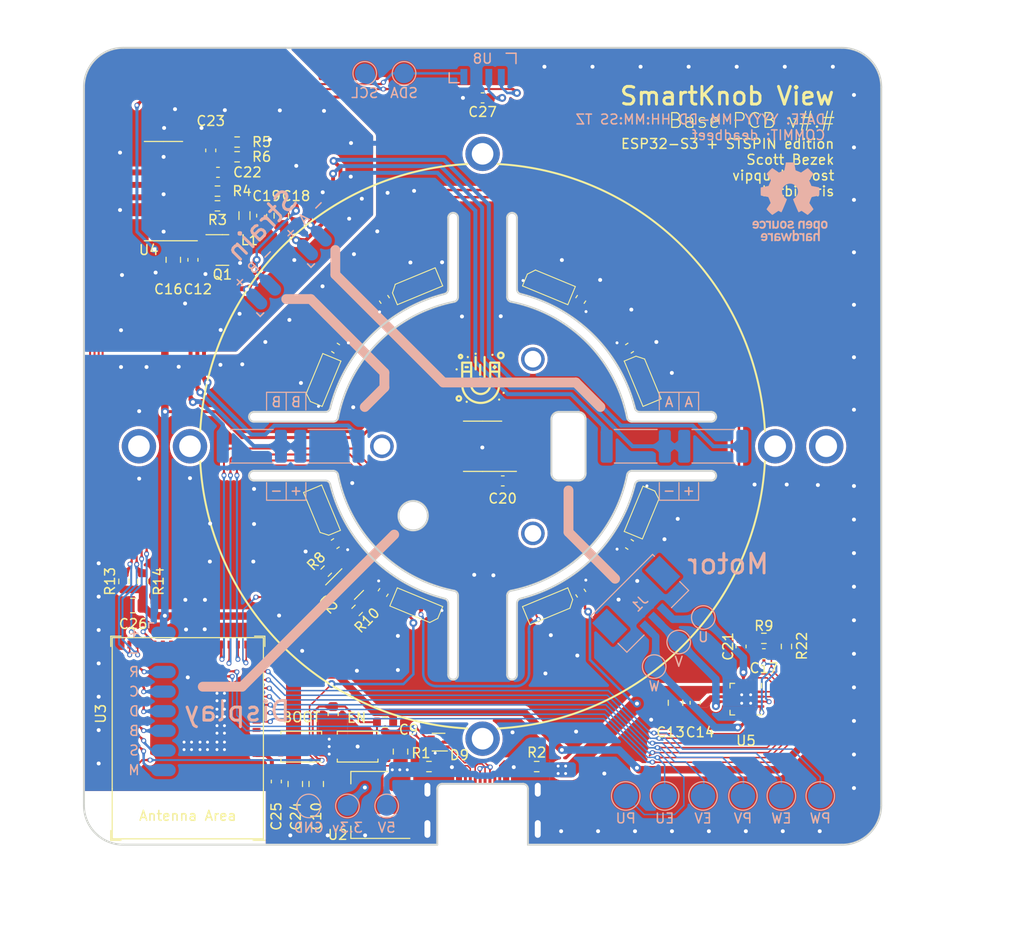
<source format=kicad_pcb>
(kicad_pcb (version 20221018) (generator pcbnew)
  (layers (0 "F.Cu" signal) (31 "B.Cu" signal) (34 "B.Paste" user) (35 "F.Paste" user) (36 "B.SilkS" user "B.Silkscreen") (37 "F.SilkS" user "F.Silkscreen") (38 "B.Mask" user) (39 "F.Mask" user) (44 "Edge.Cuts" user))
  (property "COMMIT_DATE_LONG" "YYYY-MM-DD HH:MM:SS TZ")
  (property "COMMIT_HASH" "deadbeef")
  (property "RELEASE_VERSION" "v#.#")
  (net 0 "")
  (net 1 "GND")
  (net 2 "/DRV_ERR")
  (net 3 "Net-(U4-VBG)")
  (net 4 "Net-(U4-INA+)")
  (net 5 "Net-(U4-INA-)")
  (net 6 "Net-(D1-DOUT)")
  (net 7 "Net-(D2-DOUT)")
  (net 8 "/USB_CC1")
  (net 9 "/USB_D-")
  (net 10 "/USB_D+")
  (net 11 "/USB_CC2")
  (net 12 "/STRAIN_E+")
  (net 13 "Net-(D3-DOUT)")
  (net 14 "Net-(D4-DOUT)")
  (net 15 "Net-(D5-DOUT)")
  (net 16 "Net-(D6-DOUT)")
  (net 17 "Net-(D7-DOUT)")
  (net 19 "/STRAIN_S-")
  (net 20 "/STRAIN_S+")
  (net 21 "/ESP32_EN")
  (net 22 "/ESP32_BOOT")
  (net 23 "/LED_DATA_5V")
  (net 24 "/LCD_CMD")
  (net 25 "/LCD_CS")
  (net 26 "/LCD_BACKLIGHT")
  (net 27 "/LCD_DATA")
  (net 28 "/LCD_SCK")
  (net 29 "/LCD_RST")
  (net 30 "/MAG_DO")
  (net 31 "/MAG_CLK")
  (net 32 "/MAG_CSN")
  (net 33 "/STRAIN_DO")
  (net 34 "/STRAIN_SCK")
  (net 35 "/LED_DATA_3V3")
  (net 36 "/SDA")
  (net 37 "/SCL")
  (net 38 "GNDA")
  (net 39 "Net-(J1-Pin_1)")
  (net 49 "Net-(J1-Pin_2)")
  (net 50 "Net-(J1-Pin_3)")
  (net 53 "Net-(Q1-C)")
  (net 54 "Net-(Q1-B)")
  (net 55 "Net-(U4-VFB)")
  (net 58 "/V_PWM")
  (net 59 "/W_PWM")
  (net 60 "/U_PWM")
  (net 61 "/U_EN")
  (net 62 "/V_EN")
  (net 63 "/W_EN")
  (net 64 "+5V")
  (net 65 "+3V3")
  (net 77 "/ESP32_D-")
  (net 78 "/ESP32_D+")
  (net 80 "Net-(Q2-S)")
  (net 81 "Net-(R22-Pad1)")
  (net 83 "unconnected-(U3-SPIIO6{slash}GPIO35{slash}FSPID{slash}SUBSPID-Pad31)")
  (footprint "Capacitor_SMD:C_0603_1608Metric" (layer "F.Cu") (at 89.875 114.9 56.2)
    (fp_text reference "C2" hide)
    (fp_text value "0.1uF")
  )
  (footprint "Holes:MountingHole_M1.6" (layer "F.Cu") (at 105.125427 91.1225)
    (fp_text reference "H3" hide)
    (fp_text value "MotorHole")
  )
  (footprint "Holes:MountingHole_M1.6" (layer "F.Cu") (at 105.125427 108.877499)
    (fp_text reference "H1" hide)
    (fp_text value "MotorHole")
  )
  (footprint "Holes:MountingHole_M1.6" (layer "F.Cu") (at 89.749146 100)
    (fp_text reference "H2" hide)
    (fp_text value "MotorHole")
  )
  (footprint "Holes:MountingHole_2.2mm_M2_ISO7380_Pad_NonVirtual" (layer "F.Cu") (at 100 129.8)
    (fp_text reference "H4" hide)
    (fp_text value "MountHole")
  )
  (footprint "Holes:MountingHole_2.2mm_M2_ISO7380_Pad_NonVirtual" (layer "F.Cu") (at 70.2 100)
    (fp_text reference "H5" hide)
    (fp_text value "MountHole")
  )
  (footprint "Holes:MountingHole_2.2mm_M2_ISO7380_Pad_NonVirtual" (layer "F.Cu") (at 100 70.2)
    (fp_text reference "H6" hide)
    (fp_text value "MountHole")
  )
  (footprint "sk6812:SK6812-SIDE-A" (layer "F.Cu") (at 91.735336 115.248051 -22.5)
    (fp_text reference "D2" hide)
    (fp_text value "SK6812SIDE-A")
  )
  (footprint "Holes:MountingHole_2.2mm_M2_ISO7380_Pad_NonVirtual" (layer "F.Cu") (at 129.8 100)
    (fp_text reference "H7" hide)
    (fp_text value "MountHole")
  )
  (footprint "Capacitor_SMD:C_0603_1608Metric" (layer "F.Cu") (at 84.994764 109.919996 33.7)
    (fp_text reference "C1" hide)
    (fp_text value "0.1uF")
  )
  (footprint "sk6812:SK6812-SIDE-A" (layer "F.Cu") (at 83.325 104.825 -67.5)
    (fp_text reference "D1" hide)
    (fp_text value "SK6812SIDE-A")
  )
  (footprint "GCT_USB:USB4510_NoPaste" (layer "F.Cu") (at 100 140.6)
    (fp_text reference "J2")
    (fp_text value "USB_C_Receptacle_USB2.0")
    (fp_line (start -4.62 0) (end -4.62 -5.7) (stroke (width 0.2)) (layer "Edge.Cuts"))
    (fp_line (start -4.12 -6.2) (end 4.12 -6.2) (stroke (width 0.2)) (layer "Edge.Cuts"))
    (fp_line (start 4.62 0) (end 4.62 -5.7) (stroke (width 0.2)) (layer "Edge.Cuts"))
    (fp_arc (start -4.62 -5.7) (mid -4.473553 -6.053553) (end -4.12 -6.2) (stroke (width 0.2)) (layer "Edge.Cuts"))
    (fp_arc (start 4.12 -6.2) (mid 4.473553 -6.053553) (end 4.62 -5.7) (stroke (width 0.2)) (layer "Edge.Cuts"))
  )
  (footprint "Resistor_SMD:R_0603_1608Metric" (layer "F.Cu") (at 94.5388 132.6388 180)
    (fp_text reference "R1")
    (fp_text value "5.1k")
  )
  (footprint "Resistor_SMD:R_0603_1608Metric" (layer "F.Cu") (at 105.5116 132.6388)
    (fp_text reference "R2")
    (fp_text value "5.1k")
  )
  (footprint "Capacitor_SMD:C_0805_2012Metric" (layer "F.Cu") (at 119.6486 126.1438 -90)
    (fp_text reference "C13")
    (fp_text value "22uF")
  )
  (footprint "Capacitor_SMD:C_0603_1608Metric" (layer "F.Cu") (at 121.6486 126.1438 -90)
    (fp_text reference "C14")
    (fp_text value "0.1uF")
  )
  (footprint "Capacitor_SMD:C_0805_2012Metric" (layer "F.Cu") (at 68.5 81 -90)
    (fp_text reference "C16")
    (fp_text value "10uF")
  )
  (footprint "Capacitor_SMD:C_0603_1608Metric" (layer "F.Cu") (at 128.6486 121.1438 180)
    (fp_text reference "C17")
    (fp_text value "10n")
  )
  (footprint "Capacitor_SMD:C_0805_2012Metric" (layer "F.Cu") (at 79.5 76.5 90)
    (fp_text reference "C18")
    (fp_text value "10uF")
  )
  (footprint "Capacitor_SMD:C_0603_1608Metric" (layer "F.Cu") (at 73.0504 72.0852 180)
    (fp_text reference "C22")
    (fp_text value "0.1uF")
  )
  (footprint "Package_TO_SOT_SMD:SOT-23" (layer "F.Cu") (at 73.5 80)
    (fp_text reference "Q1")
    (fp_text value "MMBT4403")
  )
  (footprint "Resistor_SMD:R_0603_1608Metric" (layer "F.Cu") (at 73 74)
    (fp_text reference "R4")
    (fp_text value "8.2k")
  )
  (footprint "Resistor_SMD:R_0603_1608Metric" (layer "F.Cu") (at 75 70.5)
    (fp_text reference "R5")
    (fp_text value "100")
  )
  (footprint "Capacitor_SMD:C_0805_2012Metric" (layer "F.Cu") (at 64.4144 116.2304 180)
    (fp_text reference "C26")
    (fp_text value "10uF")
  )
  (footprint "view_custom:ViewKeepouts3d" (layer "F.Cu") (at 100 100 90)
    (fp_text reference "Z5" hide)
    (fp_text value "dummy_keepouts")
  )
  (footprint "Capacitor_SMD:C_0603_1608Metric" (layer "F.Cu") (at 70.5 81 -90)
    (fp_text reference "C12")
    (fp_text value "0.1uF")
  )
  (footprint "Capacitor_SMD:C_0603_1608Metric" (layer "F.Cu") (at 90 85.033 -56.3)
    (fp_text reference "C7" hide)
    (fp_text value "0.1uF")
  )
  (footprint "sk6812:SK6812-SIDE-A" (layer "F.Cu") (at 95.062 83.374 -157.5)
    (fp_text reference "D7" hide)
    (fp_text value "SK6812SIDE-A")
  )
  (footprint "sk6812:SK6812-SIDE-A" (layer "F.Cu") (at 84.751949 91.735336 -112.5)
    (fp_text reference "D8" hide)
    (fp_text value "SK6812SIDE-A")
  )
  (footprint "Capacitor_SMD:C_0603_1608Metric" (layer "F.Cu") (at 85.033 90 -33.8)
    (fp_text reference "C8" hide)
    (fp_text value "0.1uF")
  )
  (footprint "Inductor_SMD:L_0805_2012Metric" (layer "F.Cu") (at 75.75 76.5 -90)
    (fp_text reference "L1")
    (fp_text value "3.3uH")
  )
  (footprint "Package_DFN_QFN:VQFN-16-1EP_3x3mm_P0.5mm_EP1.8x1.8mm" (layer "F.Cu") (at 126.8111 125.7688 -90)
    (fp_text reference "U5")
    (fp_text value "STSPIN233")
  )
  (footprint "Capacitor_SMD:C_0603_1608Metric" (layer "F.Cu") (at 100 64.5 180)
    (fp_text reference "C27")
    (fp_text value "0.1uF")
  )
  (footprint "Capacitor_SMD:C_0603_1608Metric" (layer "F.Cu") (at 126.325 120.4 -90)
    (fp_text reference "C21")
    (fp_text value "0.1uF")
  )
  (footprint "Package_SO:SOIC-8_3.9x4.9mm_P1.27mm" (layer "F.Cu") (at 100 100 180)
    (fp_text reference "U1" hide)
    (fp_text value "MT6701-CT")
  )
  (footprint "Capacitor_SMD:C_0603_1608Metric" (layer "F.Cu") (at 102.0572 103.5304 180)
    (fp_text reference "C20")
    (fp_text value "0.1uF")
  )
  (footprint "Resistor_SMD:R_0603_1608Metric" (layer "F.Cu") (at 65.3796 113.7666 90)
    (fp_text reference "R14")
    (fp_text value "2.2k")
  )
  (footprint "Resistor_SMD:R_0603_1608Metric" (layer "F.Cu") (at 63.4746 113.7666 90)
    (fp_text reference "R13")
    (fp_text value "2.2k")
  )
  (footprint "Package_SO:SOIC-16_3.9x9.9mm_P1.27mm" (layer "F.Cu") (at 67.5 74 180)
    (fp_text reference "U4")
    (fp_text value "HX711")
  )
  (footprint "Resistor_SMD:R_0603_1608Metric" (layer "F.Cu") (at 75 69 180)
    (fp_text reference "R6")
    (fp_text value "100")
  )
  (footprint "Capacitor_SMD:C_0603_1608Metric" (layer "F.Cu") (at 77.5 76.5 90)
    (fp_text reference "C19")
    (fp_text value "0.1uF")
  )
  (footprint "Resistor_SMD:R_0603_1608Metric" (layer "F.Cu") (at 73 75.5 180)
    (fp_text reference "R3")
    (fp_text value "10k")
  )
  (footprint "Capacitor_SMD:C_0603_1608Metric" (layer "F.Cu") (at 72.3138 69.85 -90)
    (fp_text reference "C23")
    (fp_text value "0.1uF")
  )
  (footprint "Capacitor_SMD:C_0603_1608Metric" (layer "F.Cu") (at 78.994 134.1628 -90)
    (fp_text reference "C25")
    (fp_text value "0.1uF")
  )
  (footprint "Capacitor_SMD:C_0805_2012Metric" (layer "F.Cu") (at 83.058 134.4168 -90)
    (fp_text reference "C10")
    (fp_text value "10uF")
  )
  (footprint "Capacitor_SMD:C_0805_2012Metric" (layer "F.Cu") (at 91.6432 131.1148 90)
    (fp_text reference "C9")
    (fp_text value "10uF")
  )
  (footprint "BOM_Only:bom_only_no_pin" (layer "F.Cu") (at 120.4 71.8)
    (fp_text reference "Z6")
    (fp_text value "RotorScrew (BOM-only)")
  )
  (footprint "BOM_Only:bom_only_no_pin" (layer "F.Cu") (at 121.9 71.8)
    (fp_text reference "Z7")
    (fp_text value "RotorScrew (BOM-only)")
  )
  (footprint "BOM_Only:bom_only_no_pin" (layer "F.Cu") (at 123.4 71.8)
    (fp_text reference "Z8")
    (fp_text value "RotorScrew (BOM-only)")
  )
  (footprint "BOM_Only:bom_only_no_pin" (layer "F.Cu") (at 120.4 71.8)
    (fp_text reference "Z9")
    (fp_text value "WatchGlass39.5mm")
  )
  (footprint "BOM_Only:bom_only_no_pin" (layer "F.Cu") (at 121.9 71.8)
    (fp_text reference "Z10")
    (fp_text value "BLDCMotor")
  )
  (footprint "Holes:MountingHole_2.2mm_M2_ISO7380_Pad_NonVirtual" (layer "F.Cu") (at 135 100)
    (fp_text reference "H8" hide)
    (fp_text value "AlignmentHole")
  )
  (footprint "Holes:MountingHole_2.2mm_M2_ISO7380_Pad_NonVirtual" (layer "F.Cu") (at 65 100)
    (fp_text reference "H9" hide)
    (fp_text value "AlignmentHole")
  )
  (footprint "Capacitor_SMD:C_0805_2012Metric" (layer "F.Cu") (at 80.9244 134.4168 -90)
    (fp_text reference "C24")
    (fp_text value "10uF")
  )
  (footprint "Resistor_SMD:R_0603_1608Metric" (layer "F.Cu") (at 84.075 112.725 45)
    (fp_text reference "R8")
    (fp_text value "100")
  )
  (footprint "Capacitor_SMD:C_0603_1608Metric" (layer "F.Cu") (at 114.967 90 -146.3)
    (fp_text reference "C5" hide)
    (fp_text value "0.1uF")
  )
  (footprint "sk6812:SK6812-SIDE-A" (layer "F.Cu") (at 116.626 95.062 112.5)
    (fp_text reference "D5" hide)
    (fp_text value "SK6812SIDE-A")
  )
  (footprint "Resistor_SMD:R_0603_1608Metric" (layer "F.Cu") (at 130.95 120.4 -90)
    (fp_text reference "R22")
    (fp_text value "10K")
  )
  (footprint "Resistor_SMD:R_0603_1608Metric" (layer "F.Cu") (at 90.0684 128.1176 180)
    (fp_text reference "R7" hide)
    (fp_text value "10K")
  )
  (footprint "Capacitor_SMD:C_0603_1608Metric" (layer "F.Cu") (at 110 114.967 123.7)
    (fp_text reference "C3" hide)
    (fp_text value "0.1uF")
  )
  (footprint "Package_TO_SOT_SMD:SOT-563" (layer "F.Cu") (at 95.516 130.1496 180)
    (fp_text reference "D9")
    (fp_text value "NUF2042XV6T1G")
  )
  (footprint "Espressif:ESP32-S3-MINI-1" (layer "F.Cu") (at 69.978 127.2032 180)
    (fp_text reference "U3")
    (fp_text value "ESP32-S3-MINI-1")
  )
  (footprint "Package_TO_SOT_SMD:SOT-23" (layer "F.Cu") (at 86.3092 114.046 45)
    (fp_text reference "Q2")
    (fp_text value "AO3400A")
  )
  (footprint "Resistor_SMD:R_0603_1608Metric" (layer "F.Cu") (at 87.2236 116.725 -135)
    (fp_text reference "R10")
    (fp_text value "5.1k")
  )
  (footprint "Capacitor_SMD:C_0603_1608Metric" (layer "F.Cu") (at 110 85.033 -123.8)
    (fp_text reference "C6" hide)
    (fp_text value "0.1uF")
  )
  (footprint "Resistor_SMD:R_0603_1608Metric" (layer "F.Cu") (at 128.65 119.575)
    (fp_text reference "R9")
    (fp_text value "10K")
  )
  (footprint "sk6812:SK6812-SIDE-A" (layer "F.Cu") (at 108.264664 84.751949 157.5)
    (fp_text reference "D6" hide)
    (fp_text value "SK6812SIDE-A")
  )
  (footprint "Package_TO_SOT_SMD:SOT-223-3_TabPin2" (layer "F.Cu") (at 88.4932 136.5504 180)
    (fp_text reference "U2")
    (fp_text value "AMS1117-3.3")
  )
  (footprint "Button_Switch_SMD:SW_Push_SPST_NO_Alps_SKRK" (layer "F.Cu") (at 87.2744 130.6068 180)
    (fp_text reference "EN")
    (fp_text value "SW_Push_Open")
  )
  (footprint "sk6812:SK6812-SIDE-A" (layer "F.Cu") (at 115.248051 108.264664 67.5)
    (fp_text reference "D4" hide)
    (fp_text value "SK6812SIDE-A")
  )
  (footprint "Capacitor_SMD:C_0603_1608Metric" (layer "F.Cu") (at 84.7852 127.3048 -90)
    (fp_text reference "C11" hide)
    (fp_text value "1uF")
  )
  (footprint "Capacitor_SMD:C_0603_1608Metric" (layer "F.Cu") (at 114.967 110 146.2)
    (fp_text reference "C4" hide)
    (fp_text value "0.1uF")
  )
  (footprint "sk6812:SK6812-SIDE-A" (layer "F.Cu") (at 104.938 116.626 22.5)
    (fp_text reference "D3" hide)
    (fp_text value "SK6812SIDE-A")
  )
  (footprint "Button_Switch_SMD:SW_Push_SPST_NO_Alps_SKRK" (layer "F.Cu") (at 81.534 130.6068 180)
    (fp_text reference "BOOT")
    (fp_text value "SW_Push_Open")
  )
  (footprint "SolderPads:SolderPads_2mm_8" (layer "B.Cu") (at 67.5 119 -90)
    (fp_text reference "J3" hide)
    (fp_text value "LCD")
  )
  (footprint "SolderPads:SolderPads_2mm_3_STRAIN" (layer "B.Cu") (at 82.171573 80 45)
    (fp_text reference "J4" hide)
    (fp_text value "A")
  )
  (footprint "VEML7700:VEML7700-TOP" (layer "B.Cu") (at 100 61 180)
    (fp_text reference "U8")
    (fp_text value "VEML7700")
  )
  (footprint "SolderPads:SolderPads_2mm_3_STRAIN" (layer "B.Cu") (at 77 85 45)
    (fp_text reference "J5" hide)
    (fp_text value "B")
  )
  (footprint "Molex:532610371" (layer "B.Cu") (at 116.816 118.584 45)
    (fp_text reference "J1")
    (fp_text value "BLDC")
  )
  (footprint "Modified:TestPoint_Pad_D2.0mm_ValueSilk" (layer "B.Cu") (at 90.233 136.652)
    (fp_text reference "TP1" hide)
    (fp_text value "5V" hide)
  )
  (footprint "Modified:TestPoint_Pad_D2.0mm_ValueSilk" (layer "B.Cu") (at 86.233 136.652)
    (fp_text reference "TP2" hide)
    (fp_text value "3.3v" hide)
  )
  (footprint "Modified:TestPoint_Pad_D2.0mm_ValueSilk" (layer "B.Cu") (at 82.296 136.652)
    (fp_text reference "TP3" hide)
    (fp_text value "GND" hide)
  )
  (footprint "Modified:TestPoint_Pad_D2.0mm_ValueSilk" (layer "B.Cu") (at 92 62)
    (fp_text reference "TP4" hide)
    (fp_text value "SDA" hide)
  )
  (footprint "Modified:TestPoint_Pad_D2.0mm_ValueSilk" (layer "B.Cu") (at 88 62)
    (fp_text reference "TP5" hide)
    (fp_text value "SCL" hide)
  )
  (footprint "Modified:TestPoint_Pad_D2.0mm_ValueSilk" (layer "B.Cu") (at 122.4788 117.4496)
    (fp_text reference "TP6" hide)
    (fp_text value "U" hide)
  )
  (footprint "Modified:TestPoint_Pad_D2.0mm_ValueSilk" (layer "B.Cu") (at 119.9788 119.9496)
    (fp_text reference "TP7" hide)
    (fp_text value "V" hide)
  )
  (footprint "Modified:TestPoint_Pad_D2.0mm_ValueSilk" (layer "B.Cu") (at 117.4788 122.4496)
    (fp_text reference "TP8" hide)
    (fp_text value "W" hide)
  )
  (footprint "TestPoint:TestPoint_Pad_D2.5mm" (layer "B.Cu") (at 114.5794 135.636 180)
    (fp_text reference "PU")
    (fp_text value "TestPoint_Pad_D2.5mm")
  )
  (footprint "Resistor_SMD:R_2512_6332Metric" (layer "B.Cu") (at 123.5 100 180)
    (fp_text reference "R18" hide)
    (fp_text value "330")
  )
  (footprint "NetTie:NetTie-2_SMD_Pad0.5mm" (layer "B.Cu") (at 89 69.125)
    (fp_text reference "NT1" hide)
    (fp_text value "NetTie_2")
  )
  (footprint "Resistor_SMD:R_2512_6332Metric" (layer "B.Cu") (at 76.5 100)
    (fp_text reference "R21" hide)
    (fp_text value "330")
  )
  (footprint "TestPoint:TestPoint_Pad_D2.5mm" (layer "B.Cu") (at 134.3914 135.636 180)
    (fp_text reference "PW")
    (fp_text value "TestPoint_Pad_D2.5mm")
  )
  (footprint "Symbol:OSHW-Logo_7.5x8mm_SilkScreen" (layer "B.Cu") (at 131.318 75.0824 180)
    (fp_text reference "REF**" hide)
    (fp_text value "OSHW-Logo_7.5x8mm_SilkScreen" hide)
  )
  (footprint "TestPoint:TestPoint_Pad_D2.5mm" (layer "B.Cu") (at 122.4534 135.636 180)
    (fp_text reference "EV")
    (fp_text value "TestPoint_Pad_D2.5mm")
  )
  (footprint "Resistor_SMD:R_2512_6332Metric" (layer "B.Cu") (at 115.6 100 180)
    (fp_text reference "R19" hide)
    (fp_text value "330")
  )
  (footprint "Resistor_SMD:R_2512_6332Metric" (layer "B.Cu") (at 84.4 100)
    (fp_text reference "R20" hide)
    (fp_text value "330")
  )
  (footprint "TestPoint:TestPoint_Pad_D2.5mm" (layer "B.Cu") (at 130.429 135.636 180)
    (fp_text reference "EW")
    (fp_text value "TestPoint_Pad_D2.5mm")
  )
  (footprint "TestPoint:TestPoint_Pad_D2.5mm" (layer "B.Cu") (at 118.5418 135.636 180)
    (fp_text reference "EU")
    (fp_text value "TestPoint_Pad_D2.5mm")
  )
  (footprint "TestPoint:TestPoint_Pad_D2.5mm" (layer "B.Cu") (at 126.5174 135.636 180)
    (fp_text reference "PV")
    (fp_text value "TestPoint_Pad_D2.5mm")
  )
  (gr_line (start 78 96.3) (end 78 94.5) (stroke (width 0.12)) (layer "B.SilkS"))
  (gr_line (start 78 103.7) (end 78 105.5) (stroke (width 0.12)) (layer "B.SilkS"))
  (gr_line (start 80 96.3) (end 80 94.5) (stroke (width 0.12)) (layer "B.SilkS"))
  (gr_line (start 82 105.5) (end 82 103.7) (stroke (width 0.12)) (layer "B.SilkS"))
  (gr_line (start 78 105.5) (end 82 105.5) (stroke (width 0.12)) (layer "B.SilkS"))
  (gr_line (start 78 94.5) (end 82 94.5) (stroke (width 0.12)) (layer "B.SilkS"))
  (gr_line (start 82 94.5) (end 82 96.3) (stroke (width 0.12)) (layer "B.SilkS"))
  (gr_line (start 80 105.5) (end 80 103.7) (stroke (width 0.12)) (layer "B.SilkS"))
  (gr_line (start 90 94) (end 90 92.5) (stroke (width 1)) (layer "B.SilkS"))
  (gr_line (start 96 93.5) (end 85 82.5) (stroke (width 1)) (layer "B.SilkS"))
  (gr_line (start 75.5 124.5) (end 71.5 124.5) (stroke (width 1)) (layer "B.SilkS"))
  (gr_line (start 118 96.3) (end 118 94.5) (stroke (width 0.12)) (layer "B.SilkS"))
  (gr_line (start 118 94.5) (end 122 94.5) (stroke (width 0.12)) (layer "B.SilkS"))
  (gr_line (start 88 96) (end 90 94) (stroke (width 1)) (layer "B.SilkS"))
  (gr_line (start 122 94.5) (end 122 96.3) (stroke (width 0.12)) (layer "B.SilkS"))
  (gr_line (start 109.5 93.5) (end 96 93.5) (stroke (width 1)) (layer "B.SilkS"))
  (gr_line (start 90 92.5) (end 82.5 85) (stroke (width 1)) (layer "B.SilkS"))
  (gr_line (start 112 96) (end 109.5 93.5) (stroke (width 1)) (layer "B.SilkS"))
  (gr_line (start 108.75 104.5) (end 108.75 108.75) (stroke (width 1)) (layer "B.SilkS"))
  (gr_line (start 120 96.3) (end 120 94.5) (stroke (width 0.12)) (layer "B.SilkS"))
  (gr_line (start 108.75 108.75) (end 113.5 113.5) (stroke (width 1)) (layer "B.SilkS"))
  (gr_line (start 118 103.7) (end 118 105.5) (stroke (width 0.12)) (layer "B.SilkS"))
  (gr_line (start 122 105.5) (end 122 103.7) (stroke (width 0.12)) (layer "B.SilkS"))
  (gr_line (start 85 82.5) (end 85 80) (stroke (width 1)) (layer "B.SilkS"))
  (gr_line (start 120 105.5) (end 120 103.7) (stroke (width 0.12)) (layer "B.SilkS"))
  (gr_line (start 91 109) (end 75.5 124.5) (stroke (width 1)) (layer "B.SilkS"))
  (gr_line (start 82.5 85) (end 80 85) (stroke (width 1)) (layer "B.SilkS"))
  (gr_line (start 118 105.5) (end 122 105.5) (stroke (width 0.12)) (layer "B.SilkS"))
  (gr_poly (pts (xy 101.69043 95.128275) (xy 101.694217 95.128463) (xy 101.697981 95.128776) (xy 101.701719 95.129213) (xy 101.705428 95.12977) (xy 101.709107 95.130448) (xy 101.71275 95.131243) (xy 101.71636 95.132156) (xy 101.719929 95.133183) (xy 101.723457 95.134325) (xy 101.72694 95.135579) (xy 101.730378 95.136943) (xy 101.733765 95.138417) (xy 101.737102 95.139999) (xy 101.740384 95.141687) (xy 101.743608 95.14348) (xy 101.746774 95.145376) (xy 101.749877 95.147374) (xy 101.752915 95.149472) (xy 101.755885 95.15167) (xy 101.758784 95.153964) (xy 101.761613 95.156354) (xy 101.764365 95.158839) (xy 101.767041 95.161416) (xy 101.769635 95.164085) (xy 101.772146 95.166845) (xy 101.774572 95.169691) (xy 101.77691 95.172624) (xy 101.779157 95.175643) (xy 101.78131 95.178747) (xy 101.783367 95.181931) (xy 101.785326 95.185197) (xy 101.788905 95.191901) (xy 101.792007 95.198773) (xy 101.79463 95.205789) (xy 101.796778 95.212925) (xy 101.798449 95.220155) (xy 101.799642 95.227458) (xy 101.800357 95.23481) (xy 101.800596 95.242185) (xy 101.800357 95.24956) (xy 101.799642 95.256911) (xy 101.798449 95.264215) (xy 101.796778 95.271445) (xy 101.794631 95.278581) (xy 101.792007 95.285596) (xy 101.788905 95.292468) (xy 101.785326 95.299172) (xy 101.78131 95.305623) (xy 101.77691 95.311746) (xy 101.772146 95.317526) (xy 101.767041 95.322953) (xy 101.761613 95.328015) (xy 101.755884 95.3327) (xy 101.749877 95.336995) (xy 101.743608 95.340889) (xy 101.737102 95.34437) (xy 101.730378 95.347426) (xy 101.723457 95.350044) (xy 101.716359 95.352214) (xy 101.709107 95.353922) (xy 101.701719 95.355158) (xy 101.694217 95.355906) (xy 101.686622 95.356159) (xy 101.682814 95.356096) (xy 101.679027 95.355906) (xy 101.675263 95.355593) (xy 101.671524 95.355157) (xy 101.667814 95.354599) (xy 101.664137 95.353922) (xy 101.660492 95.353126) (xy 101.656883 95.352214) (xy 101.653314 95.351186) (xy 101.649786 95.350044) (xy 101.646301 95.348791) (xy 101.642865 95.347426) (xy 101.639477 95.345952) (xy 101.63614 95.34437) (xy 101.632858 95.342682) (xy 101.629634 95.340889) (xy 101.626468 95.338993) (xy 101.623367 95.336995) (xy 101.620329 95.334897) (xy 101.617358 95.3327) (xy 101.614457 95.330405) (xy 101.61163 95.328015) (xy 101.608877 95.325531) (xy 101.606203 95.322953) (xy 101.603608 95.320285) (xy 101.601097 95.317526) (xy 101.598671 95.314679) (xy 101.596334 95.311745) (xy 101.594087 95.308726) (xy 101.591933 95.305623) (xy 101.589876 95.302439) (xy 101.587917 95.299172) (xy 101.584338 95.292468) (xy 101.581237 95.285596) (xy 101.578611 95.278581) (xy 101.576465 95.271445) (xy 101.574794 95.264214) (xy 101.573602 95.256912) (xy 101.572886 95.24956) (xy 101.572647 95.242185) (xy 101.572886 95.23481) (xy 101.573602 95.227458) (xy 101.574794 95.220155) (xy 101.576465 95.212925) (xy 101.578612 95.205789) (xy 101.581237 95.198773) (xy 101.584338 95.191901) (xy 101.587917 95.185197) (xy 101.591933 95.178747) (xy 101.596334 95.172624) (xy 101.601097 95.166845) (xy 101.606203 95.161416) (xy 101.61163 95.156354) (xy 101.617357 95.15167) (xy 101.623367 95.147374) (xy 101.629634 95.14348) (xy 101.63614 95.139999) (xy 101.642865 95.136943) (xy 101.649786 95.134325) (xy 101.656884 95.132156) (xy 101.664137 95.130448) (xy 101.671525 95.129213) (xy 101.679027 95.128463) (xy 101.686622 95.12821)) (fill solid) (layer "F.SilkS"))
  (gr_arc (start 98.452153 128.758375) (mid 79.64214 120.371488) (end 71.242667 101.567092) (stroke (width 0.2)) (layer "F.SilkS"))
  (gr_poly (pts (xy 98.385174 95.356222) (xy 98.38896 95.356412) (xy 98.392725 95.356725) (xy 98.396463 95.357162) (xy 98.400172 95.357719) (xy 98.40385 95.358396) (xy 98.407495 95.359192) (xy 98.411104 95.360105) (xy 98.414673 95.361132) (xy 98.418201 95.362273) (xy 98.421685 95.363527) (xy 98.425122 95.364892) (xy 98.428509 95.366366) (xy 98.431845 95.367949) (xy 98.435128 95.369636) (xy 98.438352 95.371429) (xy 98.441518 95.373325) (xy 98.444619 95.375323) (xy 98.447658 95.377421) (xy 98.450628 95.379618) (xy 98.453529 95.381913) (xy 98.456357 95.384302) (xy 98.459109 95.386788) (xy 98.461784 95.389365) (xy 98.464379 95.392035) (xy 98.46689 95.394792) (xy 98.469316 95.397639) (xy 98.471654 95.400573) (xy 98.4739 95.403592) (xy 98.476054 95.406695) (xy 98.478111 95.409881) (xy 98.480069 95.413146) (xy 98.483648 95.41985) (xy 98.486751 95.426722) (xy 98.489375 95.433737) (xy 98.491522 95.440873) (xy 98.493193 95.448104) (xy 98.494384 95.455407) (xy 98.495101 95.462758) (xy 98.49534 95.470133) (xy 98.495101 95.477508) (xy 98.494385 95.48486) (xy 98.493193 95.492163) (xy 98.491522 95.499395) (xy 98.489375 95.506529) (xy 98.486751 95.513545) (xy 98.483649 95.520417) (xy 98.480069 95.52712) (xy 98.476053 95.533572) (xy 98.471653 95.539694) (xy 98.46689 95.545475) (xy 98.461784 95.550902) (xy 98.456357 95.555964) (xy 98.450629 95.560649) (xy 98.44462 95.564944) (xy 98.438353 95.568838) (xy 98.431845 95.572319) (xy 98.425122 95.575375) (xy 98.418201 95.577993) (xy 98.411104 95.580162) (xy 98.40385 95.581871) (xy 98.396463 95.583105) (xy 98.388961 95.583855) (xy 98.381366 95.584108) (xy 98.377557 95.584044) (xy 98.373769 95.583855) (xy 98.370007 95.583542) (xy 98.366269 95.583105) (xy 98.362559 95.582548) (xy 98.358881 95.581871) (xy 98.355235 95.581075) (xy 98.351628 95.580162) (xy 98.348058 95.579135) (xy 98.344529 95.577993) (xy 98.341046 95.576739) (xy 98.337609 95.575375) (xy 98.33422 95.573901) (xy 98.330885 95.572319) (xy 98.327602 95.570631) (xy 98.324377 95.568838) (xy 98.321213 95.566943) (xy 98.31811 95.564944) (xy 98.315073 95.562846) (xy 98.312102 95.560649) (xy 98.309202 95.558354) (xy 98.306374 95.555964) (xy 98.30362 95.553479) (xy 98.300947 95.550902) (xy 98.298351 95.548233) (xy 98.295841 95.545474) (xy 98.293415 95.542628) (xy 98.291077 95.539694) (xy 98.288831 95.536675) (xy 98.286677 95.533572) (xy 98.284619 95.530387) (xy 98.282661 95.52712) (xy 98.279081 95.520417) (xy 98.27598 95.513545) (xy 98.273356 95.506529) (xy 98.271209 95.499394) (xy 98.269538 95.492163) (xy 98.268345 95.48486) (xy 98.26763 95.477508) (xy 98.267391 95.470133) (xy 98.267629 95.462758) (xy 98.268346 95.455407) (xy 98.269538 95.448104) (xy 98.271208 95.440873) (xy 98.273355 95.433737) (xy 98.275979 95.426722) (xy 98.279082 95.41985) (xy 98.282661 95.413146) (xy 98.286676 95.406695) (xy 98.291077 95.400574) (xy 98.295841 95.394792) (xy 98.300947 95.389365) (xy 98.306374 95.384302) (xy 98.312102 95.379618) (xy 98.318111 95.375323) (xy 98.324378 95.371429) (xy 98.330885 95.367949) (xy 98.337609 95.364892) (xy 98.34453 95.362273) (xy 98.351628 95.360105) (xy 98.358881 95.358396) (xy 98.366268 95.357161) (xy 98.37377 95.356412) (xy 98.381366 95.356159)) (fill solid) (layer "F.SilkS"))
  (gr_poly (pts (xy 101.006582 90.5693) (xy 101.01037 90.569489) (xy 101.014134 90.569802) (xy 101.017873 90.57024) (xy 101.021582 90.570796) (xy 101.025259 90.571474) (xy 101.028905 90.572269) (xy 101.032514 90.573182) (xy 101.036082 90.574209) (xy 101.039611 90.575351) (xy 101.043095 90.576606) (xy 101.046531 90.577969) (xy 101.04992 90.579443) (xy 101.053256 90.581025) (xy 101.056537 90.582713) (xy 101.059763 90.584506) (xy 101.062928 90.586402) (xy 101.06603 90.5884) (xy 101.069068 90.590499) (xy 101.072039 90.592696) (xy 101.074939 90.59499) (xy 101.077767 90.59738) (xy 101.08052 90.599865) (xy 101.083195 90.602442) (xy 101.085789 90.605111) (xy 101.0883 90.60787) (xy 101.090726 90.610717) (xy 101.093064 90.61365) (xy 101.09531 90.616669) (xy 101.097463 90.619772) (xy 101.09952 90.622958) (xy 101.10148 90.626224) (xy 101.105058 90.632927) (xy 101.108161 90.639799) (xy 101.110785 90.646815) (xy 101.112932 90.65395) (xy 101.114602 90.661181) (xy 101.115795 90.668484) (xy 101.116511 90.675835) (xy 101.11675 90.683211) (xy 101.116511 90.690586) (xy 101.115794 90.697937) (xy 101.114602 90.70524) (xy 101.112932 90.712471) (xy 101.110785 90.719607) (xy 101.108161 90.726622) (xy 101.105058 90.733494) (xy 101.10148 90.740198) (xy 101.097464 90.746649) (xy 101.093064 90.752771) (xy 101.088299 90.758552) (xy 101.083195 90.763979) (xy 101.077766 90.769041) (xy 101.072039 90.773727) (xy 101.06603 90.778021) (xy 101.059763 90.781916) (xy 101.053256 90.785396) (xy 101.046531 90.788452) (xy 101.039611 90.79107) (xy 101.032514 90.79324) (xy 101.025259 90.794948) (xy 101.017873 90.796183) (xy 101.010371 90.796933) (xy 101.002775 90.797185) (xy 100.998968 90.797122) (xy 100.99518 90.796933) (xy 100.991416 90.796619) (xy 100.987679 90.796184) (xy 100.983969 90.795625) (xy 100.980291 90.794948) (xy 100.976646 90.794152) (xy 100.973038 90.79324) (xy 100.969468 90.792212) (xy 100.965939 90.791071) (xy 100.962455 90.789817) (xy 100.959018 90.788452) (xy 100.95563 90.786978) (xy 100.952295 90.785396) (xy 100.949013 90.783708) (xy 100.945788 90.781915) (xy 100.942623 90.780019) (xy 100.93952 90.778021) (xy 100.936483 90.775924) (xy 100.933511 90.773726) (xy 100.930612 90.771431) (xy 100.927783 90.769041) (xy 100.92503 90.766556) (xy 100.922356 90.763979) (xy 100.919762 90.76131) (xy 100.91725 90.758552) (xy 100.914825 90.755705) (xy 100.912487 90.752771) (xy 100.910241 90.749752) (xy 100.908087 90.746649) (xy 100.90603 90.743464) (xy 100.904071 90.740198) (xy 100.900492 90.733494) (xy 100.89739 90.726622) (xy 100.894766 90.719607) (xy 100.892619 90.712471) (xy 100.890949 90.70524) (xy 100.889756 90.697937) (xy 100.889039 90.690586) (xy 100.8888 90.683211) (xy 100.889039 90.675836) (xy 100.889756 90.668484) (xy 100.890949 90.661181) (xy 100.892619 90.65395) (xy 100.894766 90.646815) (xy 100.89739 90.639799) (xy 100.900492 90.632927) (xy 100.904071 90.626224) (xy 100.908087 90.619772) (xy 100.912487 90.61365) (xy 100.917251 90.60787) (xy 100.922356 90.602442) (xy 100.927784 90.59738) (xy 100.933512 90.592696) (xy 100.93952 90.5884) (xy 100.945788 90.584506) (xy 100.952295 90.581025) (xy 100.959018 90.577969) (xy 100.965939 90.575351) (xy 100.973037 90.573182) (xy 100.980291 90.571474) (xy 100.987679 90.570239) (xy 100.99518 90.569489) (xy 101.002775 90.569236)) (fill solid) (layer "F.SilkS"))
  (gr_poly (pts (xy 102.146326 94.444428) (xy 102.150114 94.444617) (xy 102.153878 94.44493) (xy 102.157616 94.445367) (xy 102.161325 94.445924) (xy 102.165004 94.446602) (xy 102.168649 94.447397) (xy 102.172257 94.44831) (xy 102.175825 94.449337) (xy 102.179354 94.45048) (xy 102.182838 94.451733) (xy 102.186276 94.453097) (xy 102.189663 94.454571) (xy 102.192999 94.456153) (xy 102.196282 94.457841) (xy 102.199506 94.459635) (xy 102.202671 94.46153) (xy 102.205773 94.463528) (xy 102.208812 94.465626) (xy 102.211782 94.467824) (xy 102.214683 94.470118) (xy 102.217511 94.472508) (xy 102.220263 94.474994) (xy 102.222938 94.47757) (xy 102.225532 94.480239) (xy 102.228044 94.482997) (xy 102.23047 94.485844) (xy 102.232807 94.488778) (xy 102.235054 94.491797) (xy 102.237206 94.4949) (xy 102.239265 94.498086) (xy 102.241223 94.501351) (xy 102.244802 94.508055) (xy 102.247903 94.514927) (xy 102.250529 94.521942) (xy 102.252676 94.529078) (xy 102.254346 94.536309) (xy 102.255539 94.543613) (xy 102.256255 94.550963) (xy 102.256493 94.55834) (xy 102.256254 94.565714) (xy 102.255539 94.573065) (xy 102.254345 94.580368) (xy 102.252676 94.5876) (xy 102.250528 94.594735) (xy 102.247904 94.60175) (xy 102.244803 94.608622) (xy 102.241224 94.615326) (xy 102.237207 94.621777) (xy 102.232806 94.627899) (xy 102.228044 94.63368) (xy 102.222938 94.639107) (xy 102.217511 94.644169) (xy 102.211782 94.648854) (xy 102.205774 94.653149) (xy 102.199506 94.657043) (xy 102.192999 94.660524) (xy 102.186276 94.66358) (xy 102.179354 94.666198) (xy 102.172257 94.668368) (xy 102.165004 94.670076) (xy 102.157615 94.671311) (xy 102.150113 94.67206) (xy 102.142519 94.672313) (xy 102.138711 94.672249) (xy 102.134923 94.67206) (xy 102.131159 94.671747) (xy 102.127422 94.671311) (xy 102.123713 94.670753) (xy 102.120034 94.670077) (xy 102.116389 94.66928) (xy 102.11278 94.668368) (xy 102.109212 94.66734) (xy 102.105683 94.666198) (xy 102.1022 94.664945) (xy 102.098762 94.66358) (xy 102.095374 94.662106) (xy 102.092037 94.660524) (xy 102.088757 94.658836) (xy 102.085531 94.657043) (xy 102.082367 94.655147) (xy 102.079264 94.653149) (xy 102.076226 94.651051) (xy 102.073255 94.648854) (xy 102.070355 94.646559) (xy 102.067528 94.644169) (xy 102.064774 94.641684) (xy 102.0621 94.639107) (xy 102.059506 94.636438) (xy 102.056994 94.63368) (xy 102.054568 94.630834) (xy 102.052231 94.627899) (xy 102.049984 94.62488) (xy 102.047831 94.621777) (xy 102.045772 94.618592) (xy 102.043814 94.615326) (xy 102.040235 94.608622) (xy 102.037134 94.60175) (xy 102.03451 94.594735) (xy 102.032362 94.587599) (xy 102.030692 94.580368) (xy 102.029499 94.573066) (xy 102.028784 94.565714) (xy 102.028545 94.558339) (xy 102.028783 94.550963) (xy 102.029499 94.543612) (xy 102.030692 94.53631) (xy 102.032361 94.529078) (xy 102.034509 94.521942) (xy 102.037134 94.514927) (xy 102.040236 94.508055) (xy 102.043813 94.501351) (xy 102.04783 94.4949) (xy 102.052231 94.488779) (xy 102.056994 94.482997) (xy 102.0621 94.47757) (xy 102.067528 94.472508) (xy 102.073256 94.467823) (xy 102.079263 94.463528) (xy 102.085532 94.459634) (xy 102.092037 94.456153) (xy 102.098762 94.453097) (xy 102.105684 94.450479) (xy 102.112781 94.44831) (xy 102.120034 94.446603) (xy 102.127422 94.445367) (xy 102.134924 94.444617) (xy 102.142518 94.444364)) (fill solid) (layer "F.SilkS"))
  (gr_arc (start 128.758375 101.547847) (mid 120.371488 120.35786) (end 101.567092 128.757333) (stroke (width 0.2)) (layer "F.SilkS"))
  (gr_poly (pts (xy 99.754922 91.595154) (xy 99.760711 91.595594) (xy 99.766415 91.596319) (xy 99.772028 91.597321) (xy 99.777542 91.598594) (xy 99.782951 91.60013) (xy 99.788247 91.601921) (xy 99.793421 91.603962) (xy 99.798471 91.606244) (xy 99.803385 91.608761) (xy 99.808158 91.611506) (xy 99.812783 91.61447) (xy 99.817251 91.617649) (xy 99.821557 91.621031) (xy 99.825692 91.624613) (xy 99.82965 91.628387) (xy 99.833424 91.632345) (xy 99.837005 91.636481) (xy 99.840389 91.640787) (xy 99.843568 91.645255) (xy 99.846531 91.649879) (xy 99.849276 91.654652) (xy 99.851793 91.659567) (xy 99.854076 91.664615) (xy 99.856116 91.669791) (xy 99.857908 91.675087) (xy 99.859444 91.680495) (xy 99.860717 91.68601) (xy 99.861719 91.691623) (xy 99.862444 91.697326) (xy 99.862883 91.703115) (xy 99.863032 91.70898) (xy 99.863032 92.734749) (xy 99.862884 92.740614) (xy 99.862443 92.746402) (xy 99.861719 92.752107) (xy 99.860717 92.75772) (xy 99.859444 92.763234) (xy 99.857907 92.768642) (xy 99.856116 92.773938) (xy 99.854076 92.779114) (xy 99.851792 92.784162) (xy 99.849276 92.789077) (xy 99.846532 92.79385) (xy 99.843568 92.798475) (xy 99.84039 92.802942) (xy 99.837006 92.807248) (xy 99.833424 92.811383) (xy 99.82965 92.815343) (xy 99.825692 92.819115) (xy 99.821556 92.822698) (xy 99.817251 92.826081) (xy 99.812783 92.829259) (xy 99.808157 92.832223) (xy 99.803384 92.834968) (xy 99.798471 92.837485) (xy 99.793422 92.839767) (xy 99.788247 92.841807) (xy 99.78295 92.843599) (xy 99.777541 92.845135) (xy 99.772028 92.846409) (xy 99.766415 92.84741) (xy 99.760711 92.848135) (xy 99.754923 92.848575) (xy 99.749057 92.848723) (xy 99.743192 92.848575) (xy 99.737404 92.848135) (xy 99.7317 92.84741) (xy 99.726086 92.846408) (xy 99.720572 92.845135) (xy 99.715164 92.843599) (xy 99.709869 92.841808) (xy 99.704693 92.839767) (xy 99.699644 92.837485) (xy 99.69473 92.834968) (xy 99.689957 92.832223) (xy 99.685333 92.829259) (xy 99.680864 92.826081) (xy 99.676558 92.822698) (xy 99.672423 92.819115) (xy 99.668465 92.815343) (xy 99.66469 92.811383) (xy 99.661109 92.807248) (xy 99.657726 92.802942) (xy 99.654548 92.798474) (xy 99.651583 92.79385) (xy 99.648839 92.789077) (xy 99.646321 92.784162) (xy 99.644039 92.779114) (xy 99.641999 92.773938) (xy 99.640207 92.768642) (xy 99.638671 92.763234) (xy 99.637399 92.757719) (xy 99.636397 92.752107) (xy 99.635671 92.746402) (xy 99.635232 92.740614) (xy 99.635082 92.734749) (xy 99.635083 91.70898) (xy 99.635232 91.703115) (xy 99.635672 91.697326) (xy 99.636397 91.691622) (xy 99.637399 91.68601) (xy 99.638671 91.680495) (xy 99.640207 91.675087) (xy 99.641999 91.669791) (xy 99.64404 91.664615) (xy 99.646322 91.659567) (xy 99.648838 91.654652) (xy 99.651583 91.649879) (xy 99.654548 91.645255) (xy 99.657725 91.640787) (xy 99.661108 91.636481) (xy 99.664691 91.632345) (xy 99.668465 91.628387) (xy 99.672423 91.624614) (xy 99.676558 91.621031) (xy 99.680863 91.617648) (xy 99.685332 91.61447) (xy 99.689957 91.611506) (xy 99.69473 91.608761) (xy 99.699643 91.606244) (xy 99.704693 91.603963) (xy 99.709868 91.601921) (xy 99.715165 91.60013) (xy 99.720573 91.598594) (xy 99.726087 91.597321) (xy 99.731699 91.596319) (xy 99.737404 91.595595) (xy 99.743191 91.595154) (xy 99.749058 91.595006)) (fill solid) (layer "F.SilkS"))
  (gr_poly (pts (xy 101.87808 90.341808) (xy 101.898311 90.343351) (xy 101.918252 90.345892) (xy 101.937875 90.349407) (xy 101.957159 90.353868) (xy 101.976075 90.359252) (xy 101.994601 90.365534) (xy 102.012708 90.372686) (xy 102.030374 90.380685) (xy 102.047571 90.389505) (xy 102.064276 90.39912) (xy 102.080463 90.409508) (xy 102.096106 90.420641) (xy 102.111181 90.432493) (xy 102.125661 90.445041) (xy 102.139522 90.458258) (xy 102.15274 90.47212) (xy 102.165287 90.486601) (xy 102.17714 90.501675) (xy 102.188272 90.517319) (xy 102.19866 90.533505) (xy 102.208276 90.55021) (xy 102.217096 90.567408) (xy 102.225096 90.585073) (xy 102.232248 90.603181) (xy 102.238529 90.621706) (xy 102.243913 90.640622) (xy 102.248374 90.659905) (xy 102.251889 90.679529) (xy 102.254429 90.69947) (xy 102.255973 90.719701) (xy 102.256493 90.740198) (xy 102.255972 90.760695) (xy 102.25443 90.780926) (xy 102.251889 90.800867) (xy 102.248375 90.820491) (xy 102.243913 90.839775) (xy 102.238529 90.858691) (xy 102.232247 90.877215) (xy 102.225096 90.895323) (xy 102.217096 90.912988) (xy 102.208276 90.930187) (xy 102.19866 90.946891) (xy 102.188273 90.963077) (xy 102.177139 90.978721) (xy 102.165288 90.993795) (xy 102.15274 91.008277) (xy 102.139523 91.022138) (xy 102.125661 91.035355) (xy 102.111181 91.047902) (xy 102.096105 91.059755) (xy 102.080463 91.070887) (xy 102.064276 91.081273) (xy 102.047571 91.090892) (xy 102.030373 91.099711) (xy 102.012707 91.10771) (xy 101.994601 91.114863) (xy 101.976075 91.121144) (xy 101.957159 91.126528) (xy 101.937876 91.130989) (xy 101.918252 91.134504) (xy 101.898311 91.137045) (xy 101.87808 91.138588) (xy 101.857583 91.139108) (xy 101.837086 91.138588) (xy 101.816854 91.137045) (xy 101.796914 91.134503) (xy 101.77729 91.130989) (xy 101.758006 91.126528) (xy 101.73909 91.121144) (xy 101.720566 91.114863) (xy 101.702458 91.10771) (xy 101.684793 91.099711) (xy 101.667595 91.090891) (xy 101.65089 91.081273) (xy 101.634703 91.070887) (xy 101.61906 91.059755) (xy 101.603986 91.047902) (xy 101.589504 91.035355) (xy 101.575642 91.022138) (xy 101.562426 91.008277) (xy 101.549879 90.993795) (xy 101.538026 90.978721) (xy 101.526892 90.963077) (xy 101.516505 90.946891) (xy 101.50689 90.930186) (xy 101.49807 90.912988) (xy 101.490071 90.895323) (xy 101.482918 90.877215) (xy 101.476637 90.858691) (xy 101.471253 90.839775) (xy 101.466792 90.820491) (xy 101.463278 90.800867) (xy 101.460735 90.780926) (xy 101.459193 90.760695) (xy 101.458673 90.740198) (xy 101.686622 90.740198) (xy 101.686845 90.748982) (xy 101.687506 90.757653) (xy 101.688595 90.766199) (xy 101.690101 90.774609) (xy 101.692012 90.782873) (xy 101.694321 90.79098) (xy 101.697013 90.79892) (xy 101.700077 90.80668) (xy 101.703506 90.814252) (xy 101.707286 90.821621) (xy 101.711407 90.82878) (xy 101.715859 90.835718) (xy 101.72063 90.842422) (xy 101.725709 90.848882) (xy 101.731086 90.855089) (xy 101.736752 90.861029) (xy 101.742693 90.866694) (xy 101.748898 90.872071) (xy 101.755358 90.877151) (xy 101.762062 90.881922) (xy 101.769001 90.886374) (xy 101.77616 90.890495) (xy 101.78353 90.894276) (xy 101.7911 90.897703) (xy 101.79886 90.900769) (xy 101.806801 90.90346) (xy 101.814907 90.905768) (xy 101.823172 90.90768) (xy 101.831582 90.909186) (xy 101.840128 90.910275) (xy 101.848799 90.910937) (xy 101.857583 90.911159) (xy 101.866368 90.910937) (xy 101.875038 90.910275) (xy 101.883584 90.909186) (xy 101.891993 90.90768) (xy 101.900259 90.905767) (xy 101.908366 90.90346) (xy 101.916305 90.900769) (xy 101.924065 90.897703) (xy 101.931636 90.894276) (xy 101.939007 90.890495) (xy 101.946165 90.886374) (xy 101.953103 90.881922) (xy 101.959807 90.877151) (xy 101.966268 90.872072) (xy 101.972474 90.866694) (xy 101.978414 90.861029) (xy 101.984079 90.855089) (xy 101.989457 90.848882) (xy 101.994536 90.842422) (xy 101.999307 90.835718) (xy 102.003759 90.82878) (xy 102.00788 90.821621) (xy 102.01166 90.814252) (xy 102.015088 90.80668) (xy 102.018154 90.79892) (xy 102.020846 90.79098) (xy 102.023153 90.782873) (xy 102.025064 90.774609) (xy 102.026571 90.766199) (xy 102.02766 90.757653) (xy 102.028321 90.748982) (xy 102.028545 90.740198) (xy 102.028322 90.731414) (xy 102.02766 90.722743) (xy 102.026571 90.714197) (xy 102.025065 90.705787) (xy 102.023152 90.697522) (xy 102.020846 90.689415) (xy 102.018153 90.681476) (xy 102.015087 90.673716) (xy 102.01166 90.666145) (xy 102.00788 90.658775) (xy 102.003759 90.651616) (xy 101.999307 90.644677) (xy 101.994535 90.637974) (xy 101.989457 90.631513) (xy 101.984078 90.625307) (xy 101.978414 90.619367) (xy 101.972473 90.613702) (xy 101.966268 90.608325) (xy 101.959806 90.603245) (xy 101.953103 90.598474) (xy 101.946165 90.594022) (xy 101.939007 90.589901) (xy 101.931636 90.586121) (xy 101.924064 90.582693) (xy 101.916304 90.579627) (xy 101.908366 90.576935) (xy 101.900259 90.574628) (xy 101.891994 90.572716) (xy 101.883584 90.57121) (xy 101.875038 90.570121) (xy 101.866368 90.56946) (xy 101.857583 90.569236) (xy 101.848798 90.569459) (xy 101.840128 90.570121) (xy 101.831582 90.57121) (xy 101.823171 90.572716) (xy 101.814908 90.574628) (xy 101.806801 90.576935) (xy 101.798861 90.579627) (xy 101.791101 90.582693) (xy 101.78353 90.586121) (xy 101.77616 90.589901) (xy 101.769001 90.594022) (xy 101.762062 90.598474) (xy 101.755359 90.603245) (xy 101.748899 90.608325) (xy 101.742693 90.613703) (xy 101.736752 90.619367) (xy 101.731087 90.625307) (xy 101.725709 90.631513) (xy 101.72063 90.637974) (xy 101.715859 90.644677) (xy 101.711407 90.651615) (xy 101.707286 90.658776) (xy 101.703506 90.666145) (xy 101.700078 90.673716) (xy 101.697012 90.681476) (xy 101.694321 90.689415) (xy 101.692013 90.697522) (xy 101.6901 90.705787) (xy 101.688595 90.714197) (xy 101.687506 90.722743) (xy 101.686845 90.731414) (xy 101.686622 90.740198) (xy 101.458673 90.740198) (xy 101.459192 90.719701) (xy 101.460736 90.69947) (xy 101.463277 90.679529) (xy 101.466792 90.659905) (xy 101.471253 90.640622) (xy 101.476637 90.621706) (xy 101.482918 90.603182) (xy 101.49007 90.585073) (xy 101.49807 90.567408) (xy 101.50689 90.55021) (xy 101.516505 90.533505) (xy 101.526893 90.517319) (xy 101.538026 90.501675) (xy 101.549879 90.486602) (xy 101.562426 90.47212) (xy 101.575643 90.458258) (xy 101.589504 90.445041) (xy 101.603986 90.432493) (xy 101.619059 90.420641) (xy 101.634704 90.409508) (xy 101.65089 90.39912) (xy 101.667594 90.389505) (xy 101.684793 90.380685) (xy 101.702458 90.372686) (xy 101.720566 90.365534) (xy 101.73909 90.359252) (xy 101.758006 90.353868) (xy 101.77729 90.349407) (xy 101.796914 90.345892) (xy 101.816855 90.343351) (xy 101.837085 90.341808) (xy 101.857583 90.341288)) (fill solid) (layer "F.SilkS"))
  (gr_poly (pts (xy 99.752866 92.962761) (xy 99.756652 92.96295) (xy 99.760416 92.963264) (xy 99.764155 92.963701) (xy 99.767864 92.964257) (xy 99.771543 92.964935) (xy 99.775187 92.96573) (xy 99.778796 92.966643) (xy 99.782365 92.967671) (xy 99.785893 92.968812) (xy 99.789377 92.970067) (xy 99.792814 92.971431) (xy 99.796202 92.972905) (xy 99.799539 92.974486) (xy 99.802819 92.976174) (xy 99.806045 92.977967) (xy 99.80921 92.979864) (xy 99.812313 92.981862) (xy 99.815351 92.983961) (xy 99.818321 92.986157) (xy 99.821222 92.988451) (xy 99.824048 92.990842) (xy 99.826802 92.993326) (xy 99.829477 92.995904) (xy 99.832071 92.998572) (xy 99.834583 93.001331) (xy 99.837008 93.004178) (xy 99.839346 93.007113) (xy 99.841593 93.010131) (xy 99.843746 93.013234) (xy 99.845804 93.016419) (xy 99.847762 93.019685) (xy 99.85134 93.026389) (xy 99.854443 93.03326) (xy 99.857067 93.040276) (xy 99.859215 93.047411) (xy 99.860884 93.054643) (xy 99.862078 93.061946) (xy 99.862793 93.069296) (xy 99.863032 93.076672) (xy 99.862793 93.084047) (xy 99.862078 93.091398) (xy 99.860885 93.098701) (xy 99.859215 93.105933) (xy 99.857067 93.113068) (xy 99.854443 93.120084) (xy 99.85134 93.126955) (xy 99.847762 93.133659) (xy 99.843746 93.14011) (xy 99.839346 93.146232) (xy 99.834583 93.152013) (xy 99.829477 93.15744) (xy 99.824048 93.162502) (xy 99.818321 93.167188) (xy 99.812312 93.171483) (xy 99.806045 93.175377) (xy 99.799538 93.178858) (xy 99.792813 93.181913) (xy 99.785893 93.184531) (xy 99.778796 93.186701) (xy 99.771543 93.188409) (xy 99.764155 93.189644) (xy 99.756653 93.190394) (xy 99.749057 93.190646) (xy 99.74525 93.190583) (xy 99.741463 93.190394) (xy 99.737698 93.19008) (xy 99.733961 93.189645) (xy 99.730251 93.189087) (xy 99.726573 93.188409) (xy 99.722928 93.187614) (xy 99.71932 93.186701) (xy 99.71575 93.185673) (xy 99.712221 93.184532) (xy 99.708737 93.183278) (xy 99.7053 93.181913) (xy 99.701912 93.18044) (xy 99.698577 93.178858) (xy 99.695295 93.17717) (xy 99.692071 93.175377) (xy 99.688906 93.173481) (xy 99.685802 93.171483) (xy 99.682765 93.169385) (xy 99.679793 93.167187) (xy 99.676894 93.164894) (xy 99.674065 93.162502) (xy 99.671314 93.160018) (xy 99.668638 93.15744) (xy 99.666044 93.154772) (xy 99.663532 93.152013) (xy 99.661107 93.149166) (xy 99.65877 93.146232) (xy 99.656523 93.143213) (xy 99.654369 93.14011) (xy 99.652312 93.136925) (xy 99.650353 93.133659) (xy 99.646774 93.126955) (xy 99.643672 93.120084) (xy 99.641048 93.113068) (xy 99.6389 93.105933) (xy 99.637231 93.098701) (xy 99.636038 93.091398) (xy 99.635321 93.084047) (xy 99.635082 93.076672) (xy 99.635321 93.069297) (xy 99.636038 93.061947) (xy 99.637231 93.054643) (xy 99.638901 93.047411) (xy 99.641048 93.040276) (xy 99.643672 93.03326) (xy 99.646774 93.026388) (xy 99.650353 93.019685) (xy 99.654369 93.013234) (xy 99.65877 93.007112) (xy 99.663533 93.001331) (xy 99.668639 92.995904) (xy 99.674065 92.990842) (xy 99.679794 92.986157) (xy 99.685803 92.981862) (xy 99.692071 92.977967) (xy 99.698577 92.974486) (xy 99.705301 92.971431) (xy 99.712221 92.968812) (xy 99.719319 92.966643) (xy 99.726573 92.964935) (xy 99.733961 92.9637) (xy 99.741463 92.96295) (xy 99.749058 92.962698)) (fill solid) (layer "F.SilkS"))
  (gr_poly (pts (xy 98.501205 91.823103) (xy 98.506993 91.823543) (xy 98.512697 91.824267) (xy 98.51831 91.825271) (xy 98.523824 91.826542) (xy 98.529233 91.828078) (xy 98.534529 91.82987) (xy 98.539705 91.831911) (xy 98.544753 91.834193) (xy 98.549668 91.83671) (xy 98.55444 91.839454) (xy 98.559065 91.842419) (xy 98.563533 91.845597) (xy 98.567838 91.84898) (xy 98.571974 91.852562) (xy 98.575933 91.856336) (xy 98.579706 91.860294) (xy 98.583289 91.86443) (xy 98.586671 91.868735) (xy 98.589849 91.873204) (xy 98.592814 91.877828) (xy 98.595558 91.882601) (xy 98.598075 91.887515) (xy 98.600358 91.892564) (xy 98.602398 91.89774) (xy 98.60419 91.903036) (xy 98.605726 91.908444) (xy 98.606999 91.913958) (xy 98.608001 91.91957) (xy 98.608725 91.925275) (xy 98.609165 91.931063) (xy 98.609314 91.936929) (xy 98.609165 91.942794) (xy 98.608725 91.948582) (xy 98.608001 91.954287) (xy 98.606999 91.959899) (xy 98.605726 91.965413) (xy 98.60419 91.970822) (xy 98.602398 91.976117) (xy 98.600358 91.981293) (xy 98.598075 91.986342) (xy 98.595558 91.991256) (xy 98.592814 91.996029) (xy 98.589849 92.000653) (xy 98.586671 92.005122) (xy 98.583289 92.009428) (xy 98.579706 92.013563) (xy 98.575933 92.017521) (xy 98.571974 92.021295) (xy 98.567838 92.024877) (xy 98.563533 92.028261) (xy 98.559065 92.031438) (xy 98.55444 92.034403) (xy 98.549668 92.037147) (xy 98.544753 92.039664) (xy 98.539705 92.041946) (xy 98.534529 92.043987) (xy 98.529233 92.045779) (xy 98.523824 92.047315) (xy 98.518309 92.048587) (xy 98.512697 92.04959) (xy 98.506993 92.050314) (xy 98.501204 92.050755) (xy 98.49534 92.050903) (xy 98.267391 92.050904) (xy 98.261526 92.050755) (xy 98.255738 92.050314) (xy 98.250033 92.04959) (xy 98.244421 92.048587) (xy 98.238906 92.047315) (xy 98.233497 92.045779) (xy 98.228202 92.043987) (xy 98.223026 92.041946) (xy 98.217977 92.039664) (xy 98.213063 92.037147) (xy 98.20829 92.034403) (xy 98.203666 92.031438) (xy 98.199198 92.028261) (xy 98.194892 92.024877) (xy 98.190757 92.021295) (xy 98.186799 92.017521) (xy 98.183025 92.013563) (xy 98.179442 92.009428) (xy 98.176059 92.005122) (xy 98.172881 92.000653) (xy 98.169916 91.996029) (xy 98.167173 91.991256) (xy 98.164655 91.986342) (xy 98.162373 91.981293) (xy 98.160332 91.976117) (xy 98.15854 91.970822) (xy 98.157004 91.965413) (xy 98.155732 91.959899) (xy 98.15473 91.954287) (xy 98.154005 91.948582) (xy 98.153565 91.942794) (xy 98.153417 91.936929) (xy 98.153565 91.931063) (xy 98.154005 91.925275) (xy 98.15473 91.91957) (xy 98.155732 91.913958) (xy 98.157004 91.908444) (xy 98.15854 91.903036) (xy 98.160333 91.897741) (xy 98.162373 91.892564) (xy 98.164655 91.887515) (xy 98.167173 91.882601) (xy 98.169917 91.877829) (xy 98.172881 91.873204) (xy 98.176059 91.868735) (xy 98.179442 91.86443) (xy 98.183025 91.860294) (xy 98.186799 91.856336) (xy 98.190757 91.852562) (xy 98.194892 91.84898) (xy 98.199197 91.845597) (xy 98.203666 91.842419) (xy 98.208291 91.839455) (xy 98.213063 91.83671) (xy 98.217977 91.834193) (xy 98.223026 91.831911) (xy 98.228202 91.82987) (xy 98.233498 91.828079) (xy 98.238906 91.826542) (xy 98.244421 91.82527) (xy 98.250033 91.824267) (xy 98.255738 91.823543) (xy 98.261525 91.823103) (xy 98.267391 91.822954) (xy 98.49534 91.822954)) (fill solid) (layer "F.SilkS"))
  (gr_poly (pts (xy 98.499148 90.797248) (xy 98.502935 90.797438) (xy 98.506699 90.797751) (xy 98.510437 90.798187) (xy 98.514146 90.798745) (xy 98.517825 90.799421) (xy 98.521468 90.800218) (xy 98.525078 90.80113) (xy 98.528646 90.802158) (xy 98.532175 90.803301) (xy 98.535659 90.804553) (xy 98.539097 90.805918) (xy 98.542484 90.807392) (xy 98.54582 90.808974) (xy 98.549102 90.810662) (xy 98.552327 90.812456) (xy 98.555492 90.814351) (xy 98.558594 90.816349) (xy 98.561633 90.818447) (xy 98.564603 90.820645) (xy 98.567504 90.822939) (xy 98.570331 90.825329) (xy 98.573084 90.827815) (xy 98.575759 90.830391) (xy 98.578353 90.83306) (xy 98.580865 90.835818) (xy 98.583289 90.838665) (xy 98.585628 90.841599) (xy 98.587875 90.844618) (xy 98.590027 90.847721) (xy 98.592086 90.850907) (xy 98.594044 90.854172) (xy 98.597623 90.860876) (xy 98.600725 90.867748) (xy 98.60335 90.874763) (xy 98.605497 90.881899) (xy 98.607167 90.88913) (xy 98.60836 90.896434) (xy 98.609076 90.903784) (xy 98.609314 90.911159) (xy 98.609075 90.918535) (xy 98.60836 90.925886) (xy 98.607166 90.933189) (xy 98.605497 90.940421) (xy 98.603349 90.947556) (xy 98.600725 90.954571) (xy 98.597622 90.961443) (xy 98.594045 90.968147) (xy 98.590028 90.974598) (xy 98.585627 90.98072) (xy 98.580865 90.986501) (xy 98.575759 90.991928) (xy 98.570331 90.996991) (xy 98.564603 91.001674) (xy 98.558595 91.00597) (xy 98.552327 91.009864) (xy 98.54582 91.013345) (xy 98.539097 91.016401) (xy 98.532175 91.019019) (xy 98.525078 91.021189) (xy 98.517825 91.022897) (xy 98.510436 91.024132) (xy 98.502934 91.024881) (xy 98.49534 91.025134) (xy 98.491532 91.025071) (xy 98.487744 91.024881) (xy 98.48398 91.024568) (xy 98.480243 91.024132) (xy 98.476533 91.023574) (xy 98.472855 91.022898) (xy 98.46921 91.022101) (xy 98.465601 91.021189) (xy 98.462032 91.020161) (xy 98.458504 91.019019) (xy 98.455021 91.017765) (xy 98.451583 91.016401) (xy 98.448195 91.014927) (xy 98.444858 91.013345) (xy 98.441577 91.011657) (xy 98.438352 91.009864) (xy 98.435188 91.007968) (xy 98.432085 91.00597) (xy 98.429047 91.003872) (xy 98.426077 91.001674) (xy 98.423176 90.99938) (xy 98.420348 90.996991) (xy 98.417595 90.994505) (xy 98.414921 90.991928) (xy 98.412327 90.989259) (xy 98.409815 90.9865) (xy 98.407389 90.983654) (xy 98.405052 90.98072) (xy 98.402805 90.977701) (xy 98.400652 90.974598) (xy 98.398593 90.971413) (xy 98.396635 90.968147) (xy 98.393056 90.961444) (xy 98.389955 90.954571) (xy 98.38733 90.947556) (xy 98.385183 90.94042) (xy 98.383513 90.933189) (xy 98.38232 90.925887) (xy 98.381603 90.918535) (xy 98.381365 90.911159) (xy 98.381604 90.903784) (xy 98.38232 90.896433) (xy 98.383513 90.889131) (xy 98.385182 90.881899) (xy 98.38733 90.874764) (xy 98.389955 90.867748) (xy 98.393056 90.860876) (xy 98.396634 90.854172) (xy 98.400651 90.847721) (xy 98.405052 90.8416) (xy 98.409815 90.835818) (xy 98.414921 90.830391) (xy 98.420348 90.825329) (xy 98.426077 90.820644) (xy 98.432084 90.816349) (xy 98.438353 90.812455) (xy 98.444858 90.808974) (xy 98.451583 90.805918) (xy 98.458503 90.8033) (xy 98.465602 90.80113) (xy 98.472855 90.799422) (xy 98.480243 90.798188) (xy 98.487745 90.797438) (xy 98.495339 90.797185)) (fill solid) (layer "F.SilkS"))
  (gr_poly (pts (xy 99.299026 90.797333) (xy 99.304813 90.797774) (xy 99.310518 90.798499) (xy 99.316131 90.799501) (xy 99.321645 90.800773) (xy 99.327053 90.802309) (xy 99.332348 90.804101) (xy 99.337525 90.806142) (xy 99.342574 90.808424) (xy 99.347488 90.810941) (xy 99.35226 90.813685) (xy 99.356885 90.81665) (xy 99.361354 90.819827) (xy 99.365658 90.823211) (xy 99.369794 90.826793) (xy 99.373753 90.830567) (xy 99.377527 90.834525) (xy 99.381109 90.83866) (xy 99.384493 90.842966) (xy 99.38767 90.847435) (xy 99.390634 90.852059) (xy 99.393379 90.856832) (xy 99.395896 90.861746) (xy 99.398178 90.866795) (xy 99.400218 90.871971) (xy 99.40201 90.877266) (xy 99.403547 90.882675) (xy 99.404819 90.888189) (xy 99.405821 90.893802) (xy 99.406546 90.899506) (xy 99.406985 90.905294) (xy 99.407135 90.911159) (xy 99.407135 92.164877) (xy 99.406986 92.170743) (xy 99.406546 92.176531) (xy 99.405822 92.182235) (xy 99.404819 92.187847) (xy 99.403547 92.193362) (xy 99.402011 92.19877) (xy 99.400219 92.204066) (xy 99.398178 92.209242) (xy 99.395896 92.214291) (xy 99.393379 92.219205) (xy 99.390635 92.223979) (xy 99.38767 92.228602) (xy 99.384492 92.233071) (xy 99.381108 92.237376) (xy 99.377527 92.241512) (xy 99.373753 92.24547) (xy 99.369794 92.249244) (xy 99.365658 92.252826) (xy 99.361354 92.25621) (xy 99.356885 92.259388) (xy 99.352261 92.262353) (xy 99.347488 92.265096) (xy 99.342574 92.267613) (xy 99.337525 92.269895) (xy 99.332349 92.271937) (xy 99.327053 92.273728) (xy 99.321645 92.275264) (xy 99.316131 92.276536) (xy 99.310518 92.277538) (xy 99.304813 92.278263) (xy 99.299026 92.278704) (xy 99.29316 92.278852) (xy 99.287295 92.278704) (xy 99.281507 92.278263) (xy 99.275803 92.277538) (xy 99.27019 92.276536) (xy 99.264676 92.275264) (xy 99.259266 92.273728) (xy 99.253971 92.271936) (xy 99.248796 92.269895) (xy 99.243747 92.267613) (xy 99.238833 92.265096) (xy 99.23406 92.262353) (xy 99.229435 92.259387) (xy 99.224967 92.25621) (xy 99.220661 92.252826) (xy 99.216526 92.249244) (xy 99.212568 92.24547) (xy 99.208794 92.241512) (xy 99.205212 92.237376) (xy 99.201828 92.233071) (xy 99.19865 92.228602) (xy 99.195686 92.223979) (xy 99.192941 92.219205) (xy 99.190425 92.214291) (xy 99.188141 92.209242) (xy 99.186101 92.204066) (xy 99.18431 92.19877) (xy 99.182774 92.193362) (xy 99.181501 92.187848) (xy 99.180498 92.182235) (xy 99.179774 92.176531) (xy 99.179334 92.170743) (xy 99.179186 92.164877) (xy 99.179185 90.911159) (xy 99.179334 90.905294) (xy 99.179774 90.899506) (xy 99.180498 90.893802) (xy 99.181501 90.888189) (xy 99.182774 90.882675) (xy 99.18431 90.877266) (xy 99.186102 90.871971) (xy 99.188141 90.866795) (xy 99.190425 90.861746) (xy 99.192941 90.856832) (xy 99.195686 90.852059) (xy 99.19865 90.847435) (xy 99.201827 90.842966) (xy 99.205212 90.83866) (xy 99.208794 90.834525) (xy 99.212568 90.830567) (xy 99.216526 90.826793) (xy 99.220661 90.823211) (xy 99.224967 90.819827) (xy 99.229435 90.81665) (xy 99.23406 90.813685) (xy 99.238833 90.810941) (xy 99.243747 90.808424) (xy 99.248796 90.806142) (xy 99.253971 90.804101) (xy 99.259267 90.802309) (xy 99.264676 90.800773) (xy 99.27019 90.799501) (xy 99.275802 90.798498) (xy 99.281507 90.797774) (xy 99.287295 90.797333) (xy 99.29316 90.797185)) (fill solid) (layer "F.SilkS"))
  (gr_poly (pts (xy 98.843128 91.367206) (xy 98.848916 91.367645) (xy 98.85462 91.368369) (xy 98.860233 91.369372) (xy 98.865747 91.370645) (xy 98.871156 91.372181) (xy 98.876452 91.373973) (xy 98.881628 91.376013) (xy 98.886676 91.378296) (xy 98.89159 91.380813) (xy 98.896364 91.383557) (xy 98.900987 91.386521) (xy 98.905456 91.389699) (xy 98.909762 91.393082) (xy 98.913896 91.396665) (xy 98.917856 91.400439) (xy 98.921629 91.404397) (xy 98.925212 91.408532) (xy 98.928594 91.412838) (xy 98.931773 91.417306) (xy 98.934736 91.421931) (xy 98.937481 91.426703) (xy 98.939998 91.431618) (xy 98.942281 91.436666) (xy 98.944322 91.441842) (xy 98.946113 91.447138) (xy 98.947649 91.452547) (xy 98.948922 91.458061) (xy 98.949924 91.463674) (xy 98.950649 91.469378) (xy 98.951089 91.475167) (xy 98.951237 91.481031) (xy 98.951237 93.703531) (xy 98.952352 93.747453) (xy 98.955659 93.790806) (xy 98.961105 93.833535) (xy 98.968634 93.875587) (xy 98.978195 93.916908) (xy 98.989733 93.957444) (xy 99.003192 93.99714) (xy 99.018519 94.035942) (xy 99.03566 94.073796) (xy 99.05456 94.110648) (xy 99.075167 94.146444) (xy 99.097424 94.181131) (xy 99.12128 94.214651) (xy 99.146677 94.246954) (xy 99.173566 94.277984) (xy 99.201888 94.307689) (xy 99.231592 94.33601) (xy 99.262622 94.362899) (xy 99.294924 94.388296) (xy 99.328446 94.412152) (xy 99.363132 94.434409) (xy 99.398928 94.455016) (xy 99.435779 94.473916) (xy 99.473634 94.491058) (xy 99.512436 94.506384) (xy 99.552132 94.519843) (xy 99.592667 94.53138) (xy 99.633987 94.540941) (xy 99.676041 94.548471) (xy 99.71877 94.553917) (xy 99.762123 94.557224) (xy 99.806045 94.558339) (xy 99.849967 94.557224) (xy 99.893319 94.553917) (xy 99.936048 94.548471) (xy 99.978101 94.540941) (xy 100.019422 94.53138) (xy 100.059957 94.519843) (xy 100.099654 94.506383) (xy 100.138456 94.491057) (xy 100.17631 94.473916) (xy 100.213162 94.455016) (xy 100.248957 94.434409) (xy 100.283644 94.412152) (xy 100.317165 94.388296) (xy 100.349468 94.362898) (xy 100.380498 94.33601) (xy 100.410202 94.307689) (xy 100.438524 94.277984) (xy 100.465412 94.246954) (xy 100.49081 94.214651) (xy 100.514665 94.18113) (xy 100.536922 94.146444) (xy 100.557529 94.110648) (xy 100.57643 94.073796) (xy 100.593571 94.035942) (xy 100.608897 93.99714) (xy 100.622357 93.957444) (xy 100.633894 93.916908) (xy 100.643455 93.875587) (xy 100.650985 93.833535) (xy 100.65643 93.790806) (xy 100.659737 93.747453) (xy 100.660853 93.703531) (xy 100.660853 91.595006) (xy 100.888801 91.595006) (xy 100.888801 92.278852) (xy 101.572647 92.278852) (xy 101.572647 91.595006) (xy 100.888801 91.595006) (xy 100.660853 91.595006) (xy 100.660853 91.481031) (xy 100.661001 91.475166) (xy 100.661441 91.469378) (xy 100.662166 91.463675) (xy 100.663168 91.458061) (xy 100.66444 91.452547) (xy 100.665977 91.447138) (xy 100.66777 91.441842) (xy 100.669811 91.436666) (xy 100.672093 91.431618) (xy 100.674611 91.426703) (xy 100.677354 91.421931) (xy 100.680319 91.417306) (xy 100.683498 91.412838) (xy 100.686882 91.408532) (xy 100.690463 91.404397) (xy 100.694238 91.400439) (xy 100.698197 91.396665) (xy 100.702333 91.393082) (xy 100.706638 91.389699) (xy 100.711107 91.386522) (xy 100.715731 91.383557) (xy 100.720503 91.380813) (xy 100.725418 91.378296) (xy 100.730466 91.376013) (xy 100.735642 91.373973) (xy 100.740938 91.372181) (xy 100.746345 91.370645) (xy 100.751859 91.369372) (xy 100.757472 91.36837) (xy 100.763174 91.367645) (xy 100.768962 91.367205) (xy 100.774826 91.367057) (xy 101.686622 91.367057) (xy 101.692486 91.367205) (xy 101.698273 91.367645) (xy 101.703976 91.36837) (xy 101.709589 91.369372) (xy 101.715101 91.370645) (xy 101.720511 91.372181) (xy 101.725806 91.373973) (xy 101.730982 91.376013) (xy 101.73603 91.378297) (xy 101.740943 91.380813) (xy 101.745717 91.383557) (xy 101.750342 91.386521) (xy 101.75481 91.389699) (xy 101.759115 91.393082) (xy 101.763251 91.396665) (xy 101.767209 91.40044) (xy 101.770983 91.404397) (xy 101.774567 91.408532) (xy 101.77795 91.412839) (xy 101.781127 91.417306) (xy 101.784092 91.421931) (xy 101.786837 91.426703) (xy 101.789355 91.431619) (xy 101.791637 91.436666) (xy 101.793679 91.441842) (xy 101.795471 91.447138) (xy 101.797006 91.452547) (xy 101.79828 91.458062) (xy 101.799282 91.463674) (xy 101.800007 91.469378) (xy 101.800448 91.475167) (xy 101.800596 91.481031) (xy 101.800596 93.703531) (xy 101.797995 93.806015) (xy 101.790279 93.907171) (xy 101.777572 94.006874) (xy 101.760001 94.104996) (xy 101.737693 94.20141) (xy 101.710774 94.295994) (xy 101.679369 94.388618) (xy 101.643606 94.479156) (xy 101.60361 94.567482) (xy 101.559509 94.653471) (xy 101.511428 94.736995) (xy 101.459493 94.817928) (xy 101.403831 94.896144) (xy 101.344567 94.971518) (xy 101.281829 95.043922) (xy 101.215743 95.11323) (xy 101.146435 95.179316) (xy 101.074032 95.242054) (xy 100.998658 95.301317) (xy 100.920442 95.356979) (xy 100.839507 95.408914) (xy 100.755983 95.456995) (xy 100.669995 95.501097) (xy 100.581669 95.541092) (xy 100.491132 95.576855) (xy 100.398507 95.60826) (xy 100.303924 95.635179) (xy 100.20751 95.657487) (xy 100.109388 95.675058) (xy 100.009684 95.687765) (xy 99.908529 95.695482) (xy 99.806045 95.698082) (xy 99.703561 95.695483) (xy 99.602403 95.687765) (xy 99.502701 95.675058) (xy 99.40458 95.657488) (xy 99.308164 95.635179) (xy 99.213582 95.60826) (xy 99.120958 95.576855) (xy 99.03042 95.541092) (xy 98.942094 95.501097) (xy 98.856105 95.456995) (xy 98.77258 95.408914) (xy 98.691647 95.356979) (xy 98.613431 95.301317) (xy 98.538058 95.242055) (xy 98.465654 95.179316) (xy 98.396346 95.11323) (xy 98.33026 95.043922) (xy 98.267522 94.971518) (xy 98.208258 94.896144) (xy 98.152596 94.817928) (xy 98.100661 94.736995) (xy 98.05258 94.653471) (xy 98.008479 94.567482) (xy 97.968484 94.479156) (xy 97.932721 94.388618) (xy 97.901316 94.295994) (xy 97.874397 94.201411) (xy 97.852088 94.104996) (xy 97.834518 94.006875) (xy 97.821811 93.907171) (xy 97.814094 93.806015) (xy 97.811494 93.703531) (xy 97.811494 92.5068) (xy 98.039442 92.5068) (xy 98.039442 93.703532) (xy 98.041745 93.794304) (xy 98.048579 93.8839) (xy 98.059834 93.97221) (xy 98.075398 94.059117) (xy 98.095155 94.144515) (xy 98.118999 94.228288) (xy 98.146815 94.310327) (xy 98.178491 94.390518) (xy 98.213914 94.46875) (xy 98.252976 94.544911) (xy 98.295563 94.618889) (xy 98.341563 94.690573) (xy 98.390863 94.759851) (xy 98.443353 94.82661) (xy 98.49892 94.890739) (xy 98.557454 94.952127) (xy 98.618842 95.010659) (xy 98.68297 95.066226) (xy 98.74973 95.118716) (xy 98.819008 95.168015) (xy 98.890691 95.214016) (xy 98.96467 95.256603) (xy 99.040831 95.295663) (xy 99.119063 95.331087) (xy 99.199254 95.362762) (xy 99.281292 95.390578) (xy 99.365065 95.41442) (xy 99.450462 95.43418) (xy 99.53737 95.449741) (xy 99.625677 95.460996) (xy 99.715273 95.46783) (xy 99.806045 95.470133) (xy 99.896817 95.46783) (xy 99.986413 95.460996) (xy 100.074723 95.449741) (xy 100.161631 95.434179) (xy 100.247029 95.41442) (xy 100.330801 95.390578) (xy 100.41284 95.362762) (xy 100.493032 95.331087) (xy 100.571264 95.295663) (xy 100.647425 95.256602) (xy 100.721403 95.214016) (xy 100.793086 95.168016) (xy 100.862365 95.118716) (xy 100.929123 95.066226) (xy 100.993253 95.010659) (xy 101.05464 94.952127) (xy 101.113173 94.890739) (xy 101.16874 94.826609) (xy 101.22123 94.759852) (xy 101.27053 94.690573) (xy 101.316529 94.618889) (xy 101.359115 94.544912) (xy 101.398177 94.468751) (xy 101.433601 94.390518) (xy 101.465276 94.310327) (xy 101.493091 94.228288) (xy 101.516934 94.144515) (xy 101.536693 94.059117) (xy 101.552255 93.97221) (xy 101.56351 93.8839) (xy 101.570344 93.794304) (xy 101.572647 93.703531) (xy 101.572646 92.5068) (xy 100.8888 92.5068) (xy 100.888801 93.703531) (xy 100.88739 93.759165) (xy 100.883201 93.814079) (xy 100.876302 93.868203) (xy 100.866764 93.921469) (xy 100.854654 93.973809) (xy 100.84004 94.025154) (xy 100.822992 94.075435) (xy 100.803578 94.124585) (xy 100.781866 94.172533) (xy 100.757925 94.219212) (xy 100.731824 94.264554) (xy 100.703631 94.308489) (xy 100.673414 94.35095) (xy 100.641243 94.391867) (xy 100.607185 94.431172) (xy 100.571309 94.468796) (xy 100.533686 94.504671) (xy 100.494381 94.538729) (xy 100.453464 94.570901) (xy 100.411003 94.601117) (xy 100.367068 94.62931) (xy 100.321726 94.655413) (xy 100.275047 94.679352) (xy 100.227098 94.701064) (xy 100.177948 94.720479) (xy 100.127668 94.737527) (xy 100.076323 94.752141) (xy 100.023983 94.76425) (xy 99.970716 94.773789) (xy 99.916592 94.780687) (xy 99.861678 94.784876) (xy 99.806045 94.786287) (xy 99.750411 94.784876) (xy 99.695497 94.780687) (xy 99.641373 94.773789) (xy 99.588106 94.76425) (xy 99.535767 94.75214) (xy 99.484422 94.737527) (xy 99.434141 94.720479) (xy 99.384991 94.701064) (xy 99.337043 94.679352) (xy 99.290364 94.655413) (xy 99.245022 94.62931) (xy 99.201086 94.601117) (xy 99.158626 94.5709) (xy 99.117709 94.538729) (xy 99.078403 94.504671) (xy 99.04078 94.468796) (xy 99.004905 94.431172) (xy 98.970847 94.391868) (xy 98.938676 94.35095) (xy 98.908459 94.30849) (xy 98.880266 94.264554) (xy 98.854164 94.219213) (xy 98.830224 94.172534) (xy 98.808512 94.124584) (xy 98.789097 94.075435) (xy 98.772049 94.025154) (xy 98.757436 93.973809) (xy 98.745326 93.92147) (xy 98.735787 93.868203) (xy 98.728889 93.814079) (xy 98.7247 93.759165) (xy 98.723289 93.703532) (xy 98.723289 92.5068) (xy 98.039442 92.5068) (xy 97.811494 92.5068) (xy 97.811494 91.595006) (xy 98.039442 91.595006) (xy 98.039442 92.278852) (xy 98.723289 92.278851) (xy 98.723289 91.595006) (xy 98.039442 91.595006) (xy 97.811494 91.595006) (xy 97.811494 91.481031) (xy 97.811642 91.475166) (xy 97.812081 91.469378) (xy 97.812807 91.463675) (xy 97.813809 91.458061) (xy 97.815081 91.452547) (xy 97.816618 91.447138) (xy 97.81841 91.441842) (xy 97.820449 91.436666) (xy 97.822732 91.431618) (xy 97.82525 91.426704) (xy 97.827994 91.421931) (xy 97.830957 91.417306) (xy 97.834136 91.412838) (xy 97.837519 91.408532) (xy 97.841102 91.404397) (xy 97.844875 91.400439) (xy 97.848834 91.396665) (xy 97.852968 91.393082) (xy 97.857275 91.389699) (xy 97.861743 91.386521) (xy 97.866368 91.383557) (xy 97.87114 91.380813) (xy 97.876055 91.378296) (xy 97.881103 91.376013) (xy 97.886279 91.373973) (xy 97.891575 91.372181) (xy 97.896984 91.370645) (xy 97.902498 91.369372) (xy 97.908111 91.36837) (xy 97.913815 91.367645) (xy 97.919602 91.367206) (xy 97.925467 91.367057) (xy 98.837263 91.367057)) (fill solid) (layer "F.SilkS"))
  (gr_poly (pts (xy 99.296967 90.455325) (xy 99.300755 90.455515) (xy 99.304518 90.455828) (xy 99.308257 90.456264) (xy 99.311967 90.456822) (xy 99.315645 90.457499) (xy 99.31929 90.458295) (xy 99.322898 90.459208) (xy 99.326468 90.460235) (xy 99.329996 90.461377) (xy 99.33348 90.46263) (xy 99.336917 90.463995) (xy 99.340304 90.465469) (xy 99.343641 90.467052) (xy 99.346923 90.468739) (xy 99.350147 90.470532) (xy 99.353312 90.472428) (xy 99.356414 90.474426) (xy 99.359453 90.476524) (xy 99.362423 90.478721) (xy 99.365324 90.481016) (xy 99.368152 90.483405) (xy 99.370905 90.485891) (xy 99.373579 90.488468) (xy 99.376173 90.491137) (xy 99.378685 90.493895) (xy 99.381111 90.496742) (xy 99.383448 90.499676) (xy 99.385695 90.502695) (xy 99.387849 90.505798) (xy 99.389905 90.508983) (xy 99.391865 90.512249) (xy 99.395443 90.518953) (xy 99.398545 90.525825) (xy 99.40117 90.53284) (xy 99.403317 90.539976) (xy 99.404987 90.547207) (xy 99.406179 90.55451) (xy 99.406896 90.561861) (xy 99.407135 90.569236) (xy 99.406896 90.576612) (xy 99.40618 90.583963) (xy 99.404986 90.591266) (xy 99.403316 90.598497) (xy 99.401169 90.605633) (xy 99.398545 90.612648) (xy 99.395444 90.61952) (xy 99.391865 90.626224) (xy 99.387848 90.632675) (xy 99.383447 90.638797) (xy 99.378684 90.644577) (xy 99.373579 90.650005) (xy 99.368152 90.655067) (xy 99.362424 90.659751) (xy 99.356415 90.664047) (xy 99.350148 90.667941) (xy 99.343641 90.671422) (xy 99.336917 90.674478) (xy 99.329996 90.677096) (xy 99.322898 90.679265) (xy 99.315645 90.680974) (xy 99.308256 90.682208) (xy 99.300755 90.682958) (xy 99.29316 90.683211) (xy 99.289352 90.683148) (xy 99.285564 90.682958) (xy 99.281801 90.682645) (xy 99.278063 90.682208) (xy 99.274354 90.681651) (xy 99.270674 90.680974) (xy 99.267031 90.680178) (xy 99.263421 90.679265) (xy 99.259853 90.678237) (xy 99.256324 90.677096) (xy 99.252841 90.675842) (xy 99.249404 90.674478) (xy 99.246015 90.673004) (xy 99.24268 90.671422) (xy 99.239397 90.669734) (xy 99.236172 90.667941) (xy 99.233007 90.666045) (xy 99.229905 90.664047) (xy 99.226868 90.661949) (xy 99.223896 90.659751) (xy 99.220997 90.657457) (xy 99.218169 90.655067) (xy 99.215415 90.652582) (xy 99.212741 90.650006) (xy 99.210147 90.647336) (xy 99.207636 90.644577) (xy 99.20521 90.641732) (xy 99.202872 90.638797) (xy 99.200626 90.635778) (xy 99.198472 90.632675) (xy 99.196415 90.62949) (xy 99.194455 90.626224) (xy 99.190877 90.61952) (xy 99.187775 90.612648) (xy 99.185151 90.605633) (xy 99.183004 90.598497) (xy 99.181333 90.591266) (xy 99.180139 90.583963) (xy 99.179425 90.576612) (xy 99.179185 90.569236) (xy 99.179424 90.561861) (xy 99.18014 90.55451) (xy 99.181333 90.547208) (xy 99.183004 90.539976) (xy 99.18515 90.53284) (xy 99.187774 90.525825) (xy 99.190877 90.518953) (xy 99.194456 90.512249) (xy 99.198472 90.505798) (xy 99.202871 90.499676) (xy 99.207636 90.493895) (xy 99.212741 90.488468) (xy 99.218169 90.483405) (xy 99.223897 90.478721) (xy 99.229905 90.474426) (xy 99.236173 90.470532) (xy 99.24268 90.467052) (xy 99.249404 90.463995) (xy 99.256325 90.461377) (xy 99.263422 90.459207) (xy 99.270675 90.457499) (xy 99.278063 90.456265) (xy 99.285565 90.455515) (xy 99.29316 90.455262)) (fill solid) (layer "F.SilkS"))
  (gr_poly (pts (xy 97.473379 93.760582) (xy 97.477166 93.76077) (xy 97.48093 93.761084) (xy 97.484667 93.761521) (xy 97.488377 93.762078) (xy 97.492055 93.762755) (xy 97.4957 93.763552) (xy 97.499309 93.764464) (xy 97.502878 93.765491) (xy 97.506405 93.766633) (xy 97.50989 93.767888) (xy 97.513327 93.769251) (xy 97.516714 93.770725) (xy 97.520052 93.772308) (xy 97.523333 93.773995) (xy 97.526557 93.775788) (xy 97.529723 93.777684) (xy 97.532826 93.779682) (xy 97.535864 93.78178) (xy 97.538833 93.783977) (xy 97.541735 93.786272) (xy 97.544562 93.788662) (xy 97.547314 93.791147) (xy 97.54999 93.793724) (xy 97.552584 93.796393) (xy 97.555096 93.799151) (xy 97.557521 93.801998) (xy 97.559859 93.804932) (xy 97.562106 93.807951) (xy 97.564259 93.811054) (xy 97.566316 93.814239) (xy 97.568274 93.817505) (xy 97.571854 93.824209) (xy 97.574956 93.831081) (xy 97.57758 93.838096) (xy 97.579728 93.845232) (xy 97.581398 93.852463) (xy 97.58259 93.859766) (xy 97.583307 93.867117) (xy 97.583544 93.874493) (xy 97.583307 93.881868) (xy 97.582591 93.889219) (xy 97.581398 93.896522) (xy 97.579727 93.903753) (xy 97.577579 93.910889) (xy 97.574956 93.917904) (xy 97.571854 93.924776) (xy 97.568275 93.93148) (xy 97.564259 93.93793) (xy 97.559858 93.944053) (xy 97.555096 93.949834) (xy 97.54999 93.955261) (xy 97.544562 93.960323) (xy 97.538834 93.965008) (xy 97.532826 93.969303) (xy 97.526558 93.973197) (xy 97.520052 93.976678) (xy 97.513327 93.979734) (xy 97.506406 93.982352) (xy 97.499309 93.984522) (xy 97.492056 93.98623) (xy 97.484667 93.987464) (xy 97.477166 93.988214) (xy 97.469571 93.988467) (xy 97.465762 93.988403) (xy 97.461976 93.988214) (xy 97.458212 93.987901) (xy 97.454474 93.987464) (xy 97.450764 93.986907) (xy 97.447085 93.98623) (xy 97.443441 93.985434) (xy 97.439833 93.984522) (xy 97.436263 93.983494) (xy 97.432735 93.982352) (xy 97.429251 93.981098) (xy 97.425814 93.979734) (xy 97.422426 93.97826) (xy 97.41909 93.976678) (xy 97.415807 93.97499) (xy 97.412584 93.973197) (xy 97.409419 93.971301) (xy 97.406316 93.969303) (xy 97.403278 93.967205) (xy 97.400307 93.965008) (xy 97.397407 93.962713) (xy 97.394579 93.960323) (xy 97.391826 93.957838) (xy 97.389151 93.955261) (xy 97.386556 93.952592) (xy 97.384045 93.949834) (xy 97.38162 93.946987) (xy 97.379283 93.944053) (xy 97.377036 93.941034) (xy 97.374882 93.937931) (xy 97.372824 93.934746) (xy 97.370866 93.931479) (xy 97.367286 93.924776) (xy 97.364186 93.917904) (xy 97.361561 93.910889) (xy 97.359414 93.903753) (xy 97.357744 93.896522) (xy 97.35655 93.889219) (xy 97.355835 93.881868) (xy 97.355596 93.874493) (xy 97.355835 93.867117) (xy 97.356551 93.859766) (xy 97.357743 93.852463) (xy 97.359413 93.845232) (xy 97.36156 93.838096) (xy 97.364186 93.831081) (xy 97.367287 93.824209) (xy 97.370866 93.817505) (xy 97.374881 93.811054) (xy 97.379282 93.804932) (xy 97.384045 93.799151) (xy 97.389151 93.793724) (xy 97.394579 93.788662) (xy 97.400307 93.783977) (xy 97.406316 93.779682) (xy 97.412584 93.775788) (xy 97.41909 93.772308) (xy 97.425814 93.769251) (xy 97.432735 93.766633) (xy 97.439833 93.764464) (xy 97.447086 93.762755) (xy 97.454474 93.761521) (xy 97.461976 93.76077) (xy 97.469571 93.760518)) (fill solid) (layer "F.SilkS"))
  (gr_poly (pts (xy 101.236589 91.709128) (xy 101.242376 91.709568) (xy 101.248079 91.710293) (xy 101.25369 91.711295) (xy 101.259205 91.712569) (xy 101.264613 91.714104) (xy 101.269909 91.715896) (xy 101.275084 91.717935) (xy 101.280132 91.720219) (xy 101.285047 91.722737) (xy 101.28982 91.72548) (xy 101.294444 91.728444) (xy 101.298913 91.731622) (xy 101.303219 91.735006) (xy 101.307354 91.738588) (xy 101.311313 91.742362) (xy 101.315086 91.74632) (xy 101.318668 91.750455) (xy 101.322053 91.754762) (xy 101.32523 91.759229) (xy 101.328196 91.763854) (xy 101.33094 91.768627) (xy 101.333458 91.773541) (xy 101.335741 91.77859) (xy 101.337782 91.783765) (xy 101.339574 91.789061) (xy 101.34111 91.794471) (xy 101.342383 91.799985) (xy 101.343385 91.805597) (xy 101.344109 91.811301) (xy 101.34455 91.817089) (xy 101.344699 91.822954) (xy 101.350563 91.823103) (xy 101.35635 91.823543) (xy 101.362054 91.824267) (xy 101.367665 91.82527) (xy 101.373178 91.826542) (xy 101.378588 91.828078) (xy 101.383883 91.82987) (xy 101.389058 91.831911) (xy 101.394107 91.834194) (xy 101.39902 91.83671) (xy 101.403793 91.839454) (xy 101.408418 91.842419) (xy 101.412887 91.845596) (xy 101.417193 91.84898) (xy 101.421328 91.852562) (xy 101.425287 91.856336) (xy 101.42906 91.860294) (xy 101.432643 91.86443) (xy 101.436026 91.868735) (xy 101.439205 91.873204) (xy 101.44217 91.877828) (xy 101.444914 91.882602) (xy 101.447432 91.887514) (xy 101.449715 91.892564) (xy 101.451756 91.89774) (xy 101.453548 91.903036) (xy 101.455083 91.908444) (xy 101.456356 91.913958) (xy 101.457359 91.919571) (xy 101.458084 91.925275) (xy 101.458524 91.931063) (xy 101.458673 91.936929) (xy 101.458524 91.942794) (xy 101.458084 91.948582) (xy 101.457359 91.954286) (xy 101.456357 91.9599) (xy 101.455083 91.965413) (xy 101.453548 91.970822) (xy 101.451756 91.976117) (xy 101.449715 91.981293) (xy 101.447432 91.986343) (xy 101.444915 91.991256) (xy 101.44217 91.996029) (xy 101.439205 92.000653) (xy 101.436027 92.005123) (xy 101.432643 92.009428) (xy 101.429061 92.013563) (xy 101.425287 92.017521) (xy 101.421329 92.021296) (xy 101.417193 92.024877) (xy 101.412887 92.028261) (xy 101.408418 92.031438) (xy 101.403793 92.034403) (xy 101.39902 92.037147) (xy 101.394107 92.039664) (xy 101.389058 92.041946) (xy 101.383883 92.043987) (xy 101.378588 92.045779) (xy 101.373178 92.047315) (xy 101.367665 92.048587) (xy 101.362054 92.04959) (xy 101.35635 92.050314) (xy 101.350563 92.050755) (xy 101.344699 92.050903) (xy 101.34455 92.056768) (xy 101.344109 92.062556) (xy 101.343385 92.06826) (xy 101.342383 92.073873) (xy 101.34111 92.079387) (xy 101.339574 92.084796) (xy 101.337782 92.090092) (xy 101.335741 92.095267) (xy 101.333458 92.100316) (xy 101.330941 92.105231) (xy 101.328195 92.110004) (xy 101.32523 92.114628) (xy 101.322053 92.119096) (xy 101.318669 92.123402) (xy 101.315087 92.127538) (xy 101.311312 92.131496) (xy 101.307354 92.135269) (xy 101.303219 92.138853) (xy 101.298913 92.142235) (xy 101.294444 92.145413) (xy 101.28982 92.148377) (xy 101.285047 92.151122) (xy 101.280133 92.153638) (xy 101.275084 92.155922) (xy 101.269909 92.157962) (xy 101.264613 92.159753) (xy 101.259205 92.161289) (xy 101.25369 92.162562) (xy 101.248079 92.163564) (xy 101.242376 92.16429) (xy 101.236589 92.164729) (xy 101.230723 92.164877) (xy 101.224859 92.164729) (xy 101.219073 92.164289) (xy 101.213369 92.163564) (xy 101.207756 92.162562) (xy 101.202244 92.161289) (xy 101.196835 92.159753) (xy 101.19154 92.157962) (xy 101.186364 92.155921) (xy 101.181316 92.153638) (xy 101.176402 92.151122) (xy 101.171629 92.148378) (xy 101.167004 92.145413) (xy 101.162536 92.142236) (xy 101.15823 92.138852) (xy 101.154094 92.135269) (xy 101.150136 92.131496) (xy 101.146362 92.127537) (xy 101.142778 92.123402) (xy 101.139395 92.119096) (xy 101.136216 92.114628) (xy 101.133253 92.110004) (xy 101.130508 92.105231) (xy 101.127991 92.100316) (xy 101.125708 92.095268) (xy 101.123667 92.090092) (xy 101.121875 92.084797) (xy 101.120339 92.079387) (xy 101.119066 92.073873) (xy 101.118062 92.06826) (xy 101.117337 92.062556) (xy 101.116898 92.056768) (xy 101.11675 92.050904) (xy 101.110886 92.050756) (xy 101.105098 92.050314) (xy 101.099394 92.04959) (xy 101.093783 92.048587) (xy 101.088268 92.047315) (xy 101.08286 92.045779) (xy 101.077565 92.043987) (xy 101.07239 92.041946) (xy 101.067341 92.039664) (xy 101.062427 92.037147) (xy 101.057653 92.034403) (xy 101.05303 92.031438) (xy 101.048561 92.028261) (xy 101.044256 92.024878) (xy 101.04012 92.021295) (xy 101.036161 92.017521) (xy 101.032387 92.013563) (xy 101.028805 92.009428) (xy 101.025421 92.005122) (xy 101.022243 92.000653) (xy 101.019278 91.996029) (xy 101.016534 91.991256) (xy 101.014016 91.986342) (xy 101.011733 91.981293) (xy 101.009692 91.976117) (xy 101.0079 91.970822) (xy 101.006363 91.965413) (xy 101.00509 91.959899) (xy 101.004089 91.954287) (xy 101.003364 91.948582) (xy 101.002924 91.942794) (xy 101.002775 91.936929) (xy 101.002924 91.931063) (xy 101.003364 91.925275) (xy 101.004089 91.919571) (xy 101.00509 91.913958) (xy 101.006363 91.908444) (xy 101.0079 91.903035) (xy 101.009692 91.89774) (xy 101.011734 91.892565) (xy 101.014016 91.887515) (xy 101.016534 91.882602) (xy 101.019278 91.877828) (xy 101.022243 91.873204) (xy 101.025421 91.868735) (xy 101.028805 91.86443) (xy 101.032387 91.860294) (xy 101.036161 91.856336) (xy 101.04012 91.852562) (xy 101.044256 91.848981) (xy 101.048561 91.845597) (xy 101.05303 91.842419) (xy 101.057653 91.839454) (xy 101.062426 91.83671) (xy 101.067341 91.834193) (xy 101.07239 91.831911) (xy 101.077565 91.82987) (xy 101.08286 91.828078) (xy 101.088268 91.826542) (xy 101.093783 91.82527) (xy 101.099394 91.824267) (xy 101.105098 91.823543) (xy 101.110886 91.823103) (xy 101.11675 91.822954) (xy 101.116898 91.817089) (xy 101.117337 91.811301) (xy 101.118063 91.805598) (xy 101.119066 91.799984) (xy 101.120339 91.79447) (xy 101.121874 91.789061) (xy 101.123667 91.783766) (xy 101.125708 91.77859) (xy 101.127991 91.773542) (xy 101.130508 91.768627) (xy 101.133253 91.763854) (xy 101.136216 91.759229) (xy 101.139395 91.754761) (xy 101.142778 91.750455) (xy 101.146362 91.74632) (xy 101.150136 91.742362) (xy 101.154094 91.738588) (xy 101.15823 91.735005) (xy 101.162536 91.731622) (xy 101.167004 91.728444) (xy 101.171628 91.72548) (xy 101.176402 91.722736) (xy 101.181316 91.720219) (xy 101.186364 91.717936) (xy 101.19154 91.715895) (xy 101.196835 91.714104) (xy 101.202244 91.712568) (xy 101.207756 91.711295) (xy 101.213369 91.710293) (xy 101.219073 91.709568) (xy 101.22486 91.709128) (xy 101.230723 91.70898)) (fill solid) (layer "F.SilkS"))
  (gr_poly (pts (xy 100.210819 90.797333) (xy 100.216606 90.797774) (xy 100.22231 90.798498) (xy 100.227922 90.799501) (xy 100.233435 90.800773) (xy 100.238843 90.802309) (xy 100.24414 90.804101) (xy 100.249315 90.806142) (xy 100.254364 90.808424) (xy 100.259278 90.810941) (xy 100.26405 90.813685) (xy 100.268674 90.81665) (xy 100.273144 90.819827) (xy 100.277449 90.823211) (xy 100.281584 90.826793) (xy 100.285544 90.830567) (xy 100.289318 90.834525) (xy 100.2929 90.83866) (xy 100.296284 90.842966) (xy 100.299462 90.847435) (xy 100.302427 90.852059) (xy 100.305171 90.856832) (xy 100.307689 90.861746) (xy 100.309971 90.866795) (xy 100.312011 90.871971) (xy 100.313805 90.877266) (xy 100.315341 90.882675) (xy 100.316614 90.888189) (xy 100.317616 90.893802) (xy 100.318341 90.899506) (xy 100.31878 90.905294) (xy 100.318928 90.911159) (xy 100.318929 93.646544) (xy 100.31878 93.652408) (xy 100.318341 93.658195) (xy 100.317616 93.663899) (xy 100.316614 93.669511) (xy 100.315341 93.675024) (xy 100.313805 93.680433) (xy 100.312012 93.685728) (xy 100.309971 93.690904) (xy 100.307688 93.695952) (xy 100.305171 93.700867) (xy 100.302426 93.705639) (xy 100.299462 93.710264) (xy 100.296283 93.714732) (xy 100.2929 93.719038) (xy 100.289317 93.723174) (xy 100.285544 93.727132) (xy 100.281584 93.730906) (xy 100.277449 93.734489) (xy 100.273144 93.737873) (xy 100.268675 93.741051) (xy 100.26405 93.744016) (xy 100.259277 93.74676) (xy 100.254364 93.749276) (xy 100.249315 93.75156) (xy 100.24414 93.753601) (xy 100.238844 93.755393) (xy 100.233435 93.756929) (xy 100.227921 93.758202) (xy 100.22231 93.759205) (xy 100.216607 93.75993) (xy 100.210819 93.76037) (xy 100.204955 93.760518) (xy 100.199091 93.76037) (xy 100.193304 93.75993) (xy 100.187599 93.759205) (xy 100.181988 93.758202) (xy 100.176474 93.756929) (xy 100.171066 93.755394) (xy 100.16577 93.753601) (xy 100.160595 93.75156) (xy 100.155546 93.749277) (xy 100.150632 93.74676) (xy 100.14586 93.744016) (xy 100.141235 93.741051) (xy 100.136767 93.737873) (xy 100.132461 93.734489) (xy 100.128325 93.730906) (xy 100.124367 93.727132) (xy 100.120593 93.723174) (xy 100.11701 93.719038) (xy 100.113626 93.714732) (xy 100.110448 93.710264) (xy 100.107483 93.705639) (xy 100.104739 93.700867) (xy 100.102221 93.695952) (xy 100.099939 93.690904) (xy 100.097897 93.685728) (xy 100.096105 93.680433) (xy 100.094569 93.675025) (xy 100.093297 93.669511) (xy 100.092293 93.663899) (xy 100.091569 93.658195) (xy 100.091129 93.652408) (xy 100.090981 93.646544) (xy 100.090981 90.911159) (xy 100.091129 90.905294) (xy 100.091569 90.899506) (xy 100.092293 90.893802) (xy 100.093297 90.888189) (xy 100.094569 90.882675) (xy 100.096106 90.877266) (xy 100.097898 90.871971) (xy 100.099939 90.866795) (xy 100.10222 90.861746) (xy 100.104739 90.856832) (xy 100.107482 90.852059) (xy 100.110448 90.847435) (xy 100.113625 90.842966) (xy 100.11701 90.838659) (xy 100.120593 90.834525) (xy 100.124366 90.830567) (xy 100.128325 90.826793) (xy 100.132461 90.823211) (xy 100.136767 90.819827) (xy 100.141235 90.81665) (xy 100.14586 90.813685) (xy 100.150632 90.810942) (xy 100.155546 90.808424) (xy 100.160595 90.806142) (xy 100.165771 90.804101) (xy 100.171066 90.802309) (xy 100.176474 90.800773) (xy 100.181988 90.799501) (xy 100.187599 90.798498) (xy 100.193304 90.797775) (xy 100.199091 90.797333) (xy 100.204955 90.797186)) (fill solid) (layer "F.SilkS"))
  (gr_poly (pts (xy 97.769146 90.569608) (xy 97.783598 90.570711) (xy 97.797841 90.572526) (xy 97.811858 90.575036) (xy 97.825632 90.578224) (xy 97.839144 90.582068) (xy 97.852376 90.586555) (xy 97.86531 90.591664) (xy 97.877928 90.597378) (xy 97.890212 90.603677) (xy 97.902144 90.610546) (xy 97.913705 90.617965) (xy 97.92488 90.625917) (xy 97.935647 90.634383) (xy 97.94599 90.643346) (xy 97.955891 90.652787) (xy 97.965332 90.662688) (xy 97.974296 90.673032) (xy 97.982762 90.683799) (xy 97.990713 90.694973) (xy 97.998133 90.706535) (xy 98.005 90.718467) (xy 98.011302 90.730751) (xy 98.017015 90.743369) (xy 98.022124 90.756303) (xy 98.02661 90.769535) (xy 98.030456 90.783048) (xy 98.033643 90.79682) (xy 98.036153 90.810838) (xy 98.037969 90.825082) (xy 98.03907 90.839532) (xy 98.039442 90.854172) (xy 98.03907 90.868813) (xy 98.037969 90.883264) (xy 98.036153 90.897508) (xy 98.033643 90.911524) (xy 98.030456 90.925298) (xy 98.026611 90.93881) (xy 98.022124 90.952043) (xy 98.017015 90.964976) (xy 98.011302 90.977594) (xy 98.005 90.989879) (xy 97.998133 91.00181) (xy 97.990713 91.013372) (xy 97.982762 91.024547) (xy 97.974296 91.035314) (xy 97.965332 91.045657) (xy 97.955891 91.055558) (xy 97.945991 91.064999) (xy 97.935648 91.073961) (xy 97.92488 91.082427) (xy 97.913706 91.09038) (xy 97.902144 91.097798) (xy 97.890212 91.104667) (xy 97.877928 91.110968) (xy 97.86531 91.116681) (xy 97.852376 91.121791) (xy 97.839144 91.126276) (xy 97.825632 91.130122) (xy 97.811858 91.133309) (xy 97.797841 91.13582) (xy 97.783598 91.137634) (xy 97.769146 91.138737) (xy 97.754506 91.139108) (xy 97.739866 91.138737) (xy 97.725415 91.137634) (xy 97.711171 91.135819) (xy 97.697154 91.133309) (xy 97.683381 91.130123) (xy 97.669869 91.126277) (xy 97.656637 91.12179) (xy 97.643703 91.116681) (xy 97.631085 91.110967) (xy 97.618801 91.104667) (xy 97.606869 91.097798) (xy 97.595306 91.090379) (xy 97.584133 91.082427) (xy 97.573366 91.073961) (xy 97.563022 91.064999) (xy 97.55312 91.055558) (xy 97.54368 91.045657) (xy 97.534718 91.035313) (xy 97.526252 91.024546) (xy 97.5183 91.013372) (xy 97.510881 91.00181) (xy 97.504012 90.989878) (xy 97.497711 90.977594) (xy 97.491998 90.964976) (xy 97.486888 90.952042) (xy 97.482402 90.93881) (xy 97.478557 90.925298) (xy 97.47537 90.911525) (xy 97.472859 90.897507) (xy 97.471044 90.883264) (xy 97.469942 90.868813) (xy 97.469571 90.854172) (xy 97.697519 90.854173) (xy 97.697594 90.8571) (xy 97.697813 90.859991) (xy 97.698176 90.862839) (xy 97.698679 90.865643) (xy 97.699317 90.868398) (xy 97.700086 90.8711) (xy 97.700983 90.873746) (xy 97.702005 90.876333) (xy 97.703148 90.878857) (xy 97.704407 90.881313) (xy 97.70578 90.8837) (xy 97.707265 90.886012) (xy 97.708856 90.888247) (xy 97.710548 90.8904) (xy 97.71234 90.892469) (xy 97.714229 90.894449) (xy 97.71621 90.896338) (xy 97.718277 90.89813) (xy 97.720432 90.899824) (xy 97.722667 90.901414) (xy 97.724979 90.902897) (xy 97.727364 90.904271) (xy 97.729822 90.905531) (xy 97.732346 90.906675) (xy 97.734933 90.907696) (xy 97.737579 90.908593) (xy 97.740281 90.909362) (xy 97.743036 90.909999) (xy 97.745839 90.910502) (xy 97.748688 90.910866) (xy 97.751578 90.911086) (xy 97.754506 90.911159) (xy 97.757435 90.911085) (xy 97.760325 90.910865) (xy 97.763173 90.910502) (xy 97.765976 90.91) (xy 97.768731 90.909362) (xy 97.771434 90.908593) (xy 97.774081 90.907696) (xy 97.776667 90.906674) (xy 97.779191 90.905531) (xy 97.781647 90.904271) (xy 97.784034 90.902897) (xy 97.786347 90.901414) (xy 97.788581 90.899823) (xy 97.790734 90.89813) (xy 97.792803 90.896338) (xy 97.794784 90.894449) (xy 97.796671 90.892469) (xy 97.798464 90.890401) (xy 97.800158 90.888247) (xy 97.801748 90.886012) (xy 97.803231 90.8837) (xy 97.804606 90.881313) (xy 97.805865 90.878857) (xy 97.807008 90.876333) (xy 97.80803 90.873746) (xy 97.808927 90.8711) (xy 97.809697 90.868397) (xy 97.810334 90.865643) (xy 97.810835 90.862839) (xy 97.811199 90.859991) (xy 97.811419 90.8571) (xy 97.811494 90.854172) (xy 97.811419 90.851244) (xy 97.811199 90.848355) (xy 97.810835 90.845505) (xy 97.810333 90.842702) (xy 97.809697 90.839947) (xy 97.808927 90.837245) (xy 97.80803 90.834599) (xy 97.807008 90.832013) (xy 97.805866 90.829488) (xy 97.804606 90.827031) (xy 97.803232 90.824645) (xy 97.801748 90.822332) (xy 97.800157 90.820098) (xy 97.798463 90.817944) (xy 97.796671 90.815875) (xy 97.794783 90.813895) (xy 97.792803 90.812007) (xy 97.790734 90.810214) (xy 97.788581 90.808521) (xy 97.786347 90.806931) (xy 97.784034 90.805447) (xy 97.781647 90.804073) (xy 97.779191 90.802813) (xy 97.776667 90.801671) (xy 97.774081 90.80065) (xy 97.771434 90.799751) (xy 97.768732 90.798982) (xy 97.765976 90.798345) (xy 97.763173 90.797843) (xy 97.760325 90.79748) (xy 97.757435 90.797259) (xy 97.754506 90.797185) (xy 97.751578 90.797259) (xy 97.748688 90.79748) (xy 97.745839 90.797843) (xy 97.743036 90.798344) (xy 97.740281 90.798982) (xy 97.737579 90.799751) (xy 97.734933 90.800649) (xy 97.732346 90.801671) (xy 97.729821 90.802813) (xy 97.727365 90.804073) (xy 97.724978 90.805447) (xy 97.722667 90.806932) (xy 97.720432 90.80852) (xy 97.718277 90.810214) (xy 97.71621 90.812007) (xy 97.714228 90.813895) (xy 97.71234 90.815875) (xy 97.710548 90.817944) (xy 97.708856 90.820098) (xy 97.707265 90.822332) (xy 97.70578 90.824645) (xy 97.704407 90.827031) (xy 97.703148 90.829488) (xy 97.702005 90.832012) (xy 97.700983 90.834598) (xy 97.700086 90.837245) (xy 97.699316 90.839947) (xy 97.698678 90.842702) (xy 97.698176 90.845505) (xy 97.697813 90.848354) (xy 97.697594 90.851244) (xy 97.697519 90.854173) (xy 97.469571 90.854172) (xy 97.469941 90.839532) (xy 97.471045 90.825081) (xy 97.472859 90.810838) (xy 97.47537 90.796821) (xy 97.478557 90.783047) (xy 97.482402 90.769536) (xy 97.486888 90.756303) (xy 97.491998 90.743369) (xy 97.497711 90.730751) (xy 97.504012 90.718468) (xy 97.510881 90.706535) (xy 97.5183 90.694973) (xy 97.526252 90.6838) (xy 97.534718 90.673031) (xy 97.54368 90.662687) (xy 97.55312 90.652787) (xy 97.563021 90.643346) (xy 97.573366 90.634383) (xy 97.584133 90.625917) (xy 97.595306 90.617965) (xy 97.606869 90.610546) (xy 97.618801 90.603677) (xy 97.631085 90.597377) (xy 97.643703 90.591664) (xy 97.656637 90.586555) (xy 97.669869 90.582068) (xy 97.683381 90.578223) (xy 97.697154 90.575037) (xy 97.711171 90.572526) (xy 97.725415 90.57071) (xy 97.739865 90.569608) (xy 97.754506 90.569236)) (fill solid) (layer "F.SilkS"))
  (gr_arc (start 101.547847 71.241625) (mid 120.35786 79.628512) (end 128.757333 98.432908) (stroke (width 0.2)) (layer "F.SilkS"))
  (gr_arc (start 71.241625 98.452153) (mid 79.628512 79.64214) (end 98.432908 71.242667) (stroke (width 0.2)) (layer "F.SilkS"))
  (gr_poly (pts (xy 97.359403 92.050966) (xy 97.363192 92.051155) (xy 97.366955 92.051469) (xy 97.370692 92.051906) (xy 97.374403 92.052463) (xy 97.37808 92.05314) (xy 97.381726 92.053936) (xy 97.385334 92.054848) (xy 97.388904 92.055876) (xy 97.392432 92.057016) (xy 97.395916 92.058272) (xy 97.399353 92.059636) (xy 97.402741 92.06111) (xy 97.406077 92.062692) (xy 97.409358 92.06438) (xy 97.412584 92.066173) (xy 97.415749 92.068069) (xy 97.418851 92.070067) (xy 97.421889 92.072165) (xy 97.42486 92.074362) (xy 97.42776 92.076657) (xy 97.430587 92.079047) (xy 97.433341 92.081532) (xy 97.436014 92.084109) (xy 97.438609 92.086778) (xy 97.44112 92.089536) (xy 97.443547 92.092383) (xy 97.445885 92.095318) (xy 97.448131 92.098336) (xy 97.450285 92.101439) (xy 97.452341 92.104624) (xy 97.454301 92.10789) (xy 97.457879 92.114594) (xy 97.460982 92.121466) (xy 97.463606 92.128482) (xy 97.465753 92.135617) (xy 97.467423 92.142848) (xy 97.468615 92.150151) (xy 97.469332 92.157503) (xy 97.469571 92.164876) (xy 97.469332 92.172252) (xy 97.468616 92.179604) (xy 97.467423 92.186907) (xy 97.465752 92.194138) (xy 97.463606 92.201273) (xy 97.460982 92.208289) (xy 97.45788 92.215161) (xy 97.454301 92.221864) (xy 97.450284 92.228316) (xy 97.445885 92.234438) (xy 97.44112 92.240218) (xy 97.436015 92.245646) (xy 97.430588 92.250708) (xy 97.42486 92.255392) (xy 97.418851 92.259688) (xy 97.412584 92.263582) (xy 97.406077 92.267063) (xy 97.399353 92.270119) (xy 97.392431 92.272737) (xy 97.385334 92.274906) (xy 97.37808 92.276614) (xy 97.370692 92.277849) (xy 97.363192 92.278599) (xy 97.355596 92.278851) (xy 97.351788 92.278789) (xy 97.348001 92.278599) (xy 97.344237 92.278286) (xy 97.340499 92.277849) (xy 97.33679 92.277292) (xy 97.333111 92.276614) (xy 97.329467 92.275819) (xy 97.325858 92.274906) (xy 97.322288 92.273879) (xy 97.31876 92.272737) (xy 97.315276 92.271483) (xy 97.31184 92.270119) (xy 97.308452 92.268645) (xy 97.305116 92.267063) (xy 97.301834 92.265375) (xy 97.298609 92.263582) (xy 97.295444 92.261686) (xy 97.29234 92.259688) (xy 97.289304 92.257589) (xy 97.286332 92.255392) (xy 97.283433 92.253099) (xy 97.280605 92.250708) (xy 97.277851 92.248223) (xy 97.275176 92.245646) (xy 97.272583 92.242977) (xy 97.270071 92.240218) (xy 97.267646 92.237371) (xy 97.265308 92.234438) (xy 97.263061 92.231419) (xy 97.260908 92.228317) (xy 97.258851 92.22513) (xy 97.256892 92.221864) (xy 97.253313 92.215161) (xy 97.250211 92.208289) (xy 97.247587 92.201273) (xy 97.245439 92.194138) (xy 97.243769 92.186907) (xy 97.242575 92.179604) (xy 97.24186 92.172252) (xy 97.241621 92.164877) (xy 97.24186 92.157502) (xy 97.242576 92.150151) (xy 97.243768 92.142848) (xy 97.245438 92.135617) (xy 97.247587 92.128481) (xy 97.250211 92.121466) (xy 97.253313 92.114595) (xy 97.256892 92.10789) (xy 97.260908 92.101439) (xy 97.265307 92.095317) (xy 97.270072 92.089536) (xy 97.275177 92.084109) (xy 97.280604 92.079047) (xy 97.286332 92.074363) (xy 97.292341 92.070067) (xy 97.298609 92.066174) (xy 97.305116 92.062692) (xy 97.311839 92.059636) (xy 97.31876 92.057017) (xy 97.325858 92.054848) (xy 97.333111 92.05314) (xy 97.340499 92.051906) (xy 97.348001 92.051155) (xy 97.355596 92.050903)) (fill solid) (layer "F.SilkS"))
  (gr_poly (pts (xy 97.601114 94.786734) (xy 97.618455 94.788056) (xy 97.635547 94.790234) (xy 97.652368 94.793246) (xy 97.668896 94.797072) (xy 97.68511 94.801686) (xy 97.700989 94.807069) (xy 97.716509 94.8132) (xy 97.731651 94.820056) (xy 97.746392 94.827617) (xy 97.760709 94.835859) (xy 97.774585 94.844762) (xy 97.787993 94.854304) (xy 97.800914 94.864464) (xy 97.813326 94.875219) (xy 97.825208 94.886548) (xy 97.836537 94.898429) (xy 97.847292 94.910841) (xy 97.857451 94.923762) (xy 97.866992 94.937171) (xy 97.875896 94.951045) (xy 97.884139 94.965364) (xy 97.891699 94.980105) (xy 97.898556 94.995246) (xy 97.904685 95.010767) (xy 97.91007 95.026645) (xy 97.914685 95.04286) (xy 97.918509 95.059388) (xy 97.921521 95.076209) (xy 97.9237 95.093301) (xy 97.925022 95.110642) (xy 97.925468 95.12821) (xy 97.925022 95.145779) (xy 97.923699 95.16312) (xy 97.921521 95.180212) (xy 97.918509 95.197033) (xy 97.914685 95.213561) (xy 97.910069 95.229776) (xy 97.904686 95.245654) (xy 97.898555 95.261175) (xy 97.891699 95.276317) (xy 97.884138 95.291057) (xy 97.875896 95.305376) (xy 97.866993 95.31925) (xy 97.857451 95.332658) (xy 97.847292 95.34558) (xy 97.836537 95.357992) (xy 97.825207 95.369873) (xy 97.813326 95.381202) (xy 97.800913 95.391957) (xy 97.787993 95.402117) (xy 97.774584 95.411659) (xy 97.76071 95.420562) (xy 97.746392 95.428804) (xy 97.731651 95.436365) (xy 97.716509 95.443221) (xy 97.700988 95.449352) (xy 97.68511 95.454735) (xy 97.668896 95.459351) (xy 97.652368 95.463175) (xy 97.635547 95.466187) (xy 97.618455 95.468365) (xy 97.601114 95.469688) (xy 97.583544 95.470133) (xy 97.565976 95.469688) (xy 97.548634 95.468365) (xy 97.531543 95.466187) (xy 97.514723 95.463174) (xy 97.498194 95.45935) (xy 97.48198 95.454735) (xy 97.466102 95.449352) (xy 97.450581 95.443221) (xy 97.435439 95.436365) (xy 97.420698 95.428804) (xy 97.40638 95.420562) (xy 97.392506 95.411659) (xy 97.379096 95.402117) (xy 97.366175 95.391957) (xy 97.353764 95.381203) (xy 97.341881 95.369873) (xy 97.330553 95.357992) (xy 97.319798 95.345581) (xy 97.309639 95.332658) (xy 97.300097 95.31925) (xy 97.291194 95.305376) (xy 97.28295 95.291057) (xy 97.275391 95.276316) (xy 97.268535 95.261175) (xy 97.262404 95.245654) (xy 97.257019 95.229776) (xy 97.252405 95.213561) (xy 97.248581 95.197033) (xy 97.245568 95.180212) (xy 97.243391 95.16312) (xy 97.242068 95.145779) (xy 97.241621 95.12821) (xy 97.469571 95.12821) (xy 97.469719 95.134067) (xy 97.47016 95.139846) (xy 97.470886 95.145544) (xy 97.47189 95.151151) (xy 97.473165 95.156661) (xy 97.474703 95.162066) (xy 97.476498 95.167358) (xy 97.478542 95.172532) (xy 97.480827 95.177579) (xy 97.483347 95.182493) (xy 97.486094 95.187266) (xy 97.489061 95.19189) (xy 97.492243 95.19636) (xy 97.49563 95.200668) (xy 97.499215 95.204804) (xy 97.502991 95.208765) (xy 97.506951 95.212541) (xy 97.511089 95.216126) (xy 97.515396 95.219512) (xy 97.519864 95.222693) (xy 97.52449 95.225661) (xy 97.529263 95.228408) (xy 97.534176 95.230928) (xy 97.539224 95.233214) (xy 97.544397 95.235257) (xy 97.549689 95.237052) (xy 97.555095 95.23859) (xy 97.560604 95.239865) (xy 97.566211 95.240869) (xy 97.571908 95.241595) (xy 97.577689 95.242035) (xy 97.583545 95.242185) (xy 97.589401 95.242036) (xy 97.595182 95.241595) (xy 97.600879 95.240869) (xy 97.606486 95.239865) (xy 97.611995 95.23859) (xy 97.6174 95.237052) (xy 97.622693 95.235257) (xy 97.627867 95.233214) (xy 97.632914 95.230928) (xy 97.637827 95.228408) (xy 97.6426 95.225662) (xy 97.647224 95.222693) (xy 97.651694 95.219512) (xy 97.656001 95.216126) (xy 97.660139 95.212541) (xy 97.664099 95.208765) (xy 97.667875 95.204804) (xy 97.671461 95.200667) (xy 97.674847 95.196361) (xy 97.678027 95.19189) (xy 97.680996 95.187266) (xy 97.683743 95.182494) (xy 97.686263 95.177579) (xy 97.688549 95.172532) (xy 97.690592 95.167359) (xy 97.692387 95.162066) (xy 97.693924 95.156661) (xy 97.6952 95.151151) (xy 97.696203 95.145544) (xy 97.69693 95.139847) (xy 97.697371 95.134067) (xy 97.697519 95.12821) (xy 97.69737 95.122354) (xy 97.69693 95.116574) (xy 97.696204 95.110877) (xy 97.695199 95.10527) (xy 97.693924 95.09976) (xy 97.692386 95.094355) (xy 97.690592 95.089063) (xy 97.688548 95.083889) (xy 97.686262 95.078842) (xy 97.683743 95.073929) (xy 97.680996 95.069155) (xy 97.678028 95.064531) (xy 97.674847 95.060062) (xy 97.671461 95.055754) (xy 97.667876 95.051617) (xy 97.664099 95.047656) (xy 97.660139 95.04388) (xy 97.656001 95.040295) (xy 97.651693 95.036908) (xy 97.647225 95.033728) (xy 97.6426 95.03076) (xy 97.637827 95.028013) (xy 97.632914 95.025492) (xy 97.627866 95.023207) (xy 97.622693 95.021163) (xy 97.6174 95.019369) (xy 97.611995 95.01783) (xy 97.606486 95.016557) (xy 97.600879 95.015552) (xy 97.595181 95.014825) (xy 97.589401 95.014385) (xy 97.583544 95.014236) (xy 97.577689 95.014384) (xy 97.571907 95.014825) (xy 97.566211 95.015552) (xy 97.560604 95.016556) (xy 97.555095 95.01783) (xy 97.54969 95.019369) (xy 97.544397 95.021164) (xy 97.539224 95.023207) (xy 97.534176 95.025492) (xy 97.529263 95.028012) (xy 97.52449 95.03076) (xy 97.519865 95.033728) (xy 97.515395 95.036908) (xy 97.511089 95.040295) (xy 97.506951 95.04388) (xy 97.502991 95.047657) (xy 97.499215 95.051617) (xy 97.49563 95.055755) (xy 97.492243 95.060061) (xy 97.489062 95.064531) (xy 97.486094 95.069155) (xy 97.483347 95.073928) (xy 97.480826 95.078842) (xy 97.478542 95.083889) (xy 97.476498 95.089063) (xy 97.474703 95.094355) (xy 97.473164 95.09976) (xy 97.471889 95.10527) (xy 97.470886 95.110877) (xy 97.47016 95.116574) (xy 97.469719 95.122354) (xy 97.469571 95.12821) (xy 97.241621 95.12821) (xy 97.242068 95.110642) (xy 97.243391 95.093301) (xy 97.245569 95.076209) (xy 97.248581 95.059388) (xy 97.252405 95.04286) (xy 97.25702 95.026645) (xy 97.262403 95.010767) (xy 97.268535 94.995247) (xy 97.275391 94.980105) (xy 97.282951 94.965364) (xy 97.291194 94.951045) (xy 97.300096 94.937171) (xy 97.309639 94.923762) (xy 97.319798 94.910841) (xy 97.330553 94.898429) (xy 97.341882 94.886548) (xy 97.353764 94.87522) (xy 97.366175 94.864464) (xy 97.379097 94.854304) (xy 97.392505 94.844762) (xy 97.406379 94.835859) (xy 97.420698 94.827617) (xy 97.435439 94.820057) (xy 97.450581 94.813201) (xy 97.466102 94.807069) (xy 97.481979 94.801686) (xy 97.498194 94.797071) (xy 97.514722 94.793246) (xy 97.531543 94.790234) (xy 97.548635 94.788056) (xy 97.565976 94.786733) (xy 97.583545 94.786287)) (fill solid) (layer "F.SilkS"))
  (gr_line (start 84.793094 102.499999) (end 76.709801 102.499999) (stroke (width 0.2)) (layer "Edge.Cuts"))
  (gr_line (start 96.5 116.00781) (end 96.5 123.290199) (stroke (width 0.2)) (layer "Edge.Cuts"))
  (gr_line (start 97.5 123.290199) (end 97.500001 115.206906) (stroke (width 0.2)) (layer "Edge.Cuts"))
  (gr_arc (start 103.499999 116.00781) (mid 103.605914 115.700081) (end 103.878787 115.522725) (stroke (width 0.2)) (layer "Edge.Cuts"))
  (gr_arc (start 97.5 123.290199) (mid 97 123.790199) (end 96.5 123.290199) (stroke (width 0.2)) (layer "Edge.Cuts"))
  (gr_arc (start 114.71636 102.903226) (mid 110.606601 110.606601) (end 102.903225 114.71636) (stroke (width 0.2)) (layer "Edge.Cuts"))
  (gr_arc (start 114.716361 102.903226) (mid 114.889406 102.613745) (end 115.206906 102.5) (stroke (width 0.2)) (layer "Edge.Cuts"))
  (gr_arc (start 115.522725 103.878788) (mid 111.313708 111.313709) (end 103.878787 115.522725) (stroke (width 0.2)) (layer "Edge.Cuts"))
  (gr_arc (start 110.499999 102.75) (mid 110.280329 103.28033) (end 109.749999 103.5) (stroke (width 0.2)) (layer "Edge.Cuts"))
  (gr_arc (start 115.522726 103.878787) (mid 115.700082 103.605915) (end 116.00781 103.5) (stroke (width 0.2)) (layer "Edge.Cuts"))
  (gr_line (start 110.499999 102.75) (end 110.499999 97.250001) (stroke (width 0.2)) (layer "Edge.Cuts"))
  (gr_arc (start 123.290199 96.500001) (mid 123.790199 97.000001) (end 123.290199 97.500001) (stroke (width 0.2)) (layer "Edge.Cuts"))
  (gr_arc (start 103.499999 123.290199) (mid 102.999999 123.790199) (end 102.499999 123.290199) (stroke (width 0.2)) (layer "Edge.Cuts"))
  (gr_line (start 103.499999 123.290199) (end 103.499999 116.00781) (stroke (width 0.2)) (layer "Edge.Cuts"))
  (gr_arc (start 109.749999 96.500001) (mid 110.280329 96.719671) (end 110.499999 97.250001) (stroke (width 0.2)) (layer "Edge.Cuts"))
  (gr_line (start 109.749999 96.500001) (end 107.749999 96.500001) (stroke (width 0.2)) (layer "Edge.Cuts"))
  (gr_arc (start 106.999999 97.250001) (mid 107.219669 96.719671) (end 107.749999 96.500001) (stroke (width 0.2)) (layer "Edge.Cuts"))
  (gr_line (start 106.999999 97.250001) (end 106.999999 102.75) (stroke (width 0.2)) (layer "Edge.Cuts"))
  (gr_circle (center 92.928933 107.071067) (end 94.428933 107.071067) (stroke (width 0.2)) (fill none) (layer "Edge.Cuts"))
  (gr_line (start 116.00781 103.5) (end 123.290199 103.5) (stroke (width 0.2)) (layer "Edge.Cuts"))
  (gr_arc (start 107.749999 103.5) (mid 107.219669 103.28033) (end 106.999999 102.75) (stroke (width 0.2)) (layer "Edge.Cuts"))
  (gr_arc (start 102.903226 85.28364) (mid 110.606601 89.393399) (end 114.71636 97.096775) (stroke (width 0.2)) (layer "Edge.Cuts"))
  (gr_line (start 115.206906 97.500001) (end 123.290199 97.500001) (stroke (width 0.2)) (layer "Edge.Cuts"))
  (gr_arc (start 96.121212 115.522725) (mid 88.686291 111.313708) (end 84.477275 103.878787) (stroke (width 0.2)) (layer "Edge.Cuts"))
  (gr_arc (start 115.206906 97.500002) (mid 114.889405 97.386257) (end 114.71636 97.096775) (stroke (width 0.2)) (layer "Edge.Cuts"))
  (gr_arc (start 102.499998 115.206906) (mid 102.613743 114.889405) (end 102.903225 114.71636) (stroke (width 0.2)) (layer "Edge.Cuts"))
  (gr_arc (start 140.6 136.599999) (mid 139.428427 139.428426) (end 136.6 140.599999) (stroke (width 0.2)) (layer "Edge.Cuts"))
  (gr_line (start 123.290199 102.5) (end 115.206906 102.5) (stroke (width 0.2)) (layer "Edge.Cuts"))
  (gr_arc (start 76.709801 103.499999) (mid 76.209801 102.999999) (end 76.709801 102.499999) (stroke (width 0.2)) (layer "Edge.Cuts"))
  (gr_arc (start 97.096774 114.71636) (mid 89.393399 110.606601) (end 85.28364 102.903225) (stroke (width 0.2)) (layer "Edge.Cuts"))
  (gr_arc (start 83.99219 103.499999) (mid 84.299919 103.605914) (end 84.477275 103.878787) (stroke (width 0.2)) (layer "Edge.Cuts"))
  (gr_arc (start 97.096774 114.71636) (mid 97.386256 114.889405) (end 97.500001 115.206906) (stroke (width 0.2)) (layer "Edge.Cuts"))
  (gr_line (start 76.709801 103.499999) (end 83.99219 103.499999) (stroke (width 0.2)) (layer "Edge.Cuts"))
  (gr_line (start 102.499999 115.206906) (end 102.499999 123.290199) (stroke (width 0.2)) (layer "Edge.Cuts"))
  (gr_arc (start 84.793094 102.499998) (mid 85.110595 102.613743) (end 85.28364 102.903225) (stroke (width 0.2)) (layer "Edge.Cuts"))
  (gr_line (start 107.749999 103.5) (end 109.749999 103.5) (stroke (width 0.2)) (layer "Edge.Cuts"))
  (gr_arc (start 102.903226 85.283639) (mid 102.613745 85.110594) (end 102.5 84.793094) (stroke (width 0.2)) (layer "Edge.Cuts"))
  (gr_line (start 123.290199 96.500001) (end 116.00781 96.500001) (stroke (width 0.2)) (layer "Edge.Cuts"))
  (gr_arc (start 123.290199 102.5) (mid 123.790199 103) (end 123.290199 103.5) (stroke (width 0.2)) (layer "Edge.Cuts"))
  (gr_arc (start 96.121213 115.522726) (mid 96.394085 115.700082) (end 96.5 116.00781) (stroke (width 0.2)) (layer "Edge.Cuts"))
  (gr_arc (start 59.400001 63.4) (mid 60.571574 60.571573) (end 63.400001 59.4) (stroke (width 0.2)) (layer "Edge.Cuts"))
  (gr_arc (start 136.6 59.4) (mid 139.428427 60.571573) (end 140.6 63.4) (stroke (width 0.2)) (layer "Edge.Cuts"))
  (gr_line (start 59.400001 136.599999) (end 59.400001 63.4) (stroke (width 0.2)) (layer "Edge.Cuts"))
  (gr_line (start 136.6 140.599999) (end 104.619999 140.6) (stroke (width 0.2)) (layer "Edge.Cuts"))
  (gr_line (start 95.38 140.6) (end 63.400001 140.599999) (stroke (width 0.2)) (layer "Edge.Cuts"))
  (gr_arc (start 63.400001 140.599999) (mid 60.571574 139.428426) (end 59.400001 136.599999) (stroke (width 0.2)) (layer "Edge.Cuts"))
  (gr_line (start 140.6 63.4) (end 140.6 136.599999) (stroke (width 0.2)) (layer "Edge.Cuts"))
  (gr_line (start 63.400001 59.4) (end 136.6 59.4) (stroke (width 0.2)) (layer "Edge.Cuts"))
  (gr_arc (start 97.500002 84.793094) (mid 97.386257 85.110595) (end 97.096775 85.28364) (stroke (width 0.2)) (layer "Edge.Cuts"))
  (gr_arc (start 103.878788 84.477275) (mid 111.313709 88.686292) (end 115.522725 96.121213) (stroke (width 0.2)) (layer "Edge.Cuts"))
  (gr_arc (start 103.878787 84.477274) (mid 103.605915 84.299918) (end 103.5 83.99219) (stroke (width 0.2)) (layer "Edge.Cuts"))
  (gr_arc (start 102.5 76.709801) (mid 103 76.209801) (end 103.5 76.709801) (stroke (width 0.2)) (layer "Edge.Cuts"))
  (gr_line (start 83.99219 96.5) (end 76.709801 96.5) (stroke (width 0.2)) (layer "Edge.Cuts"))
  (gr_line (start 102.5 76.709801) (end 102.5 84.793094) (stroke (width 0.2)) (layer "Edge.Cuts"))
  (gr_arc (start 116.00781 96.500001) (mid 115.700081 96.394086) (end 115.522725 96.121213) (stroke (width 0.2)) (layer "Edge.Cuts"))
  (gr_arc (start 85.28364 97.096774) (mid 89.393399 89.393399) (end 97.096775 85.28364) (stroke (width 0.2)) (layer "Edge.Cuts"))
  (gr_line (start 96.500001 76.709801) (end 96.500001 83.99219) (stroke (width 0.2)) (layer "Edge.Cuts"))
  (gr_line (start 103.5 83.99219) (end 103.5 76.709801) (stroke (width 0.2)) (layer "Edge.Cuts"))
  (gr_line (start 76.709801 97.5) (end 84.793094 97.5) (stroke (width 0.2)) (layer "Edge.Cuts"))
  (gr_arc (start 96.500001 83.99219) (mid 96.394086 84.299919) (end 96.121213 84.477275) (stroke (width 0.2)) (layer "Edge.Cuts"))
  (gr_arc (start 84.477275 96.121212) (mid 88.686292 88.686291) (end 96.121213 84.477275) (stroke (width 0.2)) (layer "Edge.Cuts"))
  (gr_arc (start 76.709801 97.5) (mid 76.209801 97) (end 76.709801 96.5) (stroke (width 0.2)) (layer "Edge.Cuts"))
  (gr_arc (start 85.283638 97.096775) (mid 85.110593 97.386256) (end 84.793094 97.5) (stroke (width 0.2)) (layer "Edge.Cuts"))
  (gr_line (start 97.500001 84.793094) (end 97.500001 76.709801) (stroke (width 0.2)) (layer "Edge.Cuts"))
  (gr_arc (start 96.500001 76.709801) (mid 97.000001 76.209801) (end 97.500001 76.709801) (stroke (width 0.2)) (layer "Edge.Cuts"))
  (gr_arc (start 84.477274 96.121213) (mid 84.299918 96.394085) (end 83.99219 96.5) (stroke (width 0.2)) (layer "Edge.Cuts"))
  (gr_text "B" (at 79 95.5) (layer "B.SilkS") (effects (font (size 1 1)) (justify mirror)))
  (gr_text "B" (at 81 95.5) (layer "B.SilkS") (effects (font (size 1 1)) (justify mirror)))
  (gr_text "-" (at 79 104.5) (layer "B.SilkS") (effects (font (size 1 1)) (justify mirror)))
  (gr_text "+" (at 81 104.5) (layer "B.SilkS") (effects (font (size 1 1)) (justify mirror)))
  (gr_text "Motor" (at 125 112) (layer "B.SilkS") (effects (font (size 2 2) (thickness 0.3)) (justify mirror)))
  (gr_text "Display" (at 75 127) (layer "B.SilkS") (effects (font (size 2 2) (thickness 0.3)) (justify mirror)))
  (gr_text "S" (at 64.5 131) (layer "B.SilkS") (effects (font (size 1 1)) (justify mirror)))
  (gr_text "C" (at 64.5 125) (layer "B.SilkS") (effects (font (size 1 1)) (justify mirror)))
  (gr_text "M" (at 64.5 133) (layer "B.SilkS") (effects (font (size 1 1)) (justify mirror)))
  (gr_text "DATE: ${COMMIT_DATE_LONG}\nCOMMIT: ${COMMIT_HASH}\n" (at 135 67.5) (layer "B.SilkS") (effects (font (size 1 1)) (justify left mirror)))
  (gr_text "+" (at 121 104.5) (layer "B.SilkS") (effects (font (size 1 1)) (justify mirror)))
  (gr_text "A" (at 121 95.5) (layer "B.SilkS") (effects (font (size 1 1)) (justify mirror)))
  (gr_text "+" (at 64.5 119) (layer "B.SilkS") (effects (font (size 1 1)) (justify mirror)))
  (gr_text "R" (at 64.5 123) (layer "B.SilkS") (effects (font (size 1 1)) (justify mirror)))
  (gr_text "B" (at 64.5 129) (layer "B.SilkS") (effects (font (size 1 1)) (justify mirror)))
  (gr_text "A" (at 119 95.5) (layer "B.SilkS") (effects (font (size 1 1)) (justify mirror)))
  (gr_text "-" (at 119 104.5) (layer "B.SilkS") (effects (font (size 1 1)) (justify mirror)))
  (gr_text "D" (at 64.5 127) (layer "B.SilkS") (effects (font (size 1 1)) (justify mirror)))
  (gr_text "-" (at 64.5 121) (layer "B.SilkS") (effects (font (size 1 1)) (justify mirror)))
  (gr_text "Strain" (at 77.5 77.5 45) (layer "B.SilkS") (effects (font (size 2 2) (thickness 0.3)) (justify mirror)))
  (gr_text "Base PCB ${RELEASE_VERSION}" (at 135.9916 66.8128) (layer "F.SilkS") (effects (font (size 1.5 1.5) (thickness 0.12)) (justify right)))
  (gr_text "ESP32-S3 + STSPIN edition\nScott Bezek\nvipqualitypost\nkatbinaris" (at 135.9154 74.5998) (layer "F.SilkS") (effects (font (size 1 1)) (justify right bottom)))
  (gr_text "SmartKnob View" (at 135.9916 64.3128) (layer "F.SilkS") (effects (font (size 1.8 1.8) (thickness 0.3)) (justify right)))
  (segment (start 108.263966 115.24834) (end 108.643892 115.24834) (width 0.25) (layer "F.Cu") (net 1))
  (segment (start 93.675 133) (end 93.675 134.295) (width 0.25) (layer "F.Cu") (net 1))
  (segment (start 125.3236 126.5188) (end 124.5236 126.5188) (width 0.15) (layer "F.Cu") (net 1))
  (segment (start 116.7384 104.0384) (end 116.7892 104.0892) (width 0.4064) (layer "F.Cu") (net 1))
  (segment (start 117.1702 127.8636) (end 117.94 127.0938) (width 0.65) (layer "F.Cu") (net 1))
  (segment (start 101.85 86.75) (end 101.9048 86.8048) (width 0.4064) (layer "F.Cu") (net 1))
  (segment (start 101.9048 86.8048) (end 101.9048 87.6808) (width 0.4064) (layer "F.Cu") (net 1))
  (segment (start 104.47 133.85) (end 105.62 135) (width 0.25) (layer "F.Cu") (net 1))
  (segment (start 126.0611 127.2563) (end 126.0611 126.5188) (width 0.15) (layer "F.Cu") (net 1))
  (segment (start 104.120547 83.112326) (end 104.0892 83.080979) (width 0.4064) (layer "F.Cu") (net 1))
  (segment (start 95.6488 131.478) (end 95.6488 130.2334) (width 0.15) (layer "F.Cu") (net 1))
  (segment (start 126.3396 125.3236) (end 126.3659 125.3236) (width 0.15) (layer "F.Cu") (net 1))
  (segment (start 106.325 133) (end 106.325 134.295) (width 0.25) (layer "F.Cu") (net 1))
  (segment (start 91.736034 84.75166) (end 91.356108 84.75166) (width 0.25) (layer "F.Cu") (net 1))
  (segment (start 126.8486 125.8063) (end 126.8111 125.7688) (width 0.15) (layer "F.Cu") (net 1))
  (segment (start 95.6488 130.2334) (end 95.7326 130.1496) (width 0.15) (layer "F.Cu") (net 1))
  (segment (start 95.8596 116.7384) (end 95.173991 116.7384) (width 0.15) (layer "F.Cu") (net 1))
  (segment (start 116.774197 104.074197) (end 116.7384 104.0384) (width 0.2) (layer "F.Cu") (net 1))
  (segment (start 96.8 133.85) (end 95.53 133.85) (width 0.25) (layer "F.Cu") (net 1))
  (segment (start 83.2612 95.9104) (end 76.5556 95.9104) (width 0.4064) (layer "F.Cu") (net 1))
  (segment (start 94.5774 131.7752) (end 95.3516 131.7752) (width 0.15) (layer "F.Cu") (net 1))
  (segment (start 126.5611 125.5188) (end 126.8111 125.7688) (width 0.15) (layer "F.Cu") (net 1))
  (segment (start 127.8736 121.1438) (end 127.8736 121.3688) (width 0.25) (layer "F.Cu") (net 1))
  (segment (start 116.774197 104.491992) (end 116.774197 104.074197) (width 0.2) (layer "F.Cu") (net 1))
  (segment (start 83.2866 95.9358) (end 83.2612 95.9104) (width 0.4064) (layer "F.Cu") (net 1))
  (segment (start 116.7892 104.0892) (end 123.4186 104.0892) (width 0.4064) (layer "F.Cu") (net 1))
  (segment (start 126.0611 123.6813) (end 125.9236 123.5438) (width 0.15) (layer "F.Cu") (net 1))
  (segment (start 83.2866 95.148991) (end 83.374289 95.061302) (width 0.15) (layer "F.Cu") (net 1))
  (segment (start 126.3396 126.1364) (end 126.4435 126.1364) (width 0.15) (layer "F.Cu") (net 1))
  (segment (start 117.94 127.0938) (end 119.6486 127.0938) (width 0.65) (layer "F.Cu") (net 1))
  (segment (start 126.8361 125.7938) (end 126.8486 125.7938) (width 0.15) (layer "F.Cu") (net 1))
  (segment (start 126.3396 126.2403) (end 126.3396 126.1364) (width 0.15) (layer "F.Cu") (net 1))
  (segment (start 126.0611 124.2813) (end 126.0611 125.0188) (width 0.254) (layer "F.Cu") (net 1))
  (segment (start 115.24834 91.736034) (end 115.24834 91.356108) (width 0.25) (layer "F.Cu") (net 1))
  (segment (start 126.4435 126.1364) (end 126.8111 125.7688) (width 0.15) (layer "F.Cu") (net 1))
  (segment (start 99.225 64.5) (end 98 64.5) (width 0.25) (layer "F.Cu") (net 1))
  (segment (start 83.2866 95.9358) (end 83.2866 95.148991) (width 0.4064) (layer "F.Cu") (net 1))
  (segment (start 123.4694 101.9048) (end 112.3696 101.9048) (width 0.4064) (layer "F.Cu") (net 1))
  (segment (start 101.9048 86.6952) (end 101.85 86.75) (width 0.4064) (layer "F.Cu") (net 1))
  (segment (start 76.5048 98.0948) (end 87.6046 98.0948) (width 0.4064) (layer "F.Cu") (net 1))
  (segment (start 126.0611 125.0188) (end 126.3396 125.2973) (width 0.15) (layer "F.Cu") (net 1))
  (segment (start 126.3396 125.2973) (end 126.3396 125.3236) (width 0.15) (layer "F.Cu") (net 1))
  (segment (start 106.325 134.295) (end 105.62 135) (width 0.25) (layer "F.Cu") (net 1))
  (segment (start 101.9048 76.581) (end 101.9048 86.6952) (width 0.4064) (layer "F.Cu") (net 1))
  (segment (start 104.0892 83.080979) (end 104.0892 76.6318) (width 0.4064) (layer "F.Cu") (net 1))
  (segment (start 126.0611 124.2813) (end 126.0611 123.6813) (width 0.15) (layer "F.Cu") (net 1))
  (segment (start 126.0611 126.5188) (end 126.3396 126.2403) (width 0.15) (layer "F.Cu") (net 1))
  (segment (start 93.7138 132.6388) (end 94.5774 131.7752) (width 0.15) (layer "F.Cu") (net 1))
  (segment (start 125.3236 125.5188) (end 126.5611 125.5188) (width 0.254) (layer "F.Cu") (net 1))
  (segment (start 103.2 133.85) (end 104.47 133.85) (width 0.25) (layer "F.Cu") (net 1))
  (segment (start 95.173991 116.7384) (end 95.061302 116.625711) (width 0.15) (layer "F.Cu") (net 1))
  (segment (start 93.675 134.295) (end 94.38 135) (width 0.25) (layer "F.Cu") (net 1))
  (segment (start 95.7326 130.1496) (end 96.266 130.1496) (width 0.15) (layer "F.Cu") (net 1))
  (segment (start 125.3236 126.5188) (end 126.0611 126.5188) (width 0.15) (layer "F.Cu") (net 1))
  (segment (start 125.9236 123.5438) (end 125.6986 123.5438) (width 0.15) (layer "F.Cu") (net 1))
  (segment (start 126.3659 125.3236) (end 126.8361 125.7938) (width 0.15) (layer "F.Cu") (net 1))
  (segment (start 126.8486 125.7938) (end 126.8486 125.8063) (width 0.15) (layer "F.Cu") (net 1))
  (segment (start 95.3516 131.7752) (end 95.6488 131.478) (width 0.15) (layer "F.Cu") (net 1))
  (segment (start 95.53 133.85) (end 94.38 135) (width 0.25) (layer "F.Cu") (net 1))
  (via (at 108.075 81.025) (size 0.8) (drill 0.4) (layers "F.Cu" "B.Cu") (net 1))
  (via (at 91.375 122.8) (size 0.8) (drill 0.4) (layers "F.Cu" "B.Cu") (net 1))
  (via (at 127.3048 126.1872) (size 0.5) (drill 0.3) (layers "F.Cu" "B.Cu") (net 1))
  (via (at 126.3904 125.3236) (size 0.5) (drill 0.3) (layers "F.Cu" "B.Cu") (net 1))
  (via (at 76.65 111.75) (size 0.8) (drill 0.4) (layers "F.Cu" "B.Cu") (net 1))
  (via (at 81.975 110.725) (size 0.8) (drill 0.4) (layers "F.Cu" "B.Cu") (net 1))
  (via (at 81.625 120.85) (size 0.8) (drill 0.4) (layers "F.Cu" "B.Cu") (net 1))
  (via (at 86.9 80.425) (size 0.8) (drill 0.4) (layers "F.Cu" "B.Cu") (net 1))
  (via (at 73.7108 125.9332) (size 0.5) (drill 0.3) (layers "F.Cu" "B.Cu") (net 1))
  (via (at 73.7108 125.1712) (size 0.5) (drill 0.3) (layers "F.Cu" "B.Cu") (net 1))
  (via (at 119.875 107.4) (size 0.8) (drill 0.4) (layers "F.Cu" "B.Cu") (net 1))
  (via (at 73.7108 130.9116) (size 0.5) (drill 0.3) (layers "F.Cu" "B.Cu") (net 1))
  (via (at 71.9836 130.1496) (size 0.5) (drill 0.3) (layers "F.Cu" "B.Cu") (net 1))
  (via (at 130.575 139.225) (size 0.8) (drill 0.4) (layers "F.Cu" "B.Cu") (net 1))
  (via (at 115.525 139.225) (size 0.8) (drill 0.4) (layers "F.Cu" "B.Cu") (net 1))
  (via (at 135.675 61.325) (size 0.8) (drill 0.4) (layers "F.Cu" "B.Cu") (net 1))
  (via (at 73.7108 127.5588) (size 0.5) (drill 0.3) (layers "F.Cu" "B.Cu") (net 1))
  (via (at 137.825 69.545833) (size 0.8) (drill 0.4) (layers "F.Cu" "B.Cu") (net 1))
  (via (at 112.4 133.35) (size 0.8) (drill 0.4) (layers "F.Cu" "B.Cu") (net 1))
  (via (at 137.825 114.31) (size 0.8) (drill 0.4) (layers "F.Cu" "B.Cu") (net 1))
  (via (at 119.275 92.525) (size 0.8) (drill 0.4) (layers "F.Cu" "B.Cu") (net 1))
  (via (at 137.825 90.929165) (size 0.8) (drill 0.4) (layers "F.Cu" "B.Cu") (net 1))
  (via (at 115.75 113.725) (size 0.8) (drill 0.4) (layers "F.Cu" "B.Cu") (net 1))
  (via (at 117.7 89.375) (size 0.8) (drill 0.4) (layers "F.Cu" "B.Cu") (net 1))
  (via (at 84.3788 130.6068) (size 0.5) (drill 0.3) (layers "F.Cu" "B.Cu") (net 1))
  (via (at 72.9488 130.1496) (size 0.5) (drill 0.3) (layers "F.Cu" "B.Cu") (net 1))
  (via (at 101.1 113.15) (size 0.8) (drill 0.4) (layers "F.Cu" "B.Cu") (net 1))
  (via (at 73.7108 126.7968) (size 0.5) (drill 0.3) (layers "F.Cu" "B.Cu") (net 1))
  (via (at 116.091666 61.325) (size 0.8) (drill 0.4) (layers "F.Cu" "B.Cu") (net 1))
  (via (at 127.3048 125.3236) (size 0.5) (drill 0.3) (layers "F.Cu" "B.Cu") (net 1))
  (via (at 130.975 103.9) (size 0.8) (drill 0.4) (layers "F.Cu" "B.Cu") (net 1))
  (via (at 65.025 103.3) (size 0.8) (drill 0.4) (layers "F.Cu" "B.Cu") (net 1))
  (via (at 71.725 115.65) (size 0.8) (drill 0.4) (layers "F.Cu" "B.Cu") (net 1))
  (via (at 120.987499 61.325) (size 0.8) (drill 0.4) (layers "F.Cu" "B.Cu") (net 1))
  (via (at 111.7625 139.225) (size 0.8) (drill 0.4) (layers "F.Cu" "B.Cu") (net 1))
  (via (at 134.15 103.95) (size 0.8) (drill 0.4) (layers "F.Cu" "B.Cu") (net 1))
  (via (at 76.725 107.925) (size 0.8) (drill 0.4) (layers "F.Cu" "B.Cu") (net 1))
  (via (at 84.2264 139.6492) (size 0.8) (drill 0.4) (layers "F.Cu" "B.Cu") (net 1))
  (via (at 127.7 103.9) (size 0.8) (drill 0.4) (layers "F.Cu" "B.Cu") (net 1))
  (via (at 137.825 74.891666) (size 0.8) (drill 0.4) (layers "F.Cu" "B.Cu") (net 1))
  (via (at 111.975 83.05) (size 0.8) (drill 0.4) (layers "F.Cu" "B.Cu") (net 1))
  (via (at 104.120547 83.112326) (size 0.5) (drill 0.3) (layers "F.Cu" "B.Cu") (net 1))
  (via (at 137.825 127.99) (size 0.8) (drill 0.4) (layers "F.Cu" "B.Cu") (net 1))
  (via (at 86.825 96.025) (size 0.8) (drill 0.4) (layers "F.Cu" "B.Cu") (net 1))
  (via (at 137.825 124.57) (size 0.8) (drill 0.4) (layers "F.Cu" "B.Cu") (net 1))
  (via (at 126.3904 126.1872) (size 0.5) (drill 0.3) (layers "F.Cu" "B.Cu") (net 1))
  (via (at 86.2584 110.5408) (size 0.5) (drill 0.3) (layers "F.Cu" "B.Cu") (net 1))
  (via (at 72.9488 128.4732) (size 0.5) (drill 0.3) (layers "F.Cu" "B.Cu") (net 1))
  (via (at 106.4 123.15) (size 0.8) (drill 0.4) (layers "F.Cu" "B.Cu") (net 1))
  (via (at 110.533725 86.277918) (size 0.5) (drill 0.3) (layers "F.Cu" "B.Cu") (net 1))
  (via (at 69.725 115.65) (size 0.8) (drill 0.4) (layers "F.Cu" "B.Cu") (net 1))
  (via (at 72.9488 125.9332) (size 0.5) (drill 0.3) (layers "F.Cu" "B.Cu") (net 1))
  (via (at 84.3788 131.3688) (size 0.5) (drill 0.3) (layers "F.Cu" "B.Cu") (net 1))
  (via (at 65.025 96.425) (size 0.8) (drill 0.4) (layers "F.Cu" "B.Cu") (net 1))
  (via (at 70.2 103.25) (size 0.8) (drill 0.4) (layers "F.Cu" "B.Cu") (net 1))
  (via (at 101.85 86.75) (size 0.8) (drill 0.4) (layers "F.Cu" "B.Cu") (net 1))
  (via (at 110.5154 113.6396) (size 0.5) (drill 0.3) (layers "F.Cu" "B.Cu") (net 1))
  (via (at 86.328718 89.465875) (size 0.5) (drill 0.3) (layers "F.Cu" "B.Cu") (net 1))
  (via (at 60.9 118.725) (size 0.8) (drill 0.4) (layers "F.Cu" "B.Cu") (net 1))
  (via (at 118.525 109.475) (size 0.8) (drill 0.4) (layers "F.Cu" "B.Cu") (net 1))
  (via (at 87.2 122.875) (size 0.8) (drill 0.4) (layers "F.Cu" "B.Cu") (net 1))
  (via (at 60.9 132.325) (size 0.8) (drill 0.4) (layers "F.Cu" "B.Cu") (net 1))
  (via (at 113.85 115.625) (size 0.8) (drill 0.4) (layers "F.Cu" "B.Cu") (net 1))
  (via (at 70.358 130.9116) (size 0.5) (drill 0.3) (layers "F.Cu" "B.Cu") (net 1))
  (via (at 84.3788 129.8448) (size 0.5) (drill 0.3) (layers "F.Cu" "B.Cu") (net 1))
  (via (at 117.1702 127.8636) (size 0.8) (drill 0.4) (layers "F.Cu" "B.Cu") (net 1))
  (via (at 113.696282 110.482925) (size 0.5) (drill 0.3) (layers "F.Cu" "B.Cu") (net 1))
  (via (at 71.2216 130.9116) (size 0.5) (drill 0.3) (layers "F.Cu" "B.Cu") (net 1))
  (via (at 76.725 104.35) (size 0.8) (drill 0.4) (layers "F.Cu" "B.Cu") (net 1))
  (via (at 80.4164 139.6492) (size 0.8) (drill 0.4) (layers "F.Cu" "B.Cu") (net 1))
  (via (at 109.65 121.325) (size 0.8) (drill 0.4) (layers "F.Cu" "B.Cu") (net 1))
  (via (at 90.325 74.175) (size 0.8) (drill 0.4) (layers "F.Cu" "B.Cu") (net 1))
  (via (at 99.15 113.1) (size 0.8) (drill 0.4) (layers "F.Cu" "B.Cu") (net 1))
  (via (at 125.883332 61.325) (size 0.8) (drill 0.4) (layers "F.Cu" "B.Cu") (net 1))
  (via (at 72.225 111.75) (size 0.8) (drill 0.4) (layers "F.Cu" "B.Cu") (net 1))
  (via (at 97.9 86.775) (size 0.8) (drill 0.4) (layers "F.Cu" "B.Cu") (net 1))
  (via (at 69.596 130.1496) (size 0.5) (drill 0.3) (layers "F.Cu" "B.Cu") (net 1))
  (via (at 86.725 103.75) (size 0.8) (drill 0.4) (layers "F.Cu" "B.Cu") (net 1))
  (via (at 73.3 91.7) (size 0.8) (drill 0.4) (layers "F.Cu" "B.Cu") (net 1))
  (via (at 72.9488 127.5588) (size 0.5) (drill 0.3) (layers "F.Cu" "B.Cu") (net 1))
  (via (at 137.825 80.237499) (size 0.8) (drill 0.4) (layers "F.Cu" "B.Cu") (net 1))
  (via (at 72.9488 130.9116) (size 0.5) (drill 0.3) (layers "F.Cu" "B.Cu") (net 1))
  (via (at 116.7384 104.0384) (size 0.5) (drill 0.3) (layers "F.Cu" "B.Cu") (net 1))
  (via (at 73.7108 129.2352) (size 0.5) (drill 0.3) (layers "F.Cu" "B.Cu") (net 1))
  (via (at 89.415075 113.721682) (size 0.5) (drill 0.3) (layers "F.Cu" "B.Cu") (net 1))
  (via (at 109.525 129.075) (size 0.8) (drill 0.4) (layers "F.Cu" "B.Cu") (net 1))
  (via (at 72.9488 129.2352) (size 0.5) (drill 0.3) (layers "F.Cu" "B.Cu") (net 1))
  (via (at 91.375 119.325) (size 0.8) (drill 0.4) (layers "F.Cu" "B.Cu") (net 1))
  (via (at 89.5096 86.3092) (size 0.5) (drill 0.3) (layers "F.Cu" "B.Cu") (net 1))
  (via (at 115.15 86.075) (size 0.8) (drill 0.4) (layers "F.Cu" "B.Cu") (net 1))
  (via (at 98 64.5) (size 0.8) (drill 0.4) (layers "F.Cu" "B.Cu") (net 1))
  (via (at 72.25 107.875) (size 0.8) (drill 0.4) (layers "F.Cu" "B.Cu") (net 1))
  (via (at 70.358 130.1496) (size 0.5) (drill 0.3) (layers "F.Cu" "B.Cu") (net 1))
  (via (at 137.825 85.583332) (size 0.8) (drill 0.4) (layers "F.Cu" "B.Cu") (net 1))
  (via (at 137.825 64.2) (size 0.8) (drill 0.4) (layers "F.Cu" "B.Cu") (net 1))
  (via (at 137.825 107.47) (size 0.8) (drill 0.4) (layers "F.Cu" "B.Cu") (net 1))
  (via (at 69.596 130.9116) (size 0.5) (drill 0.3) (layers "F.Cu" "B.Cu") (net 1))
  (via (at 95.875 81.25) (size 0.8) (drill 0.4) (layers "F.Cu" "B.Cu") (net 1))
  (via (at 92.65 81.275) (size 0.8) (drill 0.4) (layers "F.Cu" "B.Cu") (net 1))
  (via (at 60.9 128.925) (size 0.8) (drill 0.4) (layers "F.Cu" "B.Cu") (net 1))
  (via (at 119.2875 139.225) (size 0.8) (drill 0.4) (layers "F.Cu" "B.Cu") (net 1))
  (via (at 99.975 100.125) (size 0.8) (drill 0.4) (layers "F.Cu" "B.Cu") (net 1))
  (via (at 79.275 117.25) (size 0.8) (drill 0.4) (layers "F.Cu" "B.Cu") (net 1))
  (via (at 72.9488 126.7968) (size 0.5) (drill 0.3) (layers "F.Cu" "B.Cu") (net 1))
  (via (at 106.3 61.325) (size 0.8) (drill 0.4) (layers "F.Cu" "B.Cu") (net 1))
  (via (at 69.8 118.675) (size 0.8) (drill 0.4) (layers "F.Cu" "B.Cu") (net 1))
  (via (at 83.2866 95.9358) (size 0.5) (drill 0.3) (layers "F.Cu" "B.Cu") (net 1))
  (via (at 83.7 83.7) (size 0.8) (drill 0.4) (layers "F.Cu" "B.Cu") (net 1))
  (via (at 89.275 78.1) (size 0.8) (drill 0.4) (layers "F.Cu" "B.Cu") (net 1))
  (via (at 60.9 122.125) (size 0.8) (drill 0.4) (layers "F.Cu" "B.Cu") (net 1))
  (via (at 137.825 117.73) (size 0.8) (drill 0.4) (layers "F.Cu" "B.Cu") (net 1))
  (via (at 126.8125 139.225) (size 0.8) (drill 0.4) (layers "F.Cu" "B.Cu") (net 1))
  (via (at 137.825 131.41) (size 0.8) (drill 0.4) (layers "F.Cu" "B.Cu") (net 1))
  (via (at 93.025 73.975) (size 0.8) (drill 0.4) (layers "F.Cu" "B.Cu") (net 1))
  (via (at 71.9836 130.9116) (size 0.5) (drill 0.3) (layers "F.Cu" "B.Cu") (net 1))
  (via (at 73.7108 130.1496) (size 0.5) (drill 0.3) (layers "F.Cu" "B.Cu") (net 1))
  (via (at 108 139.225) (size 0.8) (drill 0.4) (layers "F.Cu" "B.Cu") (net 1))
  (via (at 88.0364 139.6492) (size 0.8) (drill 0.4) (layers "F.Cu" "B.Cu") (net 1))
  (via (at 137.825 96.275) (size 0.8) (drill 0.4) (layers "F.Cu" "B.Cu") (net 1))
  (via (at 95.8596 116.7384) (size 0.5) (drill 0.3) (layers "F.Cu" "B.Cu") (net 1))
  (via (at 137.825 104.05) (size 0.8) (drill 0.4) (layers "F.Cu" "B.Cu") (net 1))
  (via (at 65.775 91.925) (size 0.8) (drill 0.4) (layers "F.Cu" "B.Cu") (net 1))
  (via (at 81.5 93.55) (size 0.8) (drill 0.4) (layers "F.Cu" "B.Cu") (net 1))
  (via (at 111.195833 61.325) (size 0.8) (drill 0.4) (layers "F.Cu" "B.Cu") (net 1))
  (via (at 63.175 91.925) (size 0.8) (drill 0.4) (layers "F.Cu" "B.Cu") (net 1))
  (via (at 72.9488 125.1712) (size 0.5) (drill 0.3) (layers "F.Cu" "B.Cu") (net 1))
  (via (at 123.05 139.225) (size 0.8) (drill 0.4) (layers "F.Cu" "B.Cu") (net 1))
  (via (at 73.7108 128.4732) (size 0.5) (drill 0.3) (layers "F.Cu" "B.Cu") (net 1))
  (via (at 137.825 110.89) (size 0.8) (drill 0.4) (layers "F.Cu" "B.Cu") (net 1))
  (via (at 106.95 119.25) (size 0.8) (drill 0.4) (layers "F.Cu" "B.Cu") (net 1))
  (via (at 77.875 89.375) (size 0.8) (drill 0.4) (layers "F.Cu" "B.Cu") (net 1))
  (via (at 137.825 134.83) (size 0.8) (drill 0.4) (layers "F.Cu" "B.Cu") (net 1))
  (via (at 87.275 130.6) (size 0.8) (drill 0.4) (layers "F.Cu" "B.Cu") (net 1))
  (via (at 103.05 129.15) (size 0.8) (drill 0.4) (layers "F.Cu" "B.Cu") (net 1))
  (via (at 130.779165 61.325) (size 0.8) (drill 0.4) (layers "F.Cu" "B.Cu") (net 1))
  (via (at 137.825 121.15) (size 0.8) (drill 0.4) (layers "F.Cu" "B.Cu") (net 1))
  (via (at 113.6904 89.4588) (size 0.5) (drill 0.3) (layers "F.Cu" "B.Cu") (net 1))
  (via (at 80.325 87.125) (size 0.8) (drill 0.4) (layers "F.Cu" "B.Cu") (net 1))
  (via (at 69.975 123.55) (size 0.8) (drill 0.4) (layers "F.Cu" "B.Cu") (net 1))
  (via (at 69.05 91.9) (size 0.8) (drill 0.4) (layers "F.Cu" "B.Cu") (net 1))
  (via (at 71.7 118.65) (size 0.8) (drill 0.4) (layers "F.Cu" "B.Cu") (net 1))
  (via (at 60.9 115.325) (size 0.8) (drill 0.4) (layers "F.Cu" "B.Cu") (net 1))
  (via (at 71.2216 130.1496) (size 0.5) (drill 0.3) (layers "F.Cu" "B.Cu") (net 1))
  (via (at 75.525 91.65) (size 0.8) (drill 0.4) (layers "F.Cu" "B.Cu") (net 1))
  (via (at 60.9 125.525) (size 0.8) (drill 0.4) (layers "F.Cu" "B.Cu") (net 1))
  (via (at 134.3375 139.225) (size 0.8) (drill 0.4) (layers "F.Cu" "B.Cu") (net 1))
  (via (at 60.9 111.925) (size 0.8) (drill 0.4) (layers "F.Cu" "B.Cu") (net 1))
  (arc (start 102.997 75.4888) (mid 103.769302 75.808698) (end 104.0892 76.581) (width 0.4064) (layer "F.Cu") (net 1))
  (arc (start 104.120547 83.112326) (mid 104.538069 83.219703) (end 104.9528 83.337401) (width 0.2) (layer "F.Cu") (net 1))
  (arc (start 86.271359 110.569934) (mid 85.410341 109.345638) (end 84.6582 108.0516) (width 0.4064) (layer "F.Cu") (net 1))
  (arc (start 90.3986 114.427) (mid 89.900678 114.08293) (end 89.415075 113.721682) (width 0.4064) (layer "F.Cu") (net 1))
  (arc (start 101.9048 76.581) (mid 102.224698 75.808698) (end 102.997 75.4888) (width 0.4064) (layer "F.Cu") (net 1))
  (arc (start 85.6234 90.4494) (mid 85.96747 89.951478) (end 86.328718 89.465875) (width 0.4064) (layer "F.Cu") (net 1))
  (arc (start 114.4016 109.4994) (mid 114.05753 109.997322) (end 113.696282 110.482925) (width 0.4064) (layer "F.Cu") (net 1))
  (arc (start 75.4126 97.0026) (mid 75.732498 96.230298) (end 76.5048 95.9104) (width 0.4064) (layer "F.Cu") (net 1))
  (arc (start 124.5616 102.997) (mid 124.241702 103.769302) (end 123.4694 104.0892) (width 0.4064) (layer "F.Cu") (net 1))
  (arc (start 123.4694 101.9048) (mid 124.241702 102.224698) (end 124.5616 102.997) (width 0.4064) (layer "F.Cu") (net 1))
  (arc (start 109.5502 85.5726) (mid 110.048122 85.91667) (end 110.533725 86.277918) (width 0.4064) (layer "F.Cu") (net 1))
  (arc (start 89.480466 86.322159) (mid 90.704762 85.461141) (end 91.9988 84.709) (width 0.4064) (layer "F.Cu") (net 1))
  (arc (start 110.544534 113.626641) (mid 109.320238 114.487659) (end 108.0262 115.2398) (width 0.4064) (layer "F.Cu") (net 1))
  (arc (start 76.5048 98.0948) (mid 75.732498 97.774902) (end 75.4126 97.0026) (width 0.4064) (layer "F.Cu") (net 1))
  (arc (start 113.677441 89.429666) (mid 114.538459 90.653962) (end 115.2906 91.948) (width 0.4064) (layer "F.Cu") (net 1))
  (segment (start 99.365 63.83) (end 99.365 62.35) (width 0.25) (layer "B.Cu") (net 1))
  (segment (start 98 64.5) (end 98.695 64.5) (width 0.25) (layer "B.Cu") (net 1))
  (segment (start 98.695 64.5) (end 99.365 63.83) (width 0.25) (layer "B.Cu") (net 1))
  (arc (start 95.814838 116.732886) (mid 90.509906 114.449736) (end 86.2584 110.5408) (width 0.8128) (layer "B.Cu") (net 1))
  (arc (start 116.732885 104.057761) (mid 114.449735 109.362693) (end 110.540799 113.614199) (width 0.8128) (layer "B.Cu") (net 1))
  (arc (start 83.27516 95.925592) (mid 85.576417 90.599695) (end 89.5096 86.3346) (width 0.8128) (layer "B.Cu") (net 1))
  (arc (start 104.099408 83.19896) (mid 109.425305 85.500217) (end 113.6904 89.4334) (width 0.8128) (layer "B.Cu") (net 1))
  (segment (start 129.4236 121.1438) (end 130.8486 121.1438) (width 0.3048) (layer "F.Cu") (net 2))
  (segment (start 130.8486 121.1438) (end 130.8736 121.1688) (width 0.15) (layer "F.Cu") (net 2))
  (segment (start 128.2986 126.9938) (end 128.2986 126.5188) (width 0.15) (layer "F.Cu") (net 2))
  (segment (start 129.3254 132.1994) (end 131.4196 130.1052) (width 0.15) (layer "F.Cu") (net 2))
  (segment (start 78.3844 128.0668) (end 76.9916 128.0668) (width 0.15) (layer "F.Cu") (net 2))
  (segment (start 129.413 121.1544) (end 129.4236 121.1438) (width 0.15) (layer "F.Cu") (net 2))
  (segment (start 129.413 122.7582) (end 129.413 122.7582) (width 0.15) (layer "F.Cu") (net 2))
  (segment (start 117.315 132.1994) (end 129.3254 132.1994) (width 0.15) (layer "F.Cu") (net 2))
  (segment (start 76.9916 128.0668) (end 76.978 128.0532) (width 0.15) (layer "F.Cu") (net 2))
  (segment (start 129.4486 121.1688) (end 129.4236 121.1438) (width 0.15) (layer "F.Cu") (net 2))
  (segment (start 129.413 122.7582) (end 129.4236 122.7688) (width 0.15) (layer "F.Cu") (net 2))
  (segment (start 128.4398 127.135) (end 128.2986 126.9938) (width 0.15) (layer "F.Cu") (net 2))
  (segment (start 117.2972 132.1816) (end 117.315 132.1994) (width 0.15) (layer "F.Cu") (net 2))
  (segment (start 129.413 122.7582) (end 129.413 122.7582) (width 0.15) (layer "F.Cu") (net 2))
  (segment (start 129.4236 121.1688) (end 129.4236 121.1438) (width 0.25) (layer "F.Cu") (net 2))
  (segment (start 131.4196 130.1052) (end 131.4196 124.7648) (width 0.15) (layer "F.Cu") (net 2))
  (segment (start 131.4196 124.7648) (end 129.413 122.7582) (width 0.15) (layer "F.Cu") (net 2))
  (segment (start 129.413 122.7582) (end 129.413 121.1544) (width 0.15) (layer "F.Cu") (net 2))
  (via (at 129.413 122.7582) (size 0.5) (drill 0.3) (layers "F.Cu" "B.Cu") (net 2))
  (via (at 117.2972 132.1816) (size 0.5) (drill 0.3) (layers "F.Cu" "B.Cu") (net 2))
  (via (at 78.3844 128.0668) (size 0.5) (drill 0.3) (layers "F.Cu" "B.Cu") (net 2))
  (via (at 128.4398 127.135) (size 0.5) (drill 0.3) (layers "F.Cu" "B.Cu") (net 2))
  (segment (start 116.7638 132.1816) (end 117.2972 132.1816) (width 0.15) (layer "B.Cu") (net 2))
  (segment (start 128.4398 123.7314) (end 128.4398 127.135) (width 0.2032) (layer "B.Cu") (net 2))
  (segment (start 78.6892 127.762) (end 112.3442 127.762) (width 0.15) (layer "B.Cu") (net 2))
  (segment (start 112.3442 127.762) (end 116.7638 132.1816) (width 0.15) (layer "B.Cu") (net 2))
  (segment (start 129.413 122.7582) (end 128.4398 123.7314) (width 0.2032) (layer "B.Cu") (net 2))
  (segment (start 78.3844 128.0668) (end 78.6892 127.762) (width 0.15) (layer "B.Cu") (net 2))
  (segment (start 69.975 72.095) (end 71.82 72.095) (width 0.2032) (layer "F.Cu") (net 3))
  (segment (start 72.3516 69.0372) (end 74.1378 69.0372) (width 0.2032) (layer "F.Cu") (net 4))
  (segment (start 73.9092 68.8086) (end 74.1378 69.0372) (width 0.2032) (layer "F.Cu") (net 4))
  (segment (start 69.975 69.555) (end 71.8338 69.555) (width 0.2032) (layer "F.Cu") (net 4))
  (segment (start 71.8338 69.555) (end 72.3516 69.0372) (width 0.2032) (layer "F.Cu") (net 4))
  (segment (start 74.1378 69.0372) (end 74.175 69) (width 0.25) (layer "F.Cu") (net 4))
  (segment (start 74.1646 70.5104) (end 74.175 70.5) (width 0.2032) (layer "F.Cu") (net 5))
  (segment (start 74.1138 70.5612) (end 74.175 70.5) (width 0.25) (layer "F.Cu") (net 5))
  (segment (start 71.2118 70.825) (end 71.4502 70.5866) (width 0.2032) (layer "F.Cu") (net 5))
  (segment (start 73.3422 70.625) (end 73.4568 70.5104) (width 0.2032) (layer "F.Cu") (net 5))
  (segment (start 73.4568 70.5104) (end 74.1646 70.5104) (width 0.2032) (layer "F.Cu") (net 5))
  (segment (start 73.936 70.3834) (end 74.1138 70.5612) (width 0.2032) (layer "F.Cu") (net 5))
  (segment (start 69.975 70.825) (end 71.2118 70.825) (width 0.2032) (layer "F.Cu") (net 5))
  (segment (start 72.3138 70.625) (end 73.3422 70.625) (width 0.2032) (layer "F.Cu") (net 5))
  (segment (start 72.5 70.275) (end 72.6084 70.3834) (width 0.2032) (layer "F.Cu") (net 5))
  (segment (start 72.1884 70.5866) (end 72.5 70.275) (width 0.2032) (layer "F.Cu") (net 5))
  (segment (start 71.4502 70.5866) (end 72.1884 70.5866) (width 0.2032) (layer "F.Cu") (net 5))
  (segment (start 92.2528 114.554) (end 92.0242 115.1382) (width 0.2) (layer "F.Cu") (net 6))
  (segment (start 85.002915 106.850217) (end 84.3026 107.1118) (width 0.2) (layer "F.Cu") (net 6))
  (arc (start 92.2528 114.554) (mid 87.993223 111.299351) (end 85.002915 106.850217) (width 0.2) (layer "F.Cu") (net 6))
  (segment (start 93.726 117.1194) (end 93.5736 117.0432) (width 0.2) (layer "F.Cu") (net 7))
  (segment (start 105.664 117.6528) (end 105.3338 116.9162) (width 0.2) (layer "F.Cu") (net 7))
  (segment (start 93.5736 117.0432) (end 93.8276 116.4082) (width 0.2) (layer "F.Cu") (net 7))
  (via (at 93.726 117.1448) (size 0.5) (drill 0.3) (layers "F.Cu" "B.Cu") (net 7))
  (via (at 105.664 117.6528) (size 0.5) (drill 0.3) (layers "F.Cu" "B.Cu") (net 7))
  (segment (start 105.664 117.6528) (end 105.247431 117.828004) (width 0.254) (layer "B.Cu") (net 7))
  (segment (start 102.642867 124.445095) (end 103.401932 124.446301) (width 0.254) (layer "B.Cu") (net 7))
  (segment (start 105.64061 117.670732) (end 105.664 117.6528) (width 0.254) (layer "B.Cu") (net 7))
  (segment (start 104.730841 119.066607) (end 104.715992 118.6434) (width 0.254) (layer "B.Cu") (net 7))
  (segment (start 104.724904 118.8974) (end 104.73084 118.903336) (width 0.254) (layer "B.Cu") (net 7))
  (segment (start 104.73084 118.903336) (end 104.73084 123.11712) (width 0.254) (layer "B.Cu") (net 7))
  (segment (start 102.641661 124.446301) (end 95.283508 124.446301) (width 0.254) (layer "B.Cu") (net 7))
  (segment (start 93.9546 117.6274) (end 93.9546 117.82717) (width 0.254) (layer "B.Cu") (net 7))
  (segment (start 93.9546 117.62397) (end 93.9546 123.11712) (width 0.254) (layer "B.Cu") (net 7))
  (arc (start 104.73084 123.11712) (mid 104.34063 124.054533) (end 103.401932 124.441589) (width 0.254) (layer "B.Cu") (net 7))
  (arc (start 93.719405 117.174184) (mid 93.878307 117.379134) (end 93.9546 117.6274) (width 0.254) (layer "B.Cu") (net 7))
  (arc (start 93.9546 123.11712) (mid 94.344784 124.054547) (end 95.283508 124.441589) (width 0.254) (layer "B.Cu") (net 7))
  (arc (start 105.247431 117.828004) (mid 104.852758 118.151656) (end 104.715992 118.6434) (width 0.254) (layer "B.Cu") (net 7))
  (segment (start 96.012 132.6388) (end 96.575802 132.074998) (width 0.15) (layer "F.Cu") (net 8))
  (segment (start 98.04494 132.549919) (end 98.463119 132.549919) (width 0.15) (layer "F.Cu") (net 8))
  (segment (start 95.325 133) (end 95.6862 132.6388) (width 0.15) (layer "F.Cu") (net 8))
  (segment (start 96.575802 132.074998) (end 97.570019 132.074998) (width 0.15) (layer "F.Cu") (net 8))
  (segment (start 98.75 132.8368) (end 98.75 133.85) (width 0.15) (layer "F.Cu") (net 8))
  (segment (start 98.463119 132.549919) (end 98.75 132.8368) (width 0.15) (layer "F.Cu") (net 8))
  (segment (start 97.570019 132.074998) (end 98.04494 132.549919) (width 0.15) (layer "F.Cu") (net 8))
  (segment (start 95.6862 132.6388) (end 96.012 132.6388) (width 0.15) (layer "F.Cu") (net 8))
  (segment (start 99.2454 132.645248) (end 99.523648 132.367) (width 0.15) (layer "F.Cu") (net 9))
  (segment (start 99.384524 132.506124) (end 99.128319 132.249919) (width 0.15) (layer "F.Cu") (net 9))
  (segment (start 99.2454 133.8454) (end 99.2454 132.645248) (width 0.15) (layer "F.Cu") (net 9))
  (segment (start 99.128319 132.249919) (end 98.169204 132.249919) (width 0.15) (layer "F.Cu") (net 9))
  (segment (start 99.938736 132.367) (end 100.25 132.678264) (width 0.15) (layer "F.Cu") (net 9))
  (segment (start 99.25 133.85) (end 99.2454 133.8454) (width 0.15) (layer "F.Cu") (net 9))
  (segment (start 99.523648 132.367) (end 99.938736 132.367) (width 0.15) (layer "F.Cu") (net 9))
  (segment (start 99.25 133.37501) (end 99.25 133.85) (width 0.15) (layer "F.Cu") (net 9))
  (segment (start 96.568885 130.6496) (end 96.266 130.6496) (width 0.15) (layer "F.Cu") (net 9))
  (segment (start 98.169204 132.249919) (end 96.568885 130.6496) (width 0.15) (layer "F.Cu") (net 9))
  (segment (start 100.25 132.678264) (end 100.25 133.85) (width 0.15) (layer "F.Cu") (net 9))
  (segment (start 99.75 132.875907) (end 99.7204 132.846307) (width 0.15) (layer "F.Cu") (net 10))
  (segment (start 99.75 133.85) (end 99.75 132.875907) (width 0.15) (layer "F.Cu") (net 10))
  (segment (start 96.736 129.6496) (end 96.266 129.6496) (width 0.15) (layer "F.Cu") (net 10))
  (segment (start 99.716093 132.842) (end 99.749024 132.874931) (width 0.15) (layer "F.Cu") (net 10))
  (segment (start 99.7204 132.842) (end 99.716093 132.842) (width 0.15) (layer "F.Cu") (net 10))
  (segment (start 99.945919 131.949919) (end 98.320319 131.949919) (width 0.15) (layer "F.Cu") (net 10))
  (segment (start 100.6856 132.6896) (end 99.945919 131.949919) (width 0.15) (layer "F.Cu") (net 10))
  (segment (start 100.75 132.7268) (end 100.75 133.85) (width 0.15) (layer "F.Cu") (net 10))
  (segment (start 100.7872 132.6896) (end 100.75 132.7268) (width 0.15) (layer "F.Cu") (net 10))
  (segment (start 96.841 130.4706) (end 96.841 129.7546) (width 0.15) (layer "F.Cu") (net 10))
  (segment (start 98.320319 131.949919) (end 96.841 130.4706) (width 0.15) (layer "F.Cu") (net 10))
  (segment (start 100.7872 132.6896) (end 100.6856 132.6896) (width 0.15) (layer "F.Cu") (net 10))
  (segment (start 99.7204 132.846307) (end 99.7204 132.842) (width 0.15) (layer "F.Cu") (net 10))
  (segment (start 96.841 129.7546) (end 96.736 129.6496) (width 0.15) (layer "F.Cu") (net 10))
  (via (at 99.7204 132.842) (size 0.5) (drill 0.3) (layers "F.Cu" "B.Cu") (net 10))
  (via (at 100.7872 132.6896) (size 0.5) (drill 0.3) (layers "F.Cu" "B.Cu") (net 10))
  (segment (start 100.7872 132.6896) (end 99.934355 132.6896) (width 0.15) (layer "B.Cu") (net 10))
  (segment (start 99.934355 132.6896) (end 99.749024 132.874931) (width 0.15) (layer "B.Cu") (net 10))
  (segment (start 102.2146 132.075) (end 103.4746 132.075) (width 0.15) (layer "F.Cu") (net 11))
  (segment (start 104.0384 132.6388) (end 104.6866 132.6388) (width 0.15) (layer "F.Cu") (net 11))
  (segment (start 101.75 133.85) (end 101.75 132.5396) (width 0.15) (layer "F.Cu") (net 11))
  (segment (start 103.4746 132.075) (end 104.0384 132.6388) (width 0.15) (layer "F.Cu") (net 11))
  (segment (start 101.75 132.5396) (end 102.2146 132.075) (width 0.15) (layer "F.Cu") (net 11))
  (segment (start 79.5 77.5) (end 81 79) (width 0.25) (layer "F.Cu") (net 12))
  (segment (start 82.000707 79) (end 81 79) (width 0.4) (layer "F.Cu") (net 12))
  (segment (start 75.75 77.5625) (end 76.0375 77.275) (width 0.25) (layer "F.Cu") (net 12))
  (segment (start 85.525 71.625) (end 85.525 75.475707) (width 0.4) (layer "F.Cu") (net 12))
  (segment (start 77.675 77.45) (end 79.5 77.45) (width 0.25) (layer "F.Cu") (net 12))
  (segment (start 76 84) (end 75.2072 84) (width 0.4) (layer "F.Cu") (net 12))
  (segment (start 77.5 77.275) (end 77.675 77.45) (width 0.25) (layer "F.Cu") (net 12))
  (segment (start 76 84) (end 79.5 80.5) (width 0.25) (layer "F.Cu") (net 12))
  (segment (start 75.2072 84) (end 71.628 87.5792) (width 0.4) (layer "F.Cu") (net 12))
  (segment (start 71.628 87.5792) (end 71.628 93.128) (width 0.4) (layer "F.Cu") (net 12))
  (segment (start 85.525 75.475707) (end 82.000707 79) (width 0.4) (layer "F.Cu") (net 12))
  (segment (start 76.0375 77.275) (end 77.5 77.275) (width 0.25) (layer "F.Cu") (net 12))
  (segment (start 79.5 80.5) (end 79.5 77.45) (width 0.25) (layer "F.Cu") (net 12))
  (segment (start 84.825 70.925) (end 85.525 71.625) (width 0.4) (layer "F.Cu") (net 12))
  (segment (start 71.628 93.128) (end 72 93.5) (width 0.4) (layer "F.Cu") (net 12))
  (segment (start 79.5 77.45) (end 79.5 77.5) (width 0.25) (layer "F.Cu") (net 12))
  (via (at 72 93.5) (size 0.8) (drill 0.4) (layers "F.Cu" "B.Cu") (net 12))
  (via (at 76 84) (size 0.8) (drill 0.4) (layers "F.Cu" "B.Cu") (net 12))
  (via (at 84.825 70.925) (size 0.8) (drill 0.4) (layers "F.Cu" "B.Cu") (net 12))
  (via (at 81 79) (size 0.8) (drill 0.4) (layers "F.Cu" "B.Cu") (net 12))
  (segment (start 81.171573 79) (end 82.171573 80) (width 0.25) (layer "B.Cu") (net 12))
  (segment (start 78.7908 97.8916) (end 77.8764 98.806) (width 0.4) (layer "B.Cu") (net 12))
  (segment (start 100.6348 75.3872) (end 100.6348 90.8812) (width 0.4) (layer "B.Cu") (net 12))
  (segment (start 114.0968 97.8916) (end 121.3916 97.8916) (width 0.4) (layer "B.Cu") (net 12))
  (segment (start 84.9348 70.8152) (end 96.0628 70.8152) (width 0.4) (layer "B.Cu") (net 12))
  (segment (start 76.454 98.806) (end 72 94.352) (width 0.4) (layer "B.Cu") (net 12))
  (segment (start 81 79) (end 81.171573 79) (width 0.25) (layer "B.Cu") (net 12))
  (segment (start 109.5756 93.3704) (end 114.0968 97.8916) (width 0.4) (layer "B.Cu") (net 12))
  (segment (start 72 94.352) (end 72 93.5) (width 0.4) (layer "B.Cu") (net 12))
  (segment (start 87.3625 98.9449) (end 86.3092 97.8916) (width 0.4) (layer "B.Cu") (net 12))
  (segment (start 86.3092 97.8916) (end 78.7908 97.8916) (width 0.4) (layer "B.Cu") (net 12))
  (segment (start 84.825 70.925) (end 84.9348 70.8152) (width 0.4) (layer "B.Cu") (net 12))
  (segment (start 103.124 93.3704) (end 109.5756 93.3704) (width 0.4) (layer "B.Cu") (net 12))
  (segment (start 100.6348 90.8812) (end 103.124 93.3704) (width 0.4) (layer "B.Cu") (net 12))
  (segment (start 96.0628 70.8152) (end 100.6348 75.3872) (width 0.4) (layer "B.Cu") (net 12))
  (segment (start 87.3625 100) (end 87.3625 98.9449) (width 0.4) (layer "B.Cu") (net 12))
  (segment (start 121.3916 97.8916) (end 123.5 100) (width 0.4) (layer "B.Cu") (net 12))
  (segment (start 77 85) (end 76 84) (width 0.25) (layer "B.Cu") (net 12))
  (segment (start 123.5 100) (end 126.4625 100) (width 0.4) (layer "B.Cu") (net 12))
  (segment (start 77.8764 98.806) (end 76.454 98.806) (width 0.4) (layer "B.Cu") (net 12))
  (segment (start 114.507472 107.77449) (end 115.189 108.0262) (width 0.2) (layer "F.Cu") (net 13))
  (segment (start 106.807 114.9858) (end 107.0864 115.5954) (width 0.2) (layer "F.Cu") (net 13))
  (arc (start 114.507472 107.77449) (mid 111.250663 112.013826) (end 106.807 114.9858) (width 0.2) (layer "F.Cu") (net 13))
  (segment (start 125.381575 103.423627) (end 125.382781 104.182692) (width 0.254) (layer "F.Cu") (net 14))
  (segment (start 118.5418 105.511601) (end 124.0536 105.5116) (width 0.254) (layer "F.Cu") (net 14))
  (segment (start 116.2431 106.0958) (end 117.1321 106.4768) (width 0.254) (layer "F.Cu") (net 14))
  (segment (start 117.145925 106.42137) (end 117.303197 106.028191) (width 0.254) (layer "F.Cu") (net 14))
  (segment (start 118.5418 105.511601) (end 118.118593 105.496752) (width 0.254) (layer "F.Cu") (net 14))
  (segment (start 118.20496 94.73536) (end 124.0536 94.73536) (width 0.254) (layer "F.Cu") (net 14))
  (segment (start 125.381575 103.423627) (end 125.382781 103.422421) (width 0.254) (layer "F.Cu") (net 14))
  (segment (start 116.558999 94.845429) (end 117.478984 94.481405) (width 0.254) (layer "F.Cu") (net 14))
  (segment (start 118.039911 94.733916) (end 118.239681 94.733916) (width 0.254) (layer "F.Cu") (net 14))
  (segment (start 125.382781 103.422421) (end 125.382781 96.064268) (width 0.254) (layer "F.Cu") (net 14))
  (arc (start 117.586695 94.498721) (mid 117.791645 94.657623) (end 118.039911 94.733916) (width 0.254) (layer "F.Cu") (net 14))
  (arc (start 124.0536 105.5116) (mid 124.991026 105.121409) (end 125.378069 104.182692) (width 0.254) (layer "F.Cu") (net 14))
  (arc (start 117.303197 106.028191) (mid 117.626849 105.633518) (end 118.118593 105.496752) (width 0.254) (layer "F.Cu") (net 14))
  (arc (start 124.0536 94.73536) (mid 124.991018 95.125542) (end 125.378069 96.064268) (width 0.254) (layer "F.Cu") (net 14))
  (segment (start 107.722523 85.478865) (end 108.0262 84.7598) (width 0.2) (layer "F.Cu") (net 15))
  (segment (start 114.9604 93.1672) (end 115.6716 92.8878) (width 0.2) (layer "F.Cu") (net 15))
  (arc (start 107.722523 85.478865) (mid 111.97524 88.726387) (end 114.9604 93.1672) (width 0.2) (layer "F.Cu") (net 15))
  (segment (start 94.918526 83.460977) (end 94.554502 82.540992) (width 0.254) (layer "F.Cu") (net 16))
  (segment (start 94.807013 81.980065) (end 94.807013 81.780295) (width 0.254) (layer "F.Cu") (net 16))
  (segment (start 103.49823 74.618592) (end 96.140077 74.618592) (width 0.254) (layer "F.Cu") (net 16))
  (segment (start 103.499436 74.619798) (end 104.258501 74.618592) (width 0.254) (layer "F.Cu") (net 16))
  (segment (start 106.171609 83.758273) (end 106.552609 82.869273) (width 0.254) (layer "F.Cu") (net 16))
  (segment (start 105.58741 81.459573) (end 105.587409 75.947773) (width 0.254) (layer "F.Cu") (net 16))
  (segment (start 94.811169 81.796413) (end 94.811169 75.947773) (width 0.254) (layer "F.Cu") (net 16))
  (segment (start 106.497179 82.855448) (end 106.104 82.698176) (width 0.254) (layer "F.Cu") (net 16))
  (segment (start 105.58741 81.459573) (end 105.572561 81.88278) (width 0.254) (layer "F.Cu") (net 16))
  (arc (start 94.571818 82.433281) (mid 94.73072 82.228331) (end 94.807013 81.980065) (width 0.254) (layer "F.Cu") (net 16))
  (arc (start 94.811169 75.947773) (mid 95.201351 75.010355) (end 96.140077 74.623304) (width 0.254) (layer "F.Cu") (net 16))
  (arc (start 106.104 82.698176) (mid 105.709327 82.374524) (end 105.572561 81.88278) (width 0.254) (layer "F.Cu") (net 16))
  (arc (start 105.587409 75.947773) (mid 105.197218 75.010347) (end 104.258501 74.623304) (width 0.254) (layer "F.Cu") (net 16))
  (segment (start 85.543008 92.277036) (end 84.7852 91.9988) (width 0.2) (layer "F.Cu") (net 17))
  (segment (start 93.1926 85.09) (end 92.9132 84.3788) (width 0.2) (layer "F.Cu") (net 17))
  (arc (start 85.543008 92.277036) (mid 88.776945 88.054632) (end 93.1926 85.09) (width 0.2) (layer "F.Cu") (net 17))
  (segment (start 81 75.275) (end 81 76) (width 0.25) (layer "F.Cu") (net 19))
  (segment (start 75.825 70.5) (end 76.225 70.5) (width 0.25) (layer "F.Cu") (net 19))
  (segment (start 77 81) (end 77 81.247135) (width 0.4) (layer "F.Cu") (net 19))
  (segment (start 70.950499 94.199999) (end 71.2505 94.5) (width 0.4) (layer "F.Cu") (net 19))
  (segment (start 77 81.247135) (end 70.950499 87.296636) (width 0.4) (layer "F.Cu") (net 19))
  (segment (start 76.225 70.5) (end 81 75.275) (width 0.25) (layer "F.Cu") (net 19))
  (segment (start 70.950499 87.296636) (end 70.950499 94.199999) (width 0.4) (layer "F.Cu") (net 19))
  (via (at 77 81) (size 0.8) (drill 0.4) (layers "F.Cu" "B.Cu") (net 19))
  (via (at 71.2505 94.5) (size 0.8) (drill 0.4) (layers "F.Cu" "B.Cu") (net 19))
  (via (at 81 76) (size 0.8) (drill 0.4) (layers "F.Cu" "B.Cu") (net 19))
  (segment (start 71.277112 94.5) (end 71.2505 94.5) (width 0.4) (layer "B.Cu") (net 19))
  (segment (start 76.697288 99.9744) (end 71.450499 94.727611) (width 0.4) (layer "B.Cu") (net 19))
  (segment (start 79.4625 100) (end 79.4369 99.9744) (width 0.4) (layer "B.Cu") (net 19))
  (segment (start 79.4369 99.9744) (end 76.697288 99.9744) (width 0.4) (layer "B.Cu") (net 19))
  (segment (start 71.450499 94.673387) (end 71.277112 94.5) (width 0.4) (layer "B.Cu") (net 19))
  (segment (start 77 80) (end 81 76) (width 0.25) (layer "B.Cu") (net 19))
  (segment (start 71.450499 94.727611) (end 71.450499 94.673387) (width 0.4) (layer "B.Cu") (net 19))
  (segment (start 77 82.171572) (end 77 80) (width 0.25) (layer "B.Cu") (net 19))
  (segment (start 79.4625 100) (end 81.4375 100) (width 0.4) (layer "B.Cu") (net 19))
  (segment (start 78.414214 83.585786) (end 77 82.171572) (width 0.25) (layer "B.Cu") (net 19))
  (segment (start 75.825 69) (end 76.565685 69) (width 0.25) (layer "F.Cu") (net 20))
  (segment (start 84.775 72.225) (end 84.775 75.1942) (width 0.4) (layer "F.Cu") (net 20))
  (segment (start 82.470023 74.904338) (end 82.470023 77.470023) (width 0.25) (layer "F.Cu") (net 20))
  (segment (start 76.565685 69) (end 82.470023 74.904338) (width 0.25) (layer "F.Cu") (net 20))
  (segment (start 84.775 75.1942) (end 82.499177 77.470023) (width 0.4) (layer "F.Cu") (net 20))
  (segment (start 82.499177 77.470023) (end 82.470023 77.470023) (width 0.4) (layer "F.Cu") (net 20))
  (via (at 82.470023 77.470023) (size 0.8) (drill 0.4) (layers "F.Cu" "B.Cu") (net 20))
  (via (at 84.775 72.225) (size 0.8) (drill 0.4) (layers "F.Cu" "B.Cu") (net 20))
  (segment (start 109.327319 94.049501) (end 113.1875 97.909682) (width 0.4) (layer "B.Cu") (net 20))
  (segment (start 99.950499 91.173387) (end 102.826613 94.049501) (width 0.4) (layer "B.Cu") (net 20))
  (segment (start 83.585787 78.585786) (end 82.470023 77.470023) (width 0.25) (layer "B.Cu") (net 20))
  (segment (start 102.826613 94.049501) (end 109.327319 94.049501) (width 0.4) (layer "B.Cu") (net 20))
  (segment (start 113.1875 97.909682) (end 113.1875 97.913972) (width 0.4) (layer "B.Cu") (net 20))
  (segment (start 84.775 72.225) (end 85.549501 71.450499) (width 0.4) (layer "B.Cu") (net 20))
  (segment (start 120.5375 100) (end 118.5625 100) (width 0.4) (layer "B.Cu") (net 20))
  (segment (start 99.950499 75.673387) (end 99.950499 91.173387) (width 0.4) (layer "B.Cu") (net 20))
  (segment (start 85.549501 71.450499) (end 95.727611 71.450499) (width 0.4) (layer "B.Cu") (net 20))
  (segment (start 95.727611 71.450499) (end 99.950499 75.673387) (width 0.4) (layer "B.Cu") (net 20))
  (segment (start 113.1875 97.913972) (end 115.273528 100) (width 0.4) (layer "B.Cu") (net 20))
  (segment (start 115.273528 100) (end 118.5625 100) (width 0.4) (layer "B.Cu") (net 20))
  (segment (start 83.65 132.0063) (end 83.5021 131.8584) (width 0.2032) (layer "F.Cu") (net 21))
  (segment (start 89.2434 130.4758) (end 89.3744 130.6068) (width 0.2032) (layer "F.Cu") (net 21))
  (segment (start 84.7852 126.5298) (end 86.0048 126.5298) (width 0.2032) (layer "F.Cu") (net 21))
  (segment (start 83.325 126.5298) (end 84.7852 126.5298) (width 0.2032) (layer "F.Cu") (net 21))
  (segment (start 89.2434 128.1176) (end 89.2434 130.4758) (width 0.2032) (layer "F.Cu") (net 21))
  (segment (start 83.246942 131.8584) (end 82.7024 131.313858) (width 0.2032) (layer "F.Cu") (net 21))
  (segment (start 62.978 133.1532) (end 64.154 133.1532) (width 0.2032) (layer "F.Cu") (net 21))
  (segment (start 82.7024 131.313858) (end 82.7024 127.1524) (width 0.2032) (layer "F.Cu") (net 21))
  (segment (start 83.5021 131.8584) (end 83.246942 131.8584) (width 0.2032) (layer "F.Cu") (net 21))
  (segment (start 82.7024 127.1524) (end 83.325 126.5298) (width 0.2032) (layer "F.Cu") (net 21))
  (segment (start 65.3288 131.9784) (end 66.1416 131.9784) (width 0.2032) (layer "F.Cu") (net 21))
  (segment (start 86.0048 126.5298) (end 87.5926 128.1176) (width 0.2032) (layer "F.Cu") (net 21))
  (segment (start 87.5926 128.1176) (end 89.2434 128.1176) (width 0.2032) (layer "F.Cu") (net 21))
  (segment (start 64.154 133.1532) (end 65.3288 131.9784) (width 0.2032) (layer "F.Cu") (net 21))
  (via (at 83.65 132.0063) (size 0.5) (drill 0.3) (layers "F.Cu" "B.Cu") (net 21))
  (via (at 66.1416 131.9784) (size 0.5) (drill 0.3) (layers "F.Cu" "B.Cu") (net 21))
  (segment (start 83.65 132.0063) (end 83.6221 131.9784) (width 0.2032) (layer "B.Cu") (net 21))
  (segment (start 83.6221 131.9784) (end 66.1416 131.9784) (width 0.2032) (layer "B.Cu") (net 21))
  (segment (start 76.978 130.6032) (end 79.4304 130.6032) (width 0.3048) (layer "F.Cu") (net 22))
  (segment (start 79.4304 130.6032) (end 79.434 130.6068) (width 0.15) (layer "F.Cu") (net 22))
  (segment (start 84.880601 112.231338) (end 84.740747 112.136627) (width 0.2) (layer "F.Cu") (net 23))
  (segment (start 81.413505 105.914779) (end 83.7946 105.029) (width 0.2) (layer "F.Cu") (net 23))
  (arc (start 84.7344 112.141) (mid 82.790045 109.179318) (end 81.413505 105.914779) (width 0.2) (layer "F.Cu") (net 23))
  (segment (start 63.9826 129.5654) (end 63.9826 126.7206) (width 0.2032) (layer "F.Cu") (net 24))
  (segment (start 63.6152 126.3532) (end 62.978 126.3532) (width 0.2032) (layer "F.Cu") (net 24))
  (segment (start 63.9826 126.7206) (end 63.6152 126.3532) (width 0.2032) (layer "F.Cu") (net 24))
  (segment (start 65.4812 131.064) (end 63.9826 129.5654) (width 0.2032) (layer "F.Cu") (net 24))
  (via (at 65.4812 131.064) (size 0.5) (drill 0.3) (layers "F.Cu" "B.Cu") (net 24))
  (segment (start 65.4812 132.2832) (end 66.198 133) (width 0.25) (layer "B.Cu") (net 24))
  (segment (start 66.198 133) (end 67.5 133) (width 0.25) (layer "B.Cu") (net 24))
  (segment (start 65.4812 131.064) (end 65.4812 132.2832) (width 0.25) (layer "B.Cu") (net 24))
  (segment (start 65.4812 129.9972) (end 65.4972 129.9972) (width 0.1524) (layer "F.Cu") (net 25))
  (segment (start 64.3636 126.0856) (end 64.3636 128.8636) (width 0.2032) (layer "F.Cu") (net 25))
  (segment (start 65.4812 129.9812) (end 65.4812 129.9972) (width 0.1524) (layer "F.Cu") (net 25))
  (segment (start 65.4972 129.9972) (end 65.5 130) (width 0.1524) (layer "F.Cu") (net 25))
  (segment (start 64.3636 128.8636) (end 65.4812 129.9812) (width 0.2032) (layer "F.Cu") (net 25))
  (segment (start 63.7812 125.5032) (end 64.3636 126.0856) (width 0.2032) (layer "F.Cu") (net 25))
  (segment (start 62.978 125.5032) (end 63.7812 125.5032) (width 0.2032) (layer "F.Cu") (net 25))
  (via (at 65.4812 129.9972) (size 0.5) (drill 0.3) (layers "F.Cu" "B.Cu") (net 25))
  (segment (start 65.5 130) (end 65.5 130.1684) (width 0.25) (layer "B.Cu") (net 25))
  (segment (start 66.3316 131) (end 67.5 131) (width 0.25) (layer "B.Cu") (net 25))
  (segment (start 65.5 130.1684) (end 66.3316 131) (width 0.25) (layer "B.Cu") (net 25))
  (segment (start 65.4812 128.9812) (end 65.4812 128.9812) (width 0.1524) (layer "F.Cu") (net 26))
  (segment (start 65.4812 128.9812) (end 65.4812 128.9812) (width 0.1524) (layer "F.Cu") (net 26))
  (segment (start 64.7676 125.8292) (end 64.7676 128.2676) (width 0.2032) (layer "F.Cu") (net 26))
  (segment (start 63.5916 124.6532) (end 64.7676 125.8292) (width 0.2032) (layer "F.Cu") (net 26))
  (segment (start 65.4812 128.9812) (end 65.5 129) (width 0.1524) (layer "F.Cu") (net 26))
  (segment (start 64.7676 128.2676) (end 65.4812 128.9812) (width 0.2032) (layer "F.Cu") (net 26))
  (segment (start 63.2312 124.6532) (end 63.5916 124.6532) (width 0.2032) (layer "F.Cu") (net 26))
  (segment (start 62.978 124.6532) (end 63.2312 124.6532) (width 0.2032) (layer "F.Cu") (net 26))
  (via (at 65.4812 128.9812) (size 0.5) (drill 0.3) (layers "F.Cu" "B.Cu") (net 26))
  (segment (start 65.5 129) (end 67.5 129) (width 0.25) (layer "B.Cu") (net 26))
  (segment (start 62.978 123.8032) (end 63.2312 123.8032) (width 0.2032) (layer "F.Cu") (net 27))
  (segment (start 63.402 123.8032) (end 64.1858 124.587) (width 0.2032) (layer "F.Cu") (net 27))
  (segment (start 65.5 125.9012) (end 65.4812 127.0508) (width 0.2032) (layer "F.Cu") (net 27))
  (segment (start 64.1858 124.587) (end 65.5 125.9012) (width 0.2032) (layer "F.Cu") (net 27))
  (segment (start 65.4812 127.0508) (end 65.5 127) (width 0.1524) (layer "F.Cu") (net 27))
  (segment (start 63.2312 123.8032) (end 63.402 123.8032) (width 0.2032) (layer "F.Cu") (net 27))
  (via (at 65.4812 127.0508) (size 0.5) (drill 0.3) (layers "F.Cu" "B.Cu") (net 27))
  (segment (start 65.5 127) (end 67.5 127) (width 0.25) (layer "B.Cu") (net 27))
  (segment (start 65.5 124.5804) (end 65.4812 125.0188) (width 0.2032) (layer "F.Cu") (net 28))
  (segment (start 63.8728 122.9532) (end 65.5 124.5804) (width 0.2032) (layer "F.Cu") (net 28))
  (segment (start 65.4812 125.0188) (end 65.5 125) (width 0.2032) (layer "F.Cu") (net 28))
  (segment (start 62.7592 122.9532) (end 63.8728 122.9532) (width 0.2032) (layer "F.Cu") (net 28))
  (via (at 65.4812 125.0188) (size 0.5) (drill 0.3) (layers "F.Cu" "B.Cu") (net 28))
  (segment (start 65.5 125) (end 67.5 125) (width 0.25) (layer "B.Cu") (net 28))
  (segment (start 64.6032 122.1032) (end 65.5 123) (width 0.2032) (layer "F.Cu") (net 29))
  (segment (start 62.978 122.1032) (end 64.6032 122.1032) (width 0.2032) (layer "F.Cu") (net 29))
  (via (at 65.532 122.9868) (size 0.5) (drill 0.3) (layers "F.Cu" "B.Cu") (net 29))
  (segment (start 65.5452 123) (end 67.5 123) (width 0.25) (layer "B.Cu") (net 29))
  (segment (start 65.532 122.9868) (end 65.5452 123) (width 0.25) (layer "B.Cu") (net 29))
  (segment (start 65.5 123) (end 65.5188 123) (width 0.25) (layer "B.Cu") (net 29))
  (segment (start 65.5188 123) (end 65.532 122.9868) (width 0.25) (layer "B.Cu") (net 29))
  (segment (start 73.378 119.9032) (end 73.378 120.2032) (width 0.25) (layer "F.Cu") (net 30))
  (segment (start 86.7664 100.2284) (end 89.154 102.616) (width 0.2032) (layer "F.Cu") (net 30))
  (segment (start 73.66 102.960703) (end 73.66 102.982497) (width 0.2032) (layer "F.Cu") (net 30))
  (segment (start 73.66 100.7872) (end 74.2188 100.2284) (width 0.2032) (layer "F.Cu") (net 30))
  (segment (start 92.8116 102.616) (end 96.0626 99.365) (width 0.2032) (layer "F.Cu") (net 30))
  (segment (start 73.378 120.2032) (end 73.378 121.638) (width 0.25) (layer "F.Cu") (net 30))
  (segment (start 96.0626 99.365) (end 97.525 99.365) (width 0.2032) (layer "F.Cu") (net 30))
  (segment (start 74.2188 100.2284) (end 86.7664 100.2284) (width 0.2032) (layer "F.Cu") (net 30))
  (segment (start 73.66 102.960703) (end 73.66 100.7872) (width 0.2032) (layer "F.Cu") (net 30))
  (segment (start 89.154 102.616) (end 92.8116 102.616) (width 0.2032) (layer "F.Cu") (net 30))
  (segment (start 73.378 121.638) (end 73.4568 121.7168) (width 0.25) (layer "F.Cu") (net 30))
  (via (at 73.66 102.960703) (size 0.5) (drill 0.3) (layers "F.Cu" "B.Cu") (net 30))
  (via (at 73.4568 121.7168) (size 0.5) (drill 0.3) (layers "F.Cu" "B.Cu") (net 30))
  (segment (start 73.66 121.5136) (end 73.66 102.960703) (width 0.2032) (layer "B.Cu") (net 30))
  (segment (start 73.4568 121.7168) (end 73.66 121.5136) (width 0.2032) (layer "B.Cu") (net 30))
  (segment (start 74.2188 120.2124) (end 74.228 120.2032) (width 0.2032) (layer "F.Cu") (net 31))
  (segment (start 74.3204 101.2952) (end 74.7776 100.838) (width 0.2032) (layer "F.Cu") (net 31))
  (segment (start 74.168 122.1232) (end 74.2188 122.0724) (width 0.2032) (layer "F.Cu") (net 31))
  (segment (start 86.487 100.838) (end 88.8746 103.2256) (width 0.2032) (layer "F.Cu") (net 31))
  (segment (start 93.374442 103.2256) (end 94.3816 102.218442) (width 0.2032) (layer "F.Cu") (net 31))
  (segment (start 74.2188 122.0724) (end 74.2188 120.2124) (width 0.2032) (layer "F.Cu") (net 31))
  (segment (start 94.3816 102.218442) (end 94.3816 102.2144) (width 0.2032) (layer "F.Cu") (net 31))
  (segment (start 74.7776 100.838) (end 86.487 100.838) (width 0.2032) (layer "F.Cu") (net 31))
  (segment (start 74.3204 102.9716) (end 74.3204 101.2952) (width 0.2032) (layer "F.Cu") (net 31))
  (segment (start 95.961 100.635) (end 97.525 100.635) (width 0.2032) (layer "F.Cu") (net 31))
  (segment (start 94.3816 102.2144) (end 95.961 100.635) (width 0.2032) (layer "F.Cu") (net 31))
  (segment (start 88.8746 103.2256) (end 93.374442 103.2256) (width 0.2032) (layer "F.Cu") (net 31))
  (via (at 74.3204 102.9716) (size 0.5) (drill 0.3) (layers "F.Cu" "B.Cu") (net 31))
  (via (at 74.168 122.1232) (size 0.5) (drill 0.3) (layers "F.Cu" "B.Cu") (net 31))
  (segment (start 74.3268 102.978) (end 74.3204 102.9716) (width 0.2032) (layer "B.Cu") (net 31))
  (segment (start 74.3268 121.9644) (end 74.3268 102.978) (width 0.2032) (layer "B.Cu") (net 31))
  (segment (start 74.168 122.1232) (end 74.3268 121.9644) (width 0.2032) (layer "B.Cu") (net 31))
  (segment (start 97.525 101.905) (end 98.404821 101.905) (width 0.2032) (layer "F.Cu") (net 32))
  (segment (start 74.9808 101.7016) (end 75.232411 101.449989) (width 0.2032) (layer "F.Cu") (net 32))
  (segment (start 94.0816 103.8352) (end 96.0118 101.905) (width 0.2032) (layer "F.Cu") (net 32))
  (segment (start 74.9808 102.9716) (end 74.9808 101.7016) (width 0.2032) (layer "F.Cu") (net 32))
  (segment (start 96.0118 101.905) (end 97.525 101.905) (width 0.2032) (layer "F.Cu") (net 32))
  (segment (start 88.5952 103.8352) (end 94.0816 103.8352) (width 0.2032) (layer "F.Cu") (net 32))
  (segment (start 75.232411 101.449989) (end 86.209989 101.449989) (width 0.2032) (layer "F.Cu") (net 32))
  (segment (start 86.209989 101.449989) (end 88.5952 103.8352) (width 0.2032) (layer "F.Cu") (net 32))
  (segment (start 75.0824 120.2076) (end 75.078 120.2032) (width 0.2032) (layer "F.Cu") (net 32))
  (segment (start 75.0824 121.7168) (end 75.0824 120.2076) (width 0.2032) (layer "F.Cu") (net 32))
  (via (at 74.9808 102.9716) (size 0.5) (drill 0.3) (layers "F.Cu" "B.Cu") (net 32))
  (via (at 75.0824 121.7168) (size 0.5) (drill 0.3) (layers "F.Cu" "B.Cu") (net 32))
  (segment (start 74.9808 121.6152) (end 74.9808 102.9716) (width 0.2032) (layer "B.Cu") (net 32))
  (segment (start 75.0824 121.7168) (end 74.9808 121.6152) (width 0.2032) (layer "B.Cu") (net 32))
  (segment (start 65.7791 110.9726) (end 65.786 110.9657) (width 0.2032) (layer "F.Cu") (net 33))
  (segment (start 66.578 120.053) (end 66.578 120.2032) (width 0.2032) (layer "F.Cu") (net 33))
  (segment (start 61.3 104.0736) (end 61.3 74.844) (width 0.2032) (layer "F.Cu") (net 33))
  (segment (start 61.3 74.844) (end 62.779 73.365) (width 0.2032) (layer "F.Cu") (net 33))
  (segment (start 62.779 73.365) (end 65.025 73.365) (width 0.2032) (layer "F.Cu") (net 33))
  (segment (start 65.786 110.9657) (end 65.786 108.5596) (width 0.2032) (layer "F.Cu") (net 33))
  (segment (start 65.425 118.9) (end 66.578 120.053) (width 0.2032) (layer "F.Cu") (net 33))
  (segment (start 65.786 108.5596) (end 61.3 104.0736) (width 0.2032) (layer "F.Cu") (net 33))
  (via (at 65.425 118.9) (size 0.5) (drill 0.3) (layers "F.Cu" "B.Cu") (net 33))
  (via (at 65.7791 110.9726) (size 0.5) (drill 0.3) (layers "F.Cu" "B.Cu") (net 33))
  (segment (start 65.425 118.9) (end 65.786 118.539) (width 0.2032) (layer "B.Cu") (net 33))
  (segment (start 65.786 110.9795) (end 65.7791 110.9726) (width 0.2032) (layer "B.Cu") (net 33))
  (segment (start 65.786 118.539) (end 65.786 110.9795) (width 0.2032) (layer "B.Cu") (net 33))
  (segment (start 62.5504 72.095) (end 65.025 72.095) (width 0.2032) (layer "F.Cu") (net 34))
  (segment (start 60.9 104.4356) (end 60.9 73.7454) (width 0.2032) (layer "F.Cu") (net 34))
  (segment (start 65.278 108.8136) (end 60.9 104.4356) (width 0.2032) (layer "F.Cu") (net 34))
  (segment (start 64.225 118.9228) (end 64.553416 118.9228) (width 0.2032) (layer "F.Cu") (net 34))
  (segment (start 65.278 111.4806) (end 65.278 108.8136) (width 0.2032) (layer "F.Cu") (net 34))
  (segment (start 60.9 73.7454) (end 62.5504 72.095) (width 0.2032) (layer "F.Cu") (net 34))
  (segment (start 65.728 120.097384) (end 65.728 120.2032) (width 0.2032) (layer "F.Cu") (net 34))
  (segment (start 64.553416 118.9228) (end 65.728 120.097384) (width 0.2032) (layer "F.Cu") (net 34))
  (via (at 65.278 111.4806) (size 0.5) (drill 0.3) (layers "F.Cu" "B.Cu") (net 34))
  (via (at 64.225 118.9228) (size 0.5) (drill 0.3) (layers "F.Cu" "B.Cu") (net 34))
  (segment (start 65.278 114.096) (end 65.278 111.4806) (width 0.2032) (layer "B.Cu") (net 34))
  (segment (start 64.225 115.149) (end 65.278 114.096) (width 0.2032) (layer "B.Cu") (net 34))
  (segment (start 64.225 118.9228) (end 64.225 115.149) (width 0.2032) (layer "B.Cu") (net 34))
  (segment (start 75.928 122.0396) (end 75.928 120.2032) (width 0.15) (layer "F.Cu") (net 35))
  (segment (start 75.8952 122.0724) (end 75.928 122.0396) (width 0.15) (layer "F.Cu") (net 35))
  (segment (start 76.9112 115.3668) (end 83.644897 115.3668) (width 0.15) (layer "F.Cu") (net 35))
  (segment (start 83.644897 115.3668) (end 84.974536 114.037161) (width 0.15) (layer "F.Cu") (net 35))
  (via (at 75.8952 122.0724) (size 0.5) (drill 0.3) (layers "F.Cu" "B.Cu") (net 35))
  (via (at 76.9112 115.3668) (size 0.5) (drill 0.3) (layers "F.Cu" "B.Cu") (net 35))
  (segment (start 75.5904 121.7676) (end 75.8952 122.0724) (width 0.15) (layer "B.Cu") (net 35))
  (segment (start 75.5904 116.6876) (end 75.5904 121.7676) (width 0.15) (layer "B.Cu") (net 35))
  (segment (start 76.9112 115.3668) (end 75.5904 116.6876) (width 0.15) (layer "B.Cu") (net 35))
  (segment (start 60.025 105.0338) (end 64.262 109.2708) (width 0.2032) (layer "F.Cu") (net 36))
  (segment (start 64.0588 120.234) (end 64.028 120.2032) (width 0.15) (layer "F.Cu") (net 36))
  (segment (start 64.0842 112.332) (end 63.4746 112.9416) (width 0.2032) (layer "F.Cu") (net 36))
  (segment (start 89.899749 62.9158) (end 89.721949 63.0936) (width 0.2032) (layer "F.Cu") (net 36))
  (segment (start 62 67.3) (end 60.025 69.275) (width 0.2032) (layer "F.Cu") (net 36))
  (segment (start 64.0842 112.014) (end 64.0842 112.332) (width 0.2032) (layer "F.Cu") (net 36))
  (segment (start 64.0842 112.014) (end 64.262 111.8362) (width 0.2032) (layer "F.Cu") (net 36))
  (segment (start 60.025 69.275) (end 60.025 105.0338) (width 0.2032) (layer "F.Cu") (net 36))
  (segment (start 62 66.016) (end 62 67.3) (width 0.2032) (layer "F.Cu") (net 36))
  (segment (start 64.262 111.8362) (end 64.262 109.2708) (width 0.2032) (layer "F.Cu") (net 36))
  (segment (start 89.721949 63.0936) (end 64.9224 63.0936) (width 0.2032) (layer "F.Cu") (net 36))
  (segment (start 64.9224 63.0936) (end 62 66.016) (width 0.2032) (layer "F.Cu") (net 36))
  (segment (start 64.0588 121.2596) (end 64.0588 120.234) (width 0.15) (layer "F.Cu") (net 36))
  (via (at 89.899749 62.9158) (size 0.5) (drill 0.3) (layers "F.Cu" "B.Cu") (net 36))
  (via (at 64.0588 121.2596) (size 0.5) (drill 0.3) (layers "F.Cu" "B.Cu") (net 36))
  (via (at 64.0842 112.014) (size 0.5) (drill 0.3) (layers "F.Cu" "B.Cu") (net 36))
  (segment (start 97.745 62) (end 98.095 62.35) (width 0.25) (layer "B.Cu") (net 36))
  (segment (start 64.0842 112.014) (end 64.2112 112.141) (width 0.2032) (layer "B.Cu") (net 36))
  (segment (start 62.975 120.1758) (end 64.0588 121.2596) (width 0.2032) (layer "B.Cu") (net 36))
  (segment (start 64.2112 114.1638) (end 62.975 115.4) (width 0.2032) (layer "B.Cu") (net 36))
  (segment (start 90.815549 62) (end 97.745 62) (width 0.25) (layer "B.Cu") (net 36))
  (segment (start 92 62) (end 91.5 62) (width 0.25) (layer "B.Cu") (net 36))
  (segment (start 64.2112 112.141) (end 64.2112 114.1638) (width 0.2032) (layer "B.Cu") (net 36))
  (segment (start 89.899749 62.9158) (end 90.815549 62) (width 0.25) (layer "B.Cu") (net 36))
  (segment (start 62.975 115.4) (end 62.975 120.1758) (width 0.2032) (layer "B.Cu") (net 36))
  (segment (start 64.77 120.0952) (end 64.878 120.2032) (width 0.25) (layer "F.Cu") (net 37))
  (segment (start 89.8906 63.600001) (end 89.889001 63.6016) (width 0.2032) (layer "F.Cu") (net 37))
  (segment (start 60.475 104.754585) (end 64.77 109.049585) (width 0.2032) (layer "F.Cu") (net 37))
  (segment (start 103.5 64) (end 103.100001 63.600001) (width 0.25) (layer "F.Cu") (net 37))
  (segment (start 64.8716 120.2096) (end 64.878 120.2032) (width 0.15) (layer "F.Cu") (net 37))
  (segment (start 89.8906 63.600001) (end 103.100001 63.600001) (width 0.2032) (layer "F.Cu") (net 37))
  (segment (start 62.5348 66.2152) (end 62.5348 67.3652) (width 0.2032) (layer "F.Cu") (net 37))
  (segment (start 64.77 112.03067) (end 64.775462 112.036132) (width 0.2032) (layer "F.Cu") (net 37))
  (segment (start 89.889001 63.6016) (end 65.1484 63.6016) (width 0.2032) (layer "F.Cu") (net 37))
  (segment (start 60.475 69.425) (end 60.475 104.754585) (width 0.2032) (layer "F.Cu") (net 37))
  (segment (start 64.77 109.049585) (end 64.77 112.03067) (width 0.2032) (layer "F.Cu") (net 37))
  (segment (start 64.8716 121.2596) (end 64.8716 120.2096) (width 0.15) (layer "F.Cu") (net 37))
  (segment (start 64.775462 112.337462) (end 65.3796 112.9416) (width 0.2032) (layer "F.Cu") (net 37))
  (segment (start 64.775462 112.036132) (end 64.775462 112.337462) (width 0.2032) (layer "F.Cu") (net 37))
  (segment (start 62.5348 67.3652) (end 60.475 69.425) (width 0.2032) (layer "F.Cu") (net 37))
  (segment (start 65.1484 63.6016) (end 62.5348 66.2152) (width 0.2032) (layer "F.Cu") (net 37))
  (via (at 64.775462 112.036132) (size 0.5) (drill 0.3) (layers "F.Cu" "B.Cu") (net 37))
  (via (at 64.8716 121.2596) (size 0.5) (drill 0.3) (layers "F.Cu" "B.Cu") (net 37))
  (via (at 103.5 64) (size 0.8) (drill 0.4) (layers "F.Cu" "B.Cu") (net 37))
  (via (at 89.8906 63.600001) (size 0.5) (drill 0.3) (layers "F.Cu" "B.Cu") (net 37))
  (segment (start 102.5064 64) (end 103.5 64) (width 0.25) (layer "B.Cu") (net 37))
  (segment (start 63.3282 119.7162) (end 64.8716 121.2596) (width 0.2032) (layer "B.Cu") (net 37))
  (segment (start 89.600001 63.600001) (end 88 62) (width 0.25) (layer "B.Cu") (net 37))
  (segment (start 64.775462 112.036132) (end 64.775462 114.099038) (width 0.2032) (layer "B.Cu") (net 37))
  (segment (start 101.905 63.3986) (end 102.5064 64) (width 0.25) (layer "B.Cu") (net 37))
  (segment (start 64.775462 114.099038) (end 63.3282 115.5463) (width 0.2032) (layer "B.Cu") (net 37))
  (segment (start 63.3282 115.5463) (end 63.3282 119.7162) (width 0.2032) (layer "B.Cu") (net 37))
  (segment (start 89.8906 63.600001) (end 89.600001 63.600001) (width 0.25) (layer "B.Cu") (net 37))
  (segment (start 101.905 62.35) (end 101.905 63.3986) (width 0.25) (layer "B.Cu") (net 37))
  (segment (start 65.025 75.905) (end 66.595 75.905) (width 0.6096) (layer "F.Cu") (net 38))
  (segment (start 65.025 69.555) (end 66.945 69.555) (width 0.6096) (layer "F.Cu") (net 38))
  (segment (start 86.575 72.525) (end 86.575 76.648752) (width 0.4) (layer "F.Cu") (net 38))
  (segment (start 86.575 76.648752) (end 86.412476 76.811276) (width 0.4) (layer "F.Cu") (net 38))
  (segment (start 65.025 70.825) (end 66.825 70.825) (width 0.6096) (layer "F.Cu") (net 38))
  (segment (start 66.825 70.825) (end 67 71) (width 0.25) (layer "F.Cu") (net 38))
  (segment (start 66.595 75.905) (end 67 75.5) (width 0.25) (layer "F.Cu") (net 38))
  (segment (start 66.945 69.555) (end 67 69.5) (width 0.25) (layer "F.Cu") (net 38))
  (segment (start 74.5744 82.3976) (end 74.5744 82.7278) (width 0.4) (layer "F.Cu") (net 38))
  (segment (start 70.2564 95.2564) (end 70.5 95.5) (width 0.4) (layer "F.Cu") (net 38))
  (segment (start 74.5744 82.7278) (end 70.2564 87.0458) (width 0.4) (layer "F.Cu") (net 38))
  (segment (start 70.2564 87.0458) (end 70.2564 95.2564) (width 0.4) (layer "F.Cu") (net 38))
  (via (at 63.275 82.55) (size 0.8) (drill 0.4) (layers "F.Cu" "B.Cu") (net 38))
  (via (at 80.825 81.025) (size 0.8) (drill 0.4) (layers "F.Cu" "B.Cu") (net 38))
  (via (at 86.6 69.1) (size 0.8) (drill 0.4) (layers "F.Cu" "B.Cu") (net 38))
  (via (at 83.85 65.825) (size 0.8) (drill 0.4) (layers "F.Cu" "B.Cu") (net 38))
  (via (at 86.412476 76.811276) (size 0.8) (drill 0.4) (layers "F.Cu" "B.Cu") (net 38))
  (via (at 75.3 81.325) (size 0.8) (drill 0.4) (layers "F.Cu" "B.Cu") (net 38))
  (via (at 69.7 85.45) (size 0.8) (drill 0.4) (layers "F.Cu" "B.Cu") (net 38))
  (via (at 87.7 74.775) (size 0.8) (drill 0.4) (layers "F.Cu" "B.Cu") (net 38))
  (via (at 67.564 67.564) (size 0.8) (drill 0.4) (layers "F.Cu" "B.Cu") (net 38))
  (via (at 67.5132 74.3204) (size 0.8) (drill 0.4) (layers "F.Cu" "B.Cu") (net 38))
  (via (at 63.075 75.925) (size 0.8) (drill 0.4) (layers "F.Cu" "B.Cu") (net 38))
  (via (at 86.575 72.525) (size 0.8) (drill 0.4) (layers "F.Cu" "B.Cu") (net 38))
  (via (at 68.675 65.65) (size 0.8) (drill 0.4) (layers "F.Cu" "B.Cu") (net 38))
  (via (at 71.374 67.564) (size 0.8) (drill 0.4) (layers "F.Cu" "B.Cu") (net 38))
  (via (at 75.25 86.5) (size 0.8) (drill 0.4) (layers "F.Cu" "B.Cu") (net 38))
  (via (at 79.35 65.775) (size 0.8) (drill 0.4) (layers "F.Cu" "B.Cu") (net 38))
  (via (at 78.330246 68.729046) (size 0.8) (drill 0.4) (layers "F.Cu" "B.Cu") (net 38))
  (via (at 63.075 70.075) (size 0.8) (drill 0.4) (layers "F.Cu" "B.Cu") (net 38))
  (via (at 83.7184 74.1172) (size 0.8) (drill 0.4) (layers "F.Cu" "B.Cu") (net 38))
  (via (at 73.75 65.75) (size 0.8) (drill 0.4) (layers "F.Cu" "B.Cu") (net 38))
  (via (at 73.325 88.15) (size 0.8) (drill 0.4) (layers "F.Cu" "B.Cu") (net 38))
  (via (at 63.175 88.175) (size 0.8) (drill 0.4) (layers "F.Cu" "B.Cu") (net 38))
  (via (at 67.5132 78.1304) (size 0.8) (drill 0.4) (layers "F.Cu" "B.Cu") (net 38))
  (via (at 67.5132 70.5104) (size 0.8) (drill 0.4) (layers "F.Cu" "B.Cu") (net 38))
  (via (at 66.7 82.3) (size 0.8) (drill 0.4) (layers "F.Cu" "B.Cu") (net 38))
  (via (at 71.775 82.45) (size 0.8) (drill 0.4) (layers "F.Cu" "B.Cu") (net 38))
  (via (at 70.5 95.5) (size 0.8) (drill 0.4) (layers "F.Cu" "B.Cu") (net 38))
  (via (at 81.024323 71.423123) (size 0.8) (drill 0.4) (layers "F.Cu" "B.Cu") (net 38))
  (segment (start 112.6375 98.3119) (end 112.6375 100) (width 0.4) (layer "B.Cu") (net 38))
  (segment (start 86.575 72.525) (end 86.964 72.136) (width 0.4) (layer "B.Cu") (net 38))
  (segment (start 71.2684 95.5) (end 70.5 95.5) (width 0.4) (layer "B.Cu") (net 38))
  (segment (start 86.964 72.136) (end 95.4024 72.136) (width 0.4) (layer "B.Cu") (net 38))
  (segment (start 102.5652 94.6912) (end 109.0168 94.6912) (width 0.4) (layer "B.Cu") (net 38))
  (segment (start 109.0168 94.6912) (end 112.6375 98.3119) (width 0.4) (layer "B.Cu") (net 38))
  (segment (start 99.2632 91.3892) (end 102.5652 94.6912) (width 0.4) (layer "B.Cu") (net 38))
  (segment (start 95.4024 72.136) (end 99.2632 75.9968) (width 0.4) (layer "B.Cu") (net 38))
  (segment (start 73.5375 100) (end 73.5375 97.7691) (width 0.4) (layer "B.Cu") (net 38))
  (segment (start 73.5375 97.7691) (end 71.2684 95.5) (width 0.4) (layer "B.Cu") (net 38))
  (segment (start 99.2632 75.9968) (end 99.2632 91.3892) (width 0.4) (layer "B.Cu") (net 38))
  (segment (start 125.984 128.6615) (end 126.1059 128.6615) (width 0.25) (layer "F.Cu") (net 39))
  (segment (start 126.5611 127.2563) (end 126.5611 127.6438) (width 0.15) (layer "F.Cu") (net 39))
  (segment (start 126.1059 128.6615) (end 126.5611 128.2063) (width 0.25) (layer "F.Cu") (net 39))
  (segment (start 126.5611 128.2063) (end 126.5611 127.6438) (width 0.25) (layer "F.Cu") (net 39))
  (via (at 125.984 128.6615) (size 0.8) (drill 0.4) (layers "F.Cu" "B.Cu") (net 39))
  (segment (start 123.6907 128.6615) (end 117.4788 122.4496) (width 0.762) (layer "B.Cu") (net 39))
  (segment (start 117.6312 119.3992) (end 116.816 118.584) (width 0.762) (layer "B.Cu") (net 39))
  (segment (start 117.6312 122.2464) (end 117.6312 119.3992) (width 0.762) (layer "B.Cu") (net 39))
  (segment (start 125.984 128.6615) (end 123.6907 128.6615) (width 0.762) (layer "B.Cu") (net 39))
  (segment (start 125.3236 126.0188) (end 124.155929 126.0188) (width 0.254) (layer "F.Cu") (net 49))
  (segment (start 123.762444 126.412285) (end 123.762444 126.478342) (width 0.15) (layer "F.Cu") (net 49))
  (segment (start 124.155929 126.0188) (end 123.762444 126.412285) (width 0.254) (layer "F.Cu") (net 49))
  (via (at 123.762444 126.478342) (size 0.8) (drill 0.4) (layers "F.Cu" "B.Cu") (net 49))
  (segment (start 123.762444 126.478342) (end 123.762444 123.733244) (width 0.762) (layer "B.Cu") (net 49))
  (segment (start 117.699883 117.700117) (end 119.899766 119.9) (width 0.762) (layer "B.Cu") (net 49))
  (segment (start 123.762444 123.733244) (end 119.9788 119.9496) (width 0.762) (layer "B.Cu") (net 49))
  (segment (start 126.5682 123.0376) (end 126.5682 123.3492) (width 0.25) (layer "F.Cu") (net 50))
  (segment (start 126.5611 124.2813) (end 126.5611 123.8938) (width 0.15) (layer "F.Cu") (net 50))
  (segment (start 126.5611 123.3563) (end 126.5611 123.8938) (width 0.25) (layer "F.Cu") (net 50))
  (segment (start 126.5682 123.3492) (end 126.5611 123.3563) (width 0.25) (layer "F.Cu") (net 50))
  (via (at 126.5682 123.0376) (size 0.8) (drill 0.4) (layers "F.Cu" "B.Cu") (net 50))
  (segment (start 118.583767 116.816233) (end 119.394934 117.6274) (width 0.762) (layer "B.Cu") (net 50))
  (segment (start 126.5682 121.539) (end 122.4788 117.4496) (width 0.762) (layer "B.Cu") (net 50))
  (segment (start 126.5682 123.0376) (end 126.5682 121.539) (width 0.762) (layer "B.Cu") (net 50))
  (segment (start 119.394934 117.6274) (end 122.301 117.6274) (width 0.762) (layer "B.Cu") (net 50))
  (segment (start 122.301 117.6274) (end 122.4788 117.4496) (width 0.4) (layer "B.Cu") (net 50))
  (segment (start 69.975 75.905) (end 71.1806 75.905) (width 0.2032) (layer "F.Cu") (net 53))
  (segment (start 73.0984 76.2266) (end 73.825 75.5) (width 0.2032) (layer "F.Cu") (net 53))
  (segment (start 71.5022 76.2266) (end 73.0984 76.2266) (width 0.2032) (layer "F.Cu") (net 53))
  (segment (start 74.3458 76.0208) (end 73.825 75.5) (width 0.25) (layer "F.Cu") (net 53))
  (segment (start 73.825 75.5) (end 73.8875 75.4375) (width 0.25) (layer "F.Cu") (net 53))
  (segment (start 73.8875 75.4375) (end 75.75 75.4375) (width 0.25) (layer "F.Cu") (net 53))
  (segment (start 74.3458 79.9083) (end 74.3458 76.0208) (width 0.25) (layer "F.Cu") (net 53))
  (segment (start 71.1806 75.905) (end 71.5022 76.2266) (width 0.2032) (layer "F.Cu") (net 53))
  (segment (start 74.4375 80) (end 74.3458 79.9083) (width 0.25) (layer "F.Cu") (net 53))
  (segment (start 70.6875 77.175) (end 71.6124 77.175) (width 0.2032) (layer "F.Cu") (net 54))
  (segment (start 69.975 77.175) (end 70.6875 77.175) (width 0.25) (layer "F.Cu") (net 54))
  (segment (start 72.5625 78.1251) (end 72.5625 79.05) (width 0.2032) (layer "F.Cu") (net 54))
  (segment (start 71.6124 77.175) (end 72.5625 78.1251) (width 0.2032) (layer "F.Cu") (net 54))
  (segment (start 71.669 74) (end 72.175 74) (width 0.2032) (layer "F.Cu") (net 55))
  (segment (start 71.034 74.635) (end 71.669 74) (width 0.2032) (layer "F.Cu") (net 55))
  (segment (start 72.175 74) (end 72.175 75.5) (width 0.25) (layer "F.Cu") (net 55))
  (segment (start 69.975 74.635) (end 71.034 74.635) (width 0.2032) (layer "F.Cu") (net 55))
  (segment (start 129.5486 125.5188) (end 128.2986 125.5188) (width 0.15) (layer "F.Cu") (net 58))
  (segment (start 78.2828 124.6532) (end 76.978 124.6532) (width 0.15) (layer "F.Cu") (net 58))
  (segment (start 128.83 130.2374) (end 129.7432 129.3242) (width 0.15) (layer "F.Cu") (net 58))
  (segment (start 129.7432 125.7134) (end 129.5486 125.5188) (width 0.15) (layer "F.Cu") (net 58))
  (segment (start 117.456 130.2512) (end 117.4698 130.2374) (width 0.15) (layer "F.Cu") (net 58))
  (segment (start 129.7432 129.3242) (end 129.7432 125.7134) (width 0.15) (layer "F.Cu") (net 58))
  (segment (start 117.2972 130.2512) (end 117.456 130.2512) (width 0.15) (layer "F.Cu") (net 58))
  (segment (start 117.4698 130.2374) (end 128.83 130.2374) (width 0.15) (layer "F.Cu") (net 58))
  (via (at 117.2972 130.2512) (size 0.5) (drill 0.3) (layers "F.Cu" "B.Cu") (net 58))
  (via (at 78.2828 124.6532) (size 0.5) (drill 0.3) (layers "F.Cu" "B.Cu") (net 58))
  (segment (start 126.5682 133.8326) (end 126.5682 135.5852) (width 0.15) (layer "B.Cu") (net 58))
  (segment (start 79.4801 125.8505) (end 112.5917 125.8505) (width 0.15) (layer "B.Cu") (net 58))
  (segment (start 112.5917 125.8505) (end 116.9924 130.2512) (width 0.15) (layer "B.Cu") (net 58))
  (segment (start 117.3115 130.2369) (end 118.309067 130.2369) (width 0.15) (layer "B.Cu") (net 58))
  (segment (start 78.2828 124.6532) (end 79.4801 125.8505) (width 0.15) (layer "B.Cu") (net 58))
  (segment (start 119.771167 131.699) (end 124.4346 131.699) (width 0.15) (layer "B.Cu") (net 58))
  (segment (start 116.9924 130.2512) (end 117.2972 130.2512) (width 0.15) (layer "B.Cu") (net 58))
  (segment (start 118.309067 130.2369) (end 119.771167 131.699) (width 0.15) (layer "B.Cu") (net 58))
  (segment (start 126.5682 135.5852) (end 126.5174 135.636) (width 0.15) (layer "B.Cu") (net 58))
  (segment (start 117.2972 130.2512) (end 117.3115 130.2369) (width 0.15) (layer "B.Cu") (net 58))
  (segment (start 124.4346 131.699) (end 126.5682 133.8326) (width 0.15) (layer "B.Cu") (net 58))
  (segment (start 126.2444 129.286) (end 127.0611 128.4693) (width 0.15) (layer "F.Cu") (net 59))
  (segment (start 78.1476 122.9532) (end 76.978 122.9532) (width 0.15) (layer "F.Cu") (net 59))
  (segment (start 117.448419 129.220165) (end 117.514254 129.286) (width 0.15) (layer "F.Cu") (net 59))
  (segment (start 117.514254 129.286) (end 126.2444 129.286) (width 0.15) (layer "F.Cu") (net 59))
  (segment (start 127.0611 128.4693) (end 127.0611 127.2563) (width 0.15) (layer "F.Cu") (net 59))
  (via (at 78.1476 122.9532) (size 0.5) (drill 0.3) (layers "F.Cu" "B.Cu") (net 59))
  (via (at 117.448419 129.220165) (size 0.5) (drill 0.3) (layers "F.Cu" "B.Cu") (net 59))
  (segment (start 112.809 124.8994) (end 80.0938 124.8994) (width 0.15) (layer "B.Cu") (net 59))
  (segment (start 80.0938 124.8994) (end 78.1476 122.9532) (width 0.15) (layer "B.Cu") (net 59))
  (segment (start 131.5212 130.8608) (end 134.3914 133.731) (width 0.15) (layer "B.Cu") (net 59))
  (segment (start 117.448419 129.220165) (end 117.129765 129.220165) (width 0.15) (layer "B.Cu") (net 59))
  (segment (start 118.738028 129.220165) (end 120.378663 130.8608) (width 0.15) (layer "B.Cu") (net 59))
  (segment (start 117.129765 129.220165) (end 112.809 124.8994) (width 0.15) (layer "B.Cu") (net 59))
  (segment (start 134.3914 133.731) (end 134.3914 135.636) (width 0.15) (layer "B.Cu") (net 59))
  (segment (start 120.378663 130.8608) (end 131.5212 130.8608) (width 0.15) (layer "B.Cu") (net 59))
  (segment (start 117.448419 129.220165) (end 118.738028 129.220165) (width 0.15) (layer "B.Cu") (net 59))
  (segment (start 127.5611 123.6813) (end 127.5611 124.2813) (width 0.15) (layer "F.Cu") (net 60))
  (segment (start 127.646 123.5964) (end 127.5611 123.6813) (width 0.15) (layer "F.Cu") (net 60))
  (segment (start 129.0892 131.2164) (end 130.556 129.7496) (width 0.15) (layer "F.Cu") (net 60))
  (segment (start 128.9762 123.5964) (end 127.646 123.5964) (width 0.15) (layer "F.Cu") (net 60))
  (segment (start 130.556 125.1762) (end 128.9762 123.5964) (width 0.15) (layer "F.Cu") (net 60))
  (segment (start 130.556 129.7496) (end 130.556 125.1762) (width 0.15) (layer "F.Cu") (net 60))
  (segment (start 78.3844 126.3532) (end 76.978 126.3532) (width 0.15) (layer "F.Cu") (net 60))
  (segment (start 117.2972 131.2164) (end 129.0892 131.2164) (width 0.15) (layer "F.Cu") (net 60))
  (via (at 117.2972 131.2164) (size 0.5) (drill 0.3) (layers "F.Cu" "B.Cu") (net 60))
  (via (at 78.3844 126.3532) (size 0.5) (drill 0.3) (layers "F.Cu" "B.Cu") (net 60))
  (segment (start 120.5 133.747448) (end 120.5 136.6) (width 0.15) (layer "B.Cu") (net 60))
  (segment (start 116.8908 131.2164) (end 117.2972 131.2164) (width 0.15) (layer "B.Cu") (net 60))
  (segment (start 78.8534 126.8222) (end 112.4966 126.8222) (width 0.15) (layer "B.Cu") (net 60))
  (segment (start 117.2972 131.2164) (end 117.968952 131.2164) (width 0.15) (layer "B.Cu") (net 60))
  (segment (start 116.4684 137.525) (end 114.5794 135.636) (width 0.15) (layer "B.Cu") (net 60))
  (segment (start 117.968952 131.2164) (end 120.5 133.747448) (width 0.15) (layer "B.Cu") (net 60))
  (segment (start 78.3844 126.3532) (end 78.8534 126.8222) (width 0.15) (layer "B.Cu") (net 60))
  (segment (start 112.4966 126.8222) (end 116.8908 131.2164) (width 0.15) (layer "B.Cu") (net 60))
  (segment (start 119.575 137.525) (end 116.4684 137.525) (width 0.15) (layer "B.Cu") (net 60))
  (segment (start 120.5 136.6) (end 119.575 137.525) (width 0.15) (layer "B.Cu") (net 60))
  (segment (start 78.3336 127.2032) (end 76.978 127.2032) (width 0.15) (layer "F.Cu") (net 61))
  (segment (start 131.0132 129.902) (end 131.0132 125.0334) (width 0.15) (layer "F.Cu") (net 61))
  (segment (start 129.1908 131.7244) (end 131.0132 129.902) (width 0.15) (layer "F.Cu") (net 61))
  (segment (start 131.0132 125.0334) (end 129.1698 123.19) (width 0.15) (layer "F.Cu") (net 61))
  (segment (start 78.3844 127.1524) (end 78.3336 127.2032) (width 0.15) (layer "F.Cu") (net 61))
  (segment (start 117.8052 131.7244) (end 129.1908 131.7244) (width 0.15) (layer "F.Cu") (net 61))
  (segment (start 129.1698 123.19) (end 127.4524 123.19) (width 0.15) (layer "F.Cu") (net 61))
  (segment (start 127.4524 123.19) (end 127.0611 123.5813) (width 0.15) (layer "F.Cu") (net 61))
  (segment (start 127.0611 123.5813) (end 127.0611 124.2813) (width 0.15) (layer "F.Cu") (net 61))
  (via (at 117.8052 131.7244) (size 0.5) (drill 0.3) (layers "F.Cu" "B.Cu") (net 61))
  (via (at 78.3844 127.1524) (size 0.5) (drill 0.3) (layers "F.Cu" "B.Cu") (net 61))
  (segment (start 117.7874 131.7066) (end 117.8052 131.7244) (width 0.15) (layer "B.Cu") (net 61))
  (segment (start 116.8222 131.7066) (end 117.7874 131.7066) (width 0.15) (layer "B.Cu") (net 61))
  (segment (start 78.5368 127.3048) (end 112.4204 127.3048) (width 0.15) (layer "B.Cu") (net 61))
  (segment (start 78.3844 127.1524) (end 78.5368 127.3048) (width 0.15) (layer "B.Cu") (net 61))
  (segment (start 117.8052 131.7302) (end 117.8052 131.7244) (width 0.15) (layer "B.Cu") (net 61))
  (segment (start 118.5418 135.636) (end 118.5418 132.4668) (width 0.15) (layer "B.Cu") (net 61))
  (segment (start 112.4204 127.3048) (end 116.8222 131.7066) (width 0.15) (layer "B.Cu") (net 61))
  (segment (start 118.5418 132.4668) (end 117.8052 131.7302) (width 0.15) (layer "B.Cu") (net 61))
  (segment (start 128.9876 130.7084) (end 130.1496 129.5464) (width 0.15) (layer "F.Cu") (net 62))
  (segment (start 130.1496 125.4448) (end 129.7236 125.0188) (width 0.15) (layer "F.Cu") (net 62))
  (segment (start 117.8052 130.7119) (end 117.8087 130.7084) (width 0.15) (layer "F.Cu") (net 62))
  (segment (start 129.7236 125.0188) (end 128.2986 125.0188) (width 0.15) (layer "F.Cu") (net 62))
  (segment (start 78.2828 125.5032) (end 76.978 125.5032) (width 0.15) (layer "F.Cu") (net 62))
  (segment (start 117.8087 130.7084) (end 128.9876 130.7084) (width 0.15) (layer "F.Cu") (net 62))
  (segment (start 130.1496 129.5464) (end 130.1496 125.4448) (width 0.15) (layer "F.Cu") (net 62))
  (via (at 78.2828 125.5032) (size 0.5) (drill 0.3) (layers "F.Cu" "B.Cu") (net 62))
  (via (at 117.8052 130.7119) (size 0.5) (drill 0.3) (layers "F.Cu" "B.Cu") (net 62))
  (segment (start 79.1192 126.3396) (end 112.5474 126.3396) (width 0.15) (layer "B.Cu") (net 62))
  (segment (start 112.5474 126.3396) (end 116.934 130.7262) (width 0.15) (layer "B.Cu") (net 62))
  (segment (start 78.2828 125.5032) (end 79.1192 126.3396) (width 0.15) (layer "B.Cu") (net 62))
  (segment (start 116.934 130.7262) (end 117.7909 130.7262) (width 0.15) (layer "B.Cu") (net 62))
  (segment (start 117.7909 130.7262) (end 117.8052 130.7119) (width 0.15) (layer "B.Cu") (net 62))
  (segment (start 117.8052 130.7119) (end 118.1119 130.7119) (width 0.15) (layer "B.Cu") (net 62))
  (segment (start 122.5296 134.0104) (end 122.5296 135.5598) (width 0.15) (layer "B.Cu") (net 62))
  (segment (start 120.6754 132.1562) (end 122.5296 134.0104) (width 0.15) (layer "B.Cu") (net 62))
  (segment (start 122.5296 135.5598) (end 122.4534 135.636) (width 0.15) (layer "B.Cu") (net 62))
  (segment (start 119.5562 132.1562) (end 120.6754 132.1562) (width 0.15) (layer "B.Cu") (net 62))
  (segment (start 118.1119 130.7119) (end 119.5562 132.1562) (width 0.15) (layer "B.Cu") (net 62))
  (segment (start 126.3714 129.7432) (end 127.5611 128.5535) (width 0.15) (layer "F.Cu") (net 63))
  (segment (start 127.5611 128.5535) (end 127.5611 127.2563) (width 0.15) (layer "F.Cu") (net 63))
  (segment (start 78.1812 123.8032) (end 76.6806 123.8032) (width 0.15) (layer "F.Cu") (net 63))
  (segment (start 118.0003 129.7432) (end 126.3714 129.7432) (width 0.15) (layer "F.Cu") (net 63))
  (segment (start 117.983 129.7605) (end 118.0003 129.7432) (width 0.15) (layer "F.Cu") (net 63))
  (via (at 78.1812 123.8032) (size 0.5) (drill 0.3) (layers "F.Cu" "B.Cu") (net 63))
  (via (at 117.983 129.7605) (size 0.5) (drill 0.3) (layers "F.Cu" "B.Cu") (net 63))
  (segment (start 117.983 129.7605) (end 118.5855 129.7605) (width 0.15) (layer "B.Cu") (net 63))
  (segment (start 120.0922 131.2672) (end 127.8636 131.2672) (width 0.15) (layer "B.Cu") (net 63))
  (segment (start 117.9825 129.761) (end 117.100448 129.761) (width 0.15) (layer "B.Cu") (net 63))
  (segment (start 112.713848 125.3744) (end 79.8576 125.3744) (width 0.15) (layer "B.Cu") (net 63))
  (segment (start 118.5855 129.7605) (end 120.0922 131.2672) (width 0.15) (layer "B.Cu") (net 63))
  (segment (start 117.983 129.7605) (end 117.9825 129.761) (width 0.15) (layer "B.Cu") (net 63))
  (segment (start 130.429 133.8326) (end 130.429 135.636) (width 0.15) (layer "B.Cu") (net 63))
  (segment (start 127.8636 131.2672) (end 130.429 133.8326) (width 0.15) (layer "B.Cu") (net 63))
  (segment (start 79.8576 125.3744) (end 78.2864 123.8032) (width 0.15) (layer "B.Cu") (net 63))
  (segment (start 117.100448 129.761) (end 112.713848 125.3744) (width 0.15) (layer "B.Cu") (net 63))
  (segment (start 115.610639 110.431129) (end 115.611013 110.431129) (width 0.25) (layer "F.Cu") (net 64))
  (segment (start 97.3545 132.699498) (end 97.6 132.944998) (width 0.6096) (layer "F.Cu") (net 64))
  (segment (start 92.95 117.730702) (end 92.383098 117.1638) (width 0.254) (layer "F.Cu") (net 64))
  (segment (start 95.341 130.2546) (end 95.236 130.1496) (width 0.15) (layer "F.Cu") (net 64))
  (segment (start 110.75 116.85) (end 110.430004 116.530004) (width 0.254) (layer "F.Cu") (net 64))
  (segment (start 97.6 132.944998) (end 97.6 133.85) (width 0.6096) (layer "F.Cu") (net 64))
  (segment (start 92.383098 117.1638) (end 92.9132 115.9256) (width 0.254) (layer "F.Cu") (net 64))
  (segment (start 95.1738 131.2672) (end 95.341 131.1) (width 0.15) (layer "F.Cu") (net 64))
  (segment (start 117.151614 107.575603) (end 115.763967 107.01672) (width 0.254) (layer "F.Cu") (net 64))
  (segment (start 92.982573 116.110227) (end 92.982573 115.764674) (width 0.25) (layer "F.Cu") (net 64))
  (segment (start 107.591102 82.8358) (end 107.061 84.074) (width 0.254) (layer "F.Cu") (net 64))
  (segment (start 102.8055 132.6995) (end 102.4 133.105) (width 0.4) (layer "F.Cu") (net 64))
  (segment (start 84.389361 89.568871) (end 84.388987 89.568871) (width 0.25) (layer "F.Cu") (net 64))
  (segment (start 102.4 133.105) (end 102.4 133.85) (width 0.4) (layer "F.Cu") (net 64))
  (segment (start 110.431129 84.389361) (end 110.431129 84.388987) (width 0.25) (layer "F.Cu") (net 64))
  (segment (start 82.375 131.44834) (end 82.375 126.4805) (width 0.15) (layer "F.Cu") (net 64))
  (segment (start 126.114226 104.136715) (end 126.111319 96.117667) (width 0.254) (layer "F.Cu") (net 64))
  (segment (start 117.1448 107.5944) (end 117.208201 107.440699) (width 0.254) (layer "F.Cu") (net 64))
  (segment (start 110.430004 116.530004) (end 110.430004 115.611764) (width 0.254) (layer "F.Cu") (net 64))
  (segment (start 106.310663 80.994772) (end 106.301838 75.973453) (width 0.254) (layer "F.Cu") (net 64))
  (segment (start 89.568871 115.610639) (end 89.510497 115.610639) (width 0.25) (layer "F.Cu") (net 64))
  (segment (start 95.341 131.1) (end 95.341 130.2546) (width 0.15) (layer "F.Cu") (net 64))
  (segment (start 108.9914 132.969) (end 108.0262 132.969) (width 1.524) (layer "F.Cu") (net 64))
  (segment (start 115.725 126.225) (end 115.725 126.2354) (width 1.524) (layer "F.Cu") (net 64))
  (segment (start 89.586013 115.611013) (end 89.510871 115.611013) (width 0.15) (layer "F.Cu") (net 64))
  (segment (start 96.8756 132.699498) (end 97.3545 132.699498) (width 0.6096) (layer "F.Cu") (net 64))
  (segment (start 92.95 118) (end 92.95 117.730702) (width 0.15) (layer "F.Cu") (net 64))
  (segment (start 119.006601 106.234854) (end 124.02792 106.226029) (width 0.254) (layer "F.Cu") (net 64))
  (segment (start 115.7354 126.225) (end 115.725 126.225) (width 1.524) (layer "F.Cu") (net 64))
  (segment (start 82.4992 106.807) (end 83.8454 106.2228) (width 0.254) (layer "F.Cu") (net 64))
  (segment (start 119.6486 125.1938) (end 116.7666 125.1938) (width 1.524) (layer "F.Cu") (net 64))
  (segment (start 82.375 126.4805) (end 84.625 124.2305) (width 0.15) (layer "F.Cu") (net 64))
  (segment (start 108.331 133.35) (end 108.1532 133.35) (width 0.15) (layer "F.Cu") (net 64))
  (segment (start 115.725 126.2354) (end 108.9914 132.969) (width 1.524) (layer "F.Cu") (net 64))
  (segment (start 89.510871 115.611013) (end 89.443871 115.544013) (width 0.15) (layer "F.Cu") (net 64))
  (segment (start 104.212524 73.887147) (end 96.193476 73.890054) (width 0.254) (layer "F.Cu") (net 64))
  (segment (start 83.487312 132.560652) (end 82.375 131.44834) (width 0.15) (layer "F.Cu") (net 64))
  (segment (start 89.510497 115.610639) (end 89.443871 115.544013) (width 0.25) (layer "F.Cu") (net 64))
  (segment (start 116.7666 125.1938) (end 115.7354 126.225) (width 1.524) (layer "F.Cu") (net 64))
  (segment (start 93.2021 82.434051) (end 93.7863 83.780251) (width 0.254) (layer "F.Cu") (net 64))
  (segment (start 91.147348 132.560652) (end 83.487312 132.560652) (width 0.15) (layer "F.Cu") (net 64))
  (segment (start 95.236 130.1496) (end 94.766 130.1496) (width 0.15) (layer "F.Cu") (net 64))
  (segment (start 119.28173 94.021139) (end 124.10745 94.02962) (width 0.254) (layer "F.Cu") (net 64))
  (segment (start 82.8453 92.317949) (end 84.0835 92.848051) (width 0.254) (layer "F.Cu") (net 64))
  (segment (start 94.095939 81.293528) (end 94.105429 75.893923) (width 0.254) (layer "F.Cu") (net 64))
  (segment (start 106.7308 117.500399) (end 106.3244 116.4082) (width 0.254) (layer "F.Cu") (net 64))
  (segment (start 117.475 93.1926) (end 116.1288 93.7768) (width 0.254) (layer "F.Cu") (net 64))
  (segment (start 103.1748 132.6995) (end 102.8055 132.6995) (width 0.4) (layer "F.Cu") (net 64))
  (segment (start 91.6432 132.0648) (end 91.147348 132.560652) (width 0.15) (layer "F.Cu") (net 64))
  (via (at 92.95 118) (size 0.8) (drill 0.4) (layers "F.Cu" "B.Cu") (net 64))
  (via (at 108.458 132.588) (size 0.5) (drill 0.3) (layers "F.Cu" "B.Cu") (net 64))
  (via (at 92.329 132.969) (size 0.5) (drill 0.3) (layers "F.Cu" "B.Cu") (net 64))
  (via (at 90.805 132.969) (size 0.5) (drill 0.3) (layers "F.Cu" "B.Cu") (net 64))
  (via (at 95.1738 131.2672) (size 0.5) (drill 0.3) (layers "F.Cu" "B.Cu") (net 64))
  (via (at 96.8756 132.699498) (size 0.8) (drill 0.4) (layers "F.Cu" "B.Cu") (net 64))
  (via (at 115.725 126.225) (size 0.8) (drill 0.4) (layers "F.Cu" "B.Cu") (net 64))
  (via (at 103.1748 132.6995) (size 0.8) (drill 0.4) (layers "F.Cu" "B.Cu") (net 64))
  (via (at 108.458 133.35) (size 0.5) (drill 0.3) (layers "F.Cu" "B.Cu") (net 64))
  (via (at 84.625 124.2305) (size 0.8) (drill 0.4) (layers "F.Cu" "B.Cu") (net 64))
  (via (at 107.696 133.35) (size 0.5) (drill 0.3) (layers "F.Cu" "B.Cu") (net 64))
  (via (at 91.567 132.969) (size 0.5) (drill 0.3) (layers "F.Cu" "B.Cu") (net 64))
  (via (at 107.696 132.588) (size 0.5) (drill 0.3) (layers "F.Cu" "B.Cu") (net 64))
  (via (at 110.75 116.85) (size 0.8) (drill 0.4) (layers "F.Cu" "B.Cu") (net 64))
  (arc (start 124.025013 94.028353) (mid 125.5014 94.6404) (end 126.111319 96.117667) (width 0.254) (layer "F.Cu") (net 64))
  (arc (start 92.383098 117.1638) (mid 86.415429 112.964284) (end 82.4992 106.807) (width 0.254) (layer "F.Cu") (net 64))
  (arc (start 94.104162 75.97636) (mid 94.716209 74.499973) (end 96.193476 73.890054) (width 0.254) (layer "F.Cu") (net 64))
  (arc (start 107.591102 82.8358) (mid 113.558771 87.035316) (end 117.475 93.1926) (width 0.254) (layer "F.Cu") (net 64))
  (arc (start 94.095939 81.293528) (mid 93.868106 82.040059) (end 93.26399 82.534287) (width 0.254) (layer "F.Cu") (net 64))
  (arc (start 119.28173 94.021139) (mid 118.0592 93.6498) (end 117.249731 92.661249) (width 0.254) (layer "F.Cu") (net 64))
  (arc (start 107.516508 82.793172) (mid 106.640888 82.076818) (end 106.310663 80.994772) (width 0.254) (layer "F.Cu") (net 64))
  (arc (start 117.208201 107.440699) (mid 117.924555 106.565079) (end 119.006601 106.234854) (width 0.254) (layer "F.Cu") (net 64))
  (arc (start 126.114226 104.136715) (mid 125.504307 105.613982) (end 124.02792 106.226029) (width 0.254) (layer "F.Cu") (net 64))
  (arc (start 104.212524 73.887147) (mid 105.689791 74.497066) (end 106.301838 75.973453) (width 0.254) (layer "F.Cu") (net 64))
  (arc (start 117.151614 107.575603) (mid 112.931273 113.577548) (end 106.7308 117.500399) (width 0.254) (layer "F.Cu") (net 64))
  (arc (start 82.8453 92.317949) (mid 87.044816 86.35028) (end 93.2021 82.434051) (width 0.254) (layer "F.Cu") (net 64))
  (segment (start 90.2208 136.6398) (end 90.2208 133.8834) (width 0.5588) (layer "B.Cu") (net 64))
  (segment (start 92.95 123.225) (end 91.9445 124.2305) (width 0.254) (layer "B.Cu") (net 64))
  (segment (start 99.420095 133.567) (end 99.253895 133.4008) (width 0.65) (layer "B.Cu") (net 64))
  (segment (start 104.340077 131.534223) (end 103.1748 132.6995) (width 0.65) (layer "B.Cu") (net 64))
  (segment (start 95.443302 131.2672) (end 96.8756 132.699498) (width 0.254) (layer "B.Cu") (net 64))
  (segment (start 103.1748 132.6995) (end 102.4735 133.4008) (width 0.65) (layer "B.Cu") (net 64))
  (segment (start 90.2208 133.8834) (end 91.1352 132.969) (width 0.5588) (layer "B.Cu") (net 64))
  (segment (start 92.95 118) (end 92.95 123.225) (width 0.254) (layer "B.Cu") (net 64))
  (segment (start 91.1352 132.969) (end 91.567 132.969) (width 0.5588) (layer "B.Cu") (net 64))
  (segment (start 100.935105 133.567) (end 99.420095 133.567) (width 0.65) (layer "B.Cu") (net 64))
  (segment (start 101.101305 133.4008) (end 100.935105 133.567) (width 0.65) (layer "B.Cu") (net 64))
  (segment (start 104.411949 131.534223) (end 104.340077 131.534223) (width 0.65) (layer "B.Cu") (net 64))
  (segment (start 115.4 126.225) (end 115.725 126.225) (width 0.254) (layer "B.Cu") (net 64))
  (segment (start 95.1738 131.2672) (end 95.443302 131.2672) (width 0.254) (layer "B.Cu") (net 64))
  (segment (start 110.934147 117.034147) (end 110.934147 121.759147) (width 0.254) (layer "B.Cu") (net 64))
  (segment (start 97.576902 133.4008) (end 96.8756 132.699498) (width 0.65) (layer "B.Cu") (net 64))
  (segment (start 110.934147 121.759147) (end 115.4 126.225) (width 0.254) (layer "B.Cu") (net 64))
  (segment (start 102.4735 133.4008) (end 101.101305 133.4008) (width 0.65) (layer "B.Cu") (net 64))
  (segment (start 90.233 136.652) (end 90.2208 136.6398) (width 0.5588) (layer "B.Cu") (net 64))
  (segment (start 91.9445 124.2305) (end 84.625 124.2305) (width 0.254) (layer "B.Cu") (net 64))
  (segment (start 110.75 116.85) (end 110.934147 117.034147) (width 0.254) (layer "B.Cu") (net 64))
  (segment (start 99.253895 133.4008) (end 97.576902 133.4008) (width 0.65) (layer "B.Cu") (net 64))
  (segment (start 65.6336 64.4144) (end 64.798 65.25) (width 0.3048) (layer "F.Cu") (net 65))
  (segment (start 71.8375 80.225) (end 72.5625 80.95) (width 0.25) (layer "F.Cu") (net 65))
  (segment (start 100.775 64.5) (end 99.9976 65.2774) (width 0.3048) (layer "F.Cu") (net 65))
  (segment (start 129.1844 126.0348) (end 129.181422 126.0188) (width 0.15) (layer "F.Cu") (net 65))
  (segment (start 65.3644 114.6068) (end 65.3796 114.5916) (width 0.762) (layer "F.Cu") (net 65))
  (segment (start 80.746 132.9372) (end 81.1 133.2912) (width 1.524) (layer "F.Cu") (net 65))
  (segment (start 129.5 117.9) (end 127.825 119.575) (width 0.762) (layer "F.Cu") (net 65))
  (segment (start 70.325 80.05) (end 70.5 80.225) (width 0.25) (layer "F.Cu") (net 65))
  (segment (start 104.2366 127.1116) (end 108.075 130.95) (width 0.762) (layer "F.Cu") (net 65))
  (segment (start 132.5 117.9) (end 129.5 117.9) (width 0.762) (layer "F.Cu") (net 65))
  (segment (start 132.5 117.95) (end 132.5 117.9) (width 0.762) (layer "F.Cu") (net 65))
  (segment (start 89.4588 97.2312) (end 87.5792 99.1108) (width 0.3048) (layer "F.Cu") (net 65))
  (segment (start 77.2442 117.3) (end 67.6684 117.3) (width 0.762) (layer "F.Cu") (net 65))
  (segment (start 89.0116 127.1116) (end 90.5356 127.1116) (width 0.762) (layer "F.Cu") (net 65))
  (segment (start 65.3644 116.2304) (end 65.3644 114.6068) (width 0.762) (layer "F.Cu") (net 65))
  (segment (start 128.651 120.5484) (end 127.7276 119.625) (width 0.3048) (layer "F.Cu") (net 65))
  (segment (start 75.4634 99.1108) (end 72.8218 96.4692) (width 0.3048) (layer "F.Cu") (net 65))
  (segment (start 66.4058 117.2718) (end 65.3644 116.2304) (width 0.762) (layer "F.Cu") (net 65))
  (segment (start 64.798 65.25) (end 64.7954 65.2526) (width 0.25) (layer "F.Cu") (net 65))
  (segment (start 99.9976 65.2774) (end 97.784056 65.2774) (width 0.3048) (layer "F.Cu") (net 65))
  (segment (start 67.6402 117.3226) (end 67.7926 117.475) (width 0.762) (layer "F.Cu") (net 65))
  (segment (start 126.325 119.625) (end 127.775 119.625) (width 0.762) (layer "F.Cu") (net 65))
  (segment (start 69.975 79.7) (end 70.5 80.225) (width 0.25) (layer "F.Cu") (net 65))
  (segment (start 79.4512 119.507) (end 77.2442 117.3) (width 0.762) (layer "F.Cu") (net 65))
  (segment (start 67.6656 96.4692) (end 67.6402 96.4438) (width 0.762) (layer "F.Cu") (net 65))
  (segment (start 128.651 122.174) (end 128.651 120.5484) (width 0.3048) (layer "F.Cu") (net 65))
  (segment (start 85.2 123.3) (end 89.0116 127.1116) (width 0.762) (layer "F.Cu") (net 65))
  (segment (start 115.725 132.775) (end 115.9126 132.9626) (width 0.762) (layer "F.Cu") (net 65))
  (segment (start 90.9066 127.4826) (end 90.9066 128.1044) (width 0.762) (layer "F.Cu") (net 65))
  (segment (start 90.5356 127.1116) (end 104.2366 127.1116) (width 0.762) (layer "F.Cu") (net 65))
  (segment (start 90.5356 127.1116) (end 90.9066 127.4826) (width 0.762) (layer "F.Cu") (net 65))
  (segment (start 64.7954 65.2526) (end 64.7954 65.2526) (width 0.25) (layer "F.Cu") (net 65))
  (segment (start 127.7276 119.625) (end 126.325 119.625) (width 0.3048) (layer "F.Cu") (net 65))
  (segment (start 67.6402 85.6488) (end 65.1002 83.1088) (width 0.762) (layer "F.Cu") (net 65))
  (segment (start 79.4512 122.2) (end 80.5512 123.3) (width 0.762) (layer "F.Cu") (net 65))
  (segment (start 129.165422 126.0188) (end 129.149422 126.0188) (width 0.15) (layer "F.Cu") (net 65))
  (segment (start 90.9066 128.1044) (end 90.8934 128.1176) (width 0.762) (layer "F.Cu") (net 65))
  (segment (start 101.8034 100.635) (end 98.3996 97.2312) (width 0.3048) (layer "F.Cu") (net 65))
  (segment (start 64.7954 65.2526) (end 64.7954 65.2526) (width 0.25) (layer "F.Cu") (net 65))
  (segment (start 67.6402 117.2718) (end 67.6402 117.3226) (width 0.762) (layer "F.Cu") (net 65))
  (segment (start 68.5 80.05) (end 70.325 80.05) (width 0.25) (layer "F.Cu") (net 65))
  (segment (start 80.5512 123.3) (end 85.2 123.3) (width 0.762) (layer "F.Cu") (net 65))
  (segment (start 79.4512 122.2) (end 80.746 123.4948) (width 1.524) (layer "F.Cu") (net 65))
  (segment (start 100.775 64.5) (end 102 64.5) (width 0.25) (layer "F.Cu") (net 65))
  (segment (start 65.3796 114.5916) (end 63.4746 114.5916) (width 0.762) (layer "F.Cu") (net 65))
  (segment (start 78.5368 132.0292) (end 77.9608 131.4532) (width 0.4064) (layer "F.Cu") (net 65))
  (segment (start 115.9126 132.9626) (end 130.0624 132.9626) (width 0.762) (layer "F.Cu") (net 65))
  (segment (start 98.3996 97.2312) (end 89.4588 97.2312) (width 0.3048) (layer "F.Cu") (net 65))
  (segment (start 87.5792 99.1108) (end 75.4634 99.1108) (width 0.3048) (layer "F.Cu") (net 65))
  (segment (start 130.0624 132.9626) (end 133.8 129.225) (width 0.762) (layer "F.Cu") (net 65))
  (segment (start 69.975 78.445) (end 69.975 79.7) (width 0.25) (layer "F.Cu") (net 65))
  (segment (start 65.1002 78.5202) (end 65.025 78.445) (width 0.762) (layer "F.Cu") (net 65))
  (segment (start 102.475 100.635) (end 101.8034 100.635) (width 0.3048) (layer "F.Cu") (net 65))
  (segment (start 67.6402 96.4438) (end 67.6402 85.6488) (width 0.762) (layer "F.Cu") (net 65))
  (segment (start 80.746 123.4948) (end 80.746 132.9372) (width 1.524) (layer "F.Cu") (net 65))
  (segment (start 81.4832 132.908) (end 80.9244 133.4668) (width 0.15) (layer "F.Cu") (net 65))
  (segment (start 67.6402 117.2718) (end 66.4058 117.2718) (width 0.762) (layer "F.Cu") (net 65))
  (segment (start 78.5368 132.9306) (end 78.5368 132.0292) (width 0.4064) (layer "F.Cu") (net 65))
  (segment (start 72.8218 96.4692) (end 67.6656 96.4692) (width 0.3048) (layer "F.Cu") (net 65))
  (segment (start 70.5 80.225) (end 71.8375 80.225) (width 0.25) (layer "F.Cu") (net 65))
  (segment (start 67.6684 117.3) (end 67.6402 117.2718) (width 0.762) (layer "F.Cu") (net 65))
  (segment (start 65.1002 83.1088) (end 65.1002 78.5202) (width 0.762) (layer "F.Cu") (net 65))
  (segment (start 127.775 119.625) (end 127.825 119.575) (width 0.762) (layer "F.Cu") (net 65))
  (segment (start 133.8 119.25) (end 132.5 117.95) (width 0.762) (layer "F.Cu") (net 65))
  (segment (start 129.181422 126.0188) (end 128.2986 126.0188) (width 0.15) (layer "F.Cu") (net 65))
  (segment (start 97.784056 65.2774) (end 96.921056 64.4144) (width 0.3048) (layer "F.Cu") (net 65))
  (segment (start 65.025 77.175) (end 65.025 78.445) (width 0.25) (layer "F.Cu") (net 65))
  (segment (start 79.4512 122.2) (end 79.4512 119.507) (width 0.762) (layer "F.Cu") (net 65))
  (segment (start 64.7954 65.2526) (end 64.77 65.278) (width 0.25) (layer "F.Cu") (net 65))
  (segment (start 78.994 133.3878) (end 78.5368 132.9306) (width 0.4064) (layer "F.Cu") (net 65))
  (segment (start 129.149422 126.0188) (end 129.1844 126.0348) (width 0.15) (layer "F.Cu") (net 65))
  (segment (start 133.8 129.225) (end 133.8 119.25) (width 0.762) (layer "F.Cu") (net 65))
  (segment (start 96.921056 64.4144) (end 65.6336 64.4144) (width 0.3048) (layer "F.Cu") (net 65))
  (segment (start 77.9608 131.4532) (end 76.978 131.4532) (width 0.4064) (layer "F.Cu") (net 65))
  (via (at 88.011 134.7724) (size 0.8) (drill 0.4) (layers "F.Cu" "B.Cu") (net 65))
  (via (at 115.725 132.775) (size 0.8) (drill 0.4) (layers "F.Cu" "B.Cu") (net 65))
  (via (at 66.575 79.925) (size 0.8) (drill 0.4) (layers "F.Cu" "B.Cu") (net 65))
  (via (at 67.6656 96.4692) (size 0.8) (drill 0.4) (layers "F.Cu" "B.Cu") (net 65))
  (via (at 102 64.5) (size 0.8) (drill 0.4) (layers "F.Cu" "B.Cu") (net 65))
  (via (at 129.1844 126.0348) (size 0.5) (drill 0.3) (layers "F.Cu" "B.Cu") (net 65))
  (via (at 67.6402 117.2718) (size 0.8) (drill 0.4) (layers "F.Cu" "B.Cu") (net 65))
  (via (at 128.651 122.174) (size 0.5) (drill 0.3) (layers "F.Cu" "B.Cu") (net 65))
  (via (at 64.7954 65.2526) (size 0.5) (drill 0.3) (layers "F.Cu" "B.Cu") (net 65))
  (via (at 108.075 130.95) (size 0.8) (drill 0.4) (layers "F.Cu" "B.Cu") (net 65))
  (segment (start 115.725 132.775) (end 113.9 130.95) (width 0.762) (layer "B.Cu") (net 65))
  (segment (start 113.9 130.95) (end 108.075 130.95) (width 0.762) (layer "B.Cu") (net 65))
  (segment (start 67.6402 96.4946) (end 67.6402 117.2718) (width 0.762) (layer "B.Cu") (net 65))
  (segment (start 102 64.5) (end 101.3554 64.5) (width 0.25) (layer "B.Cu") (net 65))
  (segment (start 66.525 79.875) (end 66.575 79.925) (width 0.3048) (layer "B.Cu") (net 65))
  (segment (start 129.9146 122.3962) (end 129.9146 122.96597) (width 0.2032) (layer "B.Cu") (net 65))
  (segment (start 67.6148 118.8852) (end 67.5 119) (width 0.4) (layer "B.Cu") (net 65))
  (segment (start 128.651 122.174) (end 129.6924 122.174) (width 0.2032) (layer "B.Cu") (net 65))
  (segment (start 86.233 136.5504) (end 86.233 136.652) (width 0.5588) (layer "B.Cu") (net 65))
  (segment (start 64.7954 65.2526) (end 64.7954 78.1454) (width 0.3048) (layer "B.Cu") (net 65))
  (segment (start 129.6924 122.174) (end 129.9146 122.3962) (width 0.2032) (layer "B.Cu") (net 65))
  (segment (start 67.5132 118.7836) (end 67.6148 118.8852) (width 0.5588) (layer "B.Cu") (net 65))
  (segment (start 128.8542 124.02637) (end 128.8542 125.7046) (width 0.2032) (layer "B.Cu") (net 65))
  (segment (start 100.635 63.7796) (end 100.635 62.35) (width 0.25) (layer "B.Cu") (net 65))
  (segment (start 67.6402 117.2718) (end 67.5132 117.3988) (width 0.762) (layer "B.Cu") (net 65))
  (segment (start 64.7954 78.1454) (end 66.525 79.875) (width 0.3048) (layer "B.Cu") (net 65))
  (segment (start 88.011 134.874) (end 87.9094 134.874) (width 0.5588) (layer "B.Cu") (net 65))
  (segment (start 128.8542 125.7046) (end 129.1844 126.0348) (width 0.2032) (layer "B.Cu") (net 65))
  (segment (start 67.5132 117.3988) (end 67.5132 118.7836) (width 0.762) (layer "B.Cu") (net 65))
  (segment (start 101.3554 64.5) (end 100.635 63.7796) (width 0.25) (layer "B.Cu") (net 65))
  (segment (start 67.6656 96.4692) (end 67.6402 96.4946) (width 0.762) (layer "B.Cu") (net 65))
  (segment (start 87.9094 134.874) (end 86.233 136.5504) (width 0.5588) (layer "B.Cu") (net 65))
  (segment (start 88.011 134.7724) (end 88.011 134.874) (width 0.15) (layer "B.Cu") (net 65))
  (segment (start 129.9146 122.96597) (end 128.8542 124.02637) (width 0.2032) (layer "B.Cu") (net 65))
  (segment (start 69.978 120.8288) (end 69.978 120.2032) (width 0.2) (layer "F.Cu") (net 77))
  (segment (start 94.1912 129.6496) (end 94.766 129.6496) (width 0.2) (layer "F.Cu") (net 77))
  (segment (start 74.91534 122.936) (end 72.0852 122.936) (width 0.2) (layer "F.Cu") (net 77))
  (segment (start 74.97586 122.99652) (end 74.91534 122.936) (width 0.2) (layer "F.Cu") (net 77))
  (segment (start 72.0852 122.936) (end 69.978 120.8288) (width 0.2) (layer "F.Cu") (net 77))
  (segment (start 93.130521 128.588921) (end 94.1912 129.6496) (width 0.2) (layer "F.Cu") (net 77))
  (segment (start 93.130228 128.588921) (end 93.130521 128.588921) (width 0.2) (layer "F.Cu") (net 77))
  (via (at 74.97586 122.99652) (size 0.5) (drill 0.3) (layers "F.Cu" "B.Cu") (net 77))
  (via (at 93.130228 128.588921) (size 0.5) (drill 0.3) (layers "F.Cu" "B.Cu") (net 77))
  (segment (start 93.084307 128.543) (end 93.130228 128.588921) (width 0.1524) (layer "B.Cu") (net 77))
  (segment (start 76.1174 128.543) (end 93.084307 128.543) (width 0.1524) (layer "B.Cu") (net 77))
  (segment (start 74.9808 123.00146) (end 74.9808 127.4064) (width 0.1524) (layer "B.Cu") (net 77))
  (segment (start 74.9808 127.4064) (end 76.1174 128.543) (width 0.1524) (layer "B.Cu") (net 77))
  (segment (start 74.97586 122.99652) (end 74.9808 123.00146) (width 0.1524) (layer "B.Cu") (net 77))
  (segment (start 93.0656 129.2352) (end 93.0656 129.3368) (width 0.2) (layer "F.Cu") (net 78))
  (segment (start 69.128 120.7916) (end 69.128 120.2032) (width 0.2) (layer "F.Cu") (net 78))
  (segment (start 94.3784 130.6496) (end 94.766 130.6496) (width 0.2) (layer "F.Cu") (net 78))
  (segment (start 74.5051 123.444) (end 71.7804 123.444) (width 0.2) (layer "F.Cu") (net 78))
  (segment (start 93.0656 129.3368) (end 94.3784 130.6496) (width 0.2) (layer "F.Cu") (net 78))
  (segment (start 71.7804 123.444) (end 69.128 120.7916) (width 0.2) (layer "F.Cu") (net 78))
  (via (at 74.5051 123.444) (size 0.5) (drill 0.3) (layers "F.Cu" "B.Cu") (net 78))
  (via (at 93.0656 129.2352) (size 0.5) (drill 0.3) (layers "F.Cu" "B.Cu") (net 78))
  (segment (start 92.8116 128.9812) (end 93.0656 129.2352) (width 0.1524) (layer "B.Cu") (net 78))
  (segment (start 74.5236 123.4625) (end 74.5236 127.5588) (width 0.1524) (layer "B.Cu") (net 78))
  (segment (start 74.5051 123.444) (end 74.5236 123.4625) (width 0.1524) (layer "B.Cu") (net 78))
  (segment (start 74.5236 127.5588) (end 75.946 128.9812) (width 0.1524) (layer "B.Cu") (net 78))
  (segment (start 75.946 128.9812) (end 92.8116 128.9812) (width 0.1524) (layer "B.Cu") (net 78))
  (segment (start 85.25106 112.929917) (end 83.870083 112.929917) (width 0.2032) (layer "F.Cu") (net 80))
  (segment (start 86.318039 115.380664) (end 86.12779 115.190415) (width 0.15) (layer "F.Cu") (net 80))
  (segment (start 85.979 114.831205) (end 85.979 113.72302) (width 0.2032) (layer "F.Cu") (net 80))
  (segment (start 87.806963 115.951837) (end 87.806963 116.141637) (width 0.15) (layer "F.Cu") (net 80))
  (segment (start 86.97682 115.57) (end 87.214706 115.57) (width 0.2032) (layer "F.Cu") (net 80))
  (segment (start 83.9216 112.9284) (end 83.541637 113.308363) (width 0.2032) (layer "F.Cu") (net 80))
  (segment (start 83.541637 113.308363) (end 83.491637 113.308363) (width 0.2032) (layer "F.Cu") (net 80))
  (segment (start 85.83021 113.36381) (end 85.54359 113.07719) (width 0.2032) (layer "F.Cu") (net 80))
  (segment (start 83.870083 112.929917) (end 83.491637 113.308363) (width 0.2032) (layer "F.Cu") (net 80))
  (segment (start 86.577064 115.380664) (end 86.61761 115.42121) (width 0.15) (layer "F.Cu") (net 80))
  (segment (start 87.573916 115.71879) (end 87.806963 115.951837) (width 0.15) (layer "F.Cu") (net 80))
  (segment (start 86.318039 115.380664) (end 86.577064 115.380664) (width 0.15) (layer "F.Cu") (net 80))
  (arc (start 87.573916 115.71879) (mid 87.409109 115.60867) (end 87.214706 115.57) (width 0.2032) (layer "F.Cu") (net 80))
  (arc (start 85.979 113.72302) (mid 85.94033 113.528617) (end 85.83021 113.36381) (width 0.2032) (layer "F.Cu") (net 80))
  (arc (start 86.12779 115.190415) (mid 86.01767 115.025608) (end 85.979 114.831205) (width 0.2032) (layer "F.Cu") (net 80))
  (arc (start 86.61761 115.42121) (mid 86.782417 115.53133) (end 86.97682 115.57) (width 0.2032) (layer "F.Cu") (net 80))
  (arc (start 85.54359 113.07719) (mid 85.409061 112.980794) (end 85.25106 112.929917) (width 0.2032) (layer "F.Cu") (net 80))
  (segment (start 130.7978 119.6594) (end 130.8822 119.575) (width 0.15) (layer "F.Cu") (net 81))
  (segment (start 129.475 119.575) (end 129.5594 119.6594) (width 0.3048) (layer "F.Cu") (net 81))
  (segment (start 129.5594 119.6594) (end 130.7978 119.6594) (width 0.3048) (layer "F.Cu") (net 81))
  (segment (start 130.8822 119.575) (end 130.95 119.575) (width 0.15) (layer "F.Cu") (net 81))
  (segment (start 62.678 121.2532) (end 62.978 121.2532) (width 0.25) (layer "F.Cu") (net 83))
  (zone (net 65) (net_name "+3V3") (layer "F.Cu") (priority 14) (connect_pads yes (clearance 0.254)) (min_thickness 0.254) (fill yes (thermal_gap 0.3048) (thermal_bridge_width 0.3048) (smoothing chamfer) (radius 0.2032))
    (polygon (pts (xy 64.0588 76.8604) (xy 65.9892 76.8604) (xy 65.9892 79.0448) (xy 67.6148 79.0448) (xy 68.1228 79.0448) (xy 67.7672 79.0448) (xy 69.0372 78.1304) (xy 70.9676 78.1304) (xy 70.9676 79.2988) (xy 72.39 80.5688) (xy 73.3552 80.5688) (xy 73.3552 81.3308) (xy 71.882 81.3308) (xy 71.1708 80.6704) (xy 66.5988 80.6704) (xy 66.0908 81.1784) (xy 64.0588 81.1784)))
  )
  (zone (net 0) (net_name "") (layer "F.Cu") (connect_pads yes (clearance 0)) (min_thickness 0.25)
    (keepout (tracks allowed) (vias allowed) (pads allowed) (copperpour not_allowed) (footprints allowed))
    (fill (thermal_gap 0.5) (thermal_bridge_width 0.5))
    (polygon (pts (xy 63.3984 132.1054) (xy 63.3984 124.1044) (xy 66.167 124.1044) (xy 66.1416 132.1054)))
  )
  (zone (net 1) (net_name "GND") (layer "F.Cu") (priority 12) (connect_pads yes (clearance 0.2032)) (min_thickness 0.25) (fill yes (thermal_gap 0.5) (thermal_bridge_width 0.5) (smoothing chamfer) (radius 0.6096))
    (polygon (pts (xy 83.2612 131.7752) (xy 83.2612 127.4572) (xy 83.6676 127.4572) (xy 86.2584 127.4572) (xy 86.2584 132.1308) (xy 83.2612 132.1308)))
  )
  (zone (net 0) (net_name "") (layer "F.Cu") (connect_pads (clearance 0)) (min_thickness 0.254)
    (keepout (tracks allowed) (vias allowed) (pads allowed) (copperpour not_allowed) (footprints allowed))
    (fill (thermal_gap 0.508) (thermal_bridge_width 0.508))
    (polygon (pts (xy 127.3986 126.3938) (xy 125.8986 126.3938) (xy 125.8986 124.8938) (xy 127.3986 124.8938)))
  )
  (zone (net 64) (net_name "+5V") (layer "F.Cu") (connect_pads yes (clearance 0.2032)) (min_thickness 0.25) (fill yes (thermal_gap 0.5) (thermal_bridge_width 0.5) (smoothing chamfer) (radius 0.2032))
    (polygon (pts (xy 107.2388 133.731) (xy 107.2388 132.1816) (xy 109.5248 132.1816) (xy 109.5248 133.731)))
  )
  (zone (net 0) (net_name "") (layer "F.Cu") (connect_pads yes (clearance 0)) (min_thickness 0.254)
    (keepout (tracks allowed) (vias allowed) (pads allowed) (copperpour not_allowed) (footprints allowed))
    (fill (thermal_gap 0.3048) (thermal_bridge_width 0.3048))
    (polygon (pts (xy 70.9676 70.9168) (xy 73.6346 70.9168) (xy 73.6346 76.1492) (xy 70.9676 76.1492)))
  )
  (zone (net 1) (net_name "GND") (layer "F.Cu") (priority 6) (connect_pads yes (clearance 0.2032)) (min_thickness 0.25) (fill yes (thermal_gap 0.5) (thermal_bridge_width 0.5) (smoothing chamfer) (radius 0.2032))
    (polygon (pts (xy 92.8116 137.922) (xy 93.1672 137.922) (xy 93.1672 132.0292) (xy 94.5388 132.0292) (xy 94.5388 133.2992) (xy 97.0788 133.2992) (xy 97.0788 134.366) (xy 95.3008 134.366) (xy 95.3008 140.5128) (xy 92.8116 140.5128)))
  )
  (zone (net 64) (net_name "+5V") (layer "F.Cu") (connect_pads yes (clearance 0.2032)) (min_thickness 0.25) (fill yes (thermal_gap 0.5) (thermal_bridge_width 0.5) (smoothing chamfer) (radius 0.2032))
    (polygon (pts (xy 90.4748 135.128) (xy 90.4748 131.3688) (xy 92.7608 131.3688) (xy 92.7608 135.128)))
  )
  (zone (net 65) (net_name "+3V3") (layer "F.Cu") (priority 5) (connect_pads yes (clearance 0.2032)) (min_thickness 0.25) (fill yes (thermal_gap 0.5) (thermal_bridge_width 0.5) (smoothing chamfer) (radius 0.2032))
    (polygon (pts (xy 92.7608 135.636) (xy 92.7608 137.4648) (xy 88.4936 137.4648) (xy 88.4936 138.5824) (xy 84.1756 138.5824) (xy 84.1756 134.4168) (xy 79.8576 134.4168) (xy 79.8576 134.1628) (xy 78.3336 134.1628) (xy 78.3336 132.6896) (xy 89.916 132.6896) (xy 89.916 135.636)))
  )
  (zone (net 64) (net_name "+5V") (layer "F.Cu") (priority 4) (connect_pads thru_hole_only (clearance 0.2032)) (min_thickness 0.25) (fill yes (thermal_gap 0.5) (thermal_bridge_width 0.5))
    (polygon (pts (xy 118.8736 124.4236) (xy 125.8986 124.4236) (xy 125.8986 124.8438) (xy 125.5486 125.1938) (xy 122.8486 125.1938) (xy 122.0978 125.9586) (xy 118.872 125.9586) (xy 117.094 125.9332) (xy 117.0686 124.4346)))
  )
  (zone (net 1) (net_name "GND") (layer "F.Cu") (priority 8) (connect_pads yes (clearance 0.2032)) (min_thickness 0.25) (fill yes (thermal_gap 0.5) (thermal_bridge_width 0.5) (smoothing chamfer) (radius 0.2032))
    (polygon (pts (xy 122.1232 126.3904) (xy 123.1392 125.3744) (xy 126.1872 125.3744) (xy 126.1872 125.6792) (xy 123.9012 125.6792) (xy 123.1392 126.3904) (xy 122.8852 126.5936) (xy 122.1232 126.5936)))
  )
  (zone (net 1) (net_name "GND") (layer "F.Cu") (priority 11) (connect_pads yes (clearance 0.2032)) (min_thickness 0.25) (fill yes (thermal_gap 0.5) (thermal_bridge_width 0.5) (smoothing fillet) (radius 0.2032))
    (polygon (pts (xy 90.4748 131.1148) (xy 93.1672 131.1148) (xy 93.1672 132.3848) (xy 94.5388 132.3848) (xy 94.5388 131.1148) (xy 92.8624 129.4892) (xy 90.4748 129.4892)))
  )
  (zone (net 65) (net_name "+3V3") (layer "F.Cu") (priority 15) (connect_pads yes (clearance 0.4064)) (min_thickness 0.25) (fill yes (thermal_gap 0.5) (thermal_bridge_width 0.5) (smoothing chamfer) (radius 0.2032))
    (polygon (pts (xy 101.435506 100.329735) (xy 101.453467 102.107826) (xy 102.351492 103.005851) (xy 102.369453 104.065522) (xy 103.429123 104.083482) (xy 103.32136 100.347696)))
  )
  (zone (net 1) (net_name "GND") (layer "F.Cu") (priority 7) (connect_pads yes (clearance 0.2032)) (min_thickness 0.25) (fill yes (thermal_gap 0.5) (thermal_bridge_width 0.5) (smoothing chamfer) (radius 0.2032))
    (polygon (pts (xy 126.2126 126.3904) (xy 126.2126 127.6604) (xy 124.841 128.8796) (xy 118.7704 128.8796) (xy 118.7704 126.3904)))
  )
  (zone (net 1) (net_name "GND") (layer "F.Cu") (priority 6) (connect_pads yes (clearance 0.2032)) (min_thickness 0.25) (fill yes (thermal_gap 0.5) (thermal_bridge_width 0.5) (smoothing chamfer) (radius 0.2032))
    (polygon (pts (xy 107.188 137.922) (xy 106.8324 137.922) (xy 106.8324 132.0292) (xy 105.4608 132.0292) (xy 105.4608 133.2992) (xy 102.9208 133.2992) (xy 102.9208 134.366) (xy 104.6988 134.366) (xy 104.6988 140.5128) (xy 107.188 140.5128)))
  )
  (zone (net 0) (net_name "") (layer "F.Cu") (connect_pads (clearance 0)) (min_thickness 0.25)
    (keepout (tracks allowed) (vias allowed) (pads allowed) (copperpour not_allowed) (footprints allowed))
    (fill (thermal_gap 0.5) (thermal_bridge_width 0.5))
    (polygon (pts (xy 95.416 130.834024) (xy 97.5614 130.937) (xy 97.028673 132.329946) (xy 95.705221 132.222379) (xy 95.1738 131.2682)))
  )
  (zone (net 0) (net_name "") (layers "F&B.Cu") (connect_pads (clearance 0)) (min_thickness 0.254)
    (keepout (tracks allowed) (vias allowed) (pads allowed) (copperpour not_allowed) (footprints allowed))
    (fill (thermal_gap 0.508) (thermal_bridge_width 0.508))
    (polygon (pts (xy 77.9224 144.6882) (xy 53.3692 144.6882) (xy 53.3692 135.1276) (xy 77.9224 135.1276)))
  )
  (zone (net 1) (net_name "GND") (layers "F&B.Cu") (priority 1) (connect_pads yes (clearance 0.3)) (min_thickness 0.3) (fill yes (thermal_gap 0.5) (thermal_bridge_width 0.5) (smoothing fillet) (radius 0.2032))
    (polygon (pts (xy 50.85 54.65) (xy 50.85 151.375) (xy 148 151.375) (xy 155.15 144.225) (xy 155.15 62.7) (xy 146.975 54.525) (xy 50.975 54.525)))
  )
  (zone (net 38) (net_name "GNDA") (layers "F&B.Cu") (priority 2) (connect_pads yes (clearance 0.3)) (min_thickness 0.25) (fill yes (thermal_gap 0.5) (thermal_bridge_width 0.5) (smoothing fillet) (radius 0.2032))
    (polygon (pts (xy 55.6 62.65) (xy 55.6 88.2) (xy 57.775 90.375) (xy 71.9625 90.375) (xy 71.98125 90.35) (xy 74.95 90.35) (xy 88.85 76.45) (xy 88.85 68.35) (xy 78.475 57.975) (xy 60.275 57.975)))
  )
  (zone (net 64) (net_name "+5V") (layer "B.Cu") (priority 5) (connect_pads yes (clearance 0.2032)) (min_thickness 0.25) (fill yes (thermal_gap 0.5) (thermal_bridge_width 0.5) (smoothing chamfer) (radius 0.2032))
    (polygon (pts (xy 90.4748 133.7056) (xy 90.4748 132.1816) (xy 93.5228 132.1816) (xy 93.5228 129.6416) (xy 95.3516 129.6416) (xy 99.0854 133.4516) (xy 98.1456 133.7056) (xy 93.5228 133.7056)))
  )
  (zone (net 1) (net_name "GND") (layer "B.Cu") (priority 10) (connect_pads yes (clearance 0.2032)) (min_thickness 0.25) (fill yes (thermal_gap 0.5) (thermal_bridge_width 0.5) (smoothing fillet) (radius 0.2032))
    (polygon (pts (xy 124.46 126.492) (xy 124.46 123.825) (xy 128.016 123.825) (xy 128.016 126.492)))
  )
  (zone (net 64) (net_name "+5V") (layer "B.Cu") (priority 5) (connect_pads yes (clearance 0.2032)) (min_thickness 0.25) (fill yes (thermal_gap 0.5) (thermal_bridge_width 0.5) (smoothing chamfer) (radius 0.2032))
    (polygon (pts (xy 109.4994 133.731) (xy 109.4994 132.207) (xy 106.4514 132.207) (xy 106.4514 129.667) (xy 104.6226 129.667) (xy 100.8888 133.477) (xy 101.8286 133.731) (xy 106.4514 133.731)))
  )
)
</source>
